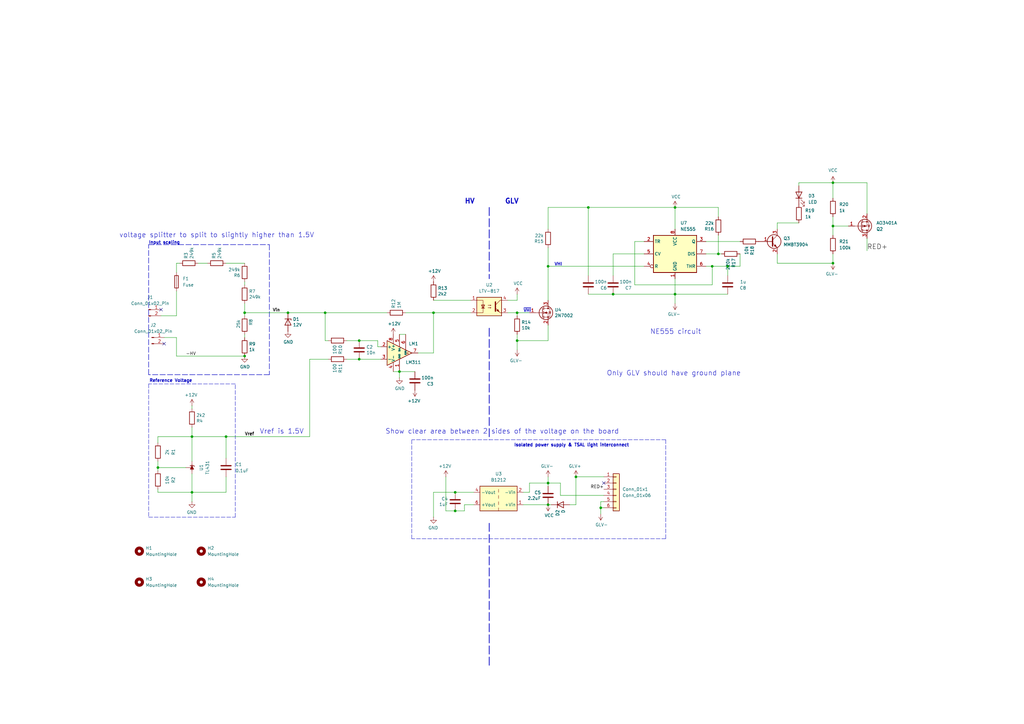
<source format=kicad_sch>
(kicad_sch
	(version 20231120)
	(generator "eeschema")
	(generator_version "8.0")
	(uuid "94e47eea-ee3d-40f5-84ad-e3510a82a1d2")
	(paper "A3")
	(title_block
		(title "TSAL")
		(date "2020-03-11")
		(rev "3.1")
		(company "NU Racing (UoN)")
		(comment 1 "Michael Ruppe")
		(comment 2 "github.com/michaelruppe/FSAE")
	)
	(lib_symbols
		(symbol "Comparator:LM311"
			(pin_names
				(offset 0.127)
			)
			(exclude_from_sim no)
			(in_bom yes)
			(on_board yes)
			(property "Reference" "U"
				(at 3.81 6.35 0)
				(effects
					(font
						(size 1.27 1.27)
					)
					(justify left)
				)
			)
			(property "Value" "LM311"
				(at 3.81 3.81 0)
				(effects
					(font
						(size 1.27 1.27)
					)
					(justify left)
				)
			)
			(property "Footprint" ""
				(at 0 0 0)
				(effects
					(font
						(size 1.27 1.27)
					)
					(hide yes)
				)
			)
			(property "Datasheet" "https://www.st.com/resource/en/datasheet/lm311.pdf"
				(at 0 0 0)
				(effects
					(font
						(size 1.27 1.27)
					)
					(hide yes)
				)
			)
			(property "Description" "Voltage Comparator, DIP-8/SOIC-8"
				(at 0 0 0)
				(effects
					(font
						(size 1.27 1.27)
					)
					(hide yes)
				)
			)
			(property "ki_keywords" "cmp open collector"
				(at 0 0 0)
				(effects
					(font
						(size 1.27 1.27)
					)
					(hide yes)
				)
			)
			(property "ki_fp_filters" "SOIC*3.9x4.9mm*P1.27mm* DIP*W7.62mm*"
				(at 0 0 0)
				(effects
					(font
						(size 1.27 1.27)
					)
					(hide yes)
				)
			)
			(symbol "LM311_0_1"
				(polyline
					(pts
						(xy 5.08 0) (xy -5.08 5.08) (xy -5.08 -5.08) (xy 5.08 0)
					)
					(stroke
						(width 0.254)
						(type default)
					)
					(fill
						(type background)
					)
				)
				(polyline
					(pts
						(xy 3.683 -0.381) (xy 3.302 -0.381) (xy 3.683 0) (xy 3.302 0.381) (xy 2.921 0) (xy 3.302 -0.381)
						(xy 2.921 -0.381)
					)
					(stroke
						(width 0.127)
						(type default)
					)
					(fill
						(type none)
					)
				)
			)
			(symbol "LM311_1_1"
				(pin passive line
					(at 0 -7.62 90)
					(length 5.08)
					(name "GND"
						(effects
							(font
								(size 0.635 0.635)
							)
						)
					)
					(number "1"
						(effects
							(font
								(size 1.27 1.27)
							)
						)
					)
				)
				(pin input line
					(at -7.62 2.54 0)
					(length 2.54)
					(name "+"
						(effects
							(font
								(size 1.27 1.27)
							)
						)
					)
					(number "2"
						(effects
							(font
								(size 1.27 1.27)
							)
						)
					)
				)
				(pin input line
					(at -7.62 -2.54 0)
					(length 2.54)
					(name "-"
						(effects
							(font
								(size 1.27 1.27)
							)
						)
					)
					(number "3"
						(effects
							(font
								(size 1.27 1.27)
							)
						)
					)
				)
				(pin power_in line
					(at -2.54 -7.62 90)
					(length 3.81)
					(name "V-"
						(effects
							(font
								(size 1.27 1.27)
							)
						)
					)
					(number "4"
						(effects
							(font
								(size 1.27 1.27)
							)
						)
					)
				)
				(pin input line
					(at 0 7.62 270)
					(length 5.08)
					(name "BAL"
						(effects
							(font
								(size 0.635 0.635)
							)
						)
					)
					(number "5"
						(effects
							(font
								(size 1.27 1.27)
							)
						)
					)
				)
				(pin input line
					(at 2.54 7.62 270)
					(length 6.35)
					(name "STRB"
						(effects
							(font
								(size 0.508 0.508)
							)
						)
					)
					(number "6"
						(effects
							(font
								(size 1.27 1.27)
							)
						)
					)
				)
				(pin open_collector line
					(at 7.62 0 180)
					(length 2.54)
					(name "~"
						(effects
							(font
								(size 1.27 1.27)
							)
						)
					)
					(number "7"
						(effects
							(font
								(size 1.27 1.27)
							)
						)
					)
				)
				(pin power_in line
					(at -2.54 7.62 270)
					(length 3.81)
					(name "V+"
						(effects
							(font
								(size 1.27 1.27)
							)
						)
					)
					(number "8"
						(effects
							(font
								(size 1.27 1.27)
							)
						)
					)
				)
			)
		)
		(symbol "Connector:Conn_01x02_Pin"
			(pin_names
				(offset 1.016) hide)
			(exclude_from_sim no)
			(in_bom yes)
			(on_board yes)
			(property "Reference" "J"
				(at 0 2.54 0)
				(effects
					(font
						(size 1.27 1.27)
					)
				)
			)
			(property "Value" "Conn_01x02_Pin"
				(at 0 -5.08 0)
				(effects
					(font
						(size 1.27 1.27)
					)
				)
			)
			(property "Footprint" ""
				(at 0 0 0)
				(effects
					(font
						(size 1.27 1.27)
					)
					(hide yes)
				)
			)
			(property "Datasheet" "~"
				(at 0 0 0)
				(effects
					(font
						(size 1.27 1.27)
					)
					(hide yes)
				)
			)
			(property "Description" "Generic connector, single row, 01x02, script generated"
				(at 0 0 0)
				(effects
					(font
						(size 1.27 1.27)
					)
					(hide yes)
				)
			)
			(property "ki_locked" ""
				(at 0 0 0)
				(effects
					(font
						(size 1.27 1.27)
					)
				)
			)
			(property "ki_keywords" "connector"
				(at 0 0 0)
				(effects
					(font
						(size 1.27 1.27)
					)
					(hide yes)
				)
			)
			(property "ki_fp_filters" "Connector*:*_1x??_*"
				(at 0 0 0)
				(effects
					(font
						(size 1.27 1.27)
					)
					(hide yes)
				)
			)
			(symbol "Conn_01x02_Pin_1_1"
				(polyline
					(pts
						(xy 1.27 -2.54) (xy 0.8636 -2.54)
					)
					(stroke
						(width 0.1524)
						(type default)
					)
					(fill
						(type none)
					)
				)
				(polyline
					(pts
						(xy 1.27 0) (xy 0.8636 0)
					)
					(stroke
						(width 0.1524)
						(type default)
					)
					(fill
						(type none)
					)
				)
				(rectangle
					(start 0.8636 -2.413)
					(end 0 -2.667)
					(stroke
						(width 0.1524)
						(type default)
					)
					(fill
						(type outline)
					)
				)
				(rectangle
					(start 0.8636 0.127)
					(end 0 -0.127)
					(stroke
						(width 0.1524)
						(type default)
					)
					(fill
						(type outline)
					)
				)
				(pin passive line
					(at 5.08 0 180)
					(length 3.81)
					(name "Pin_1"
						(effects
							(font
								(size 1.27 1.27)
							)
						)
					)
					(number "1"
						(effects
							(font
								(size 1.27 1.27)
							)
						)
					)
				)
				(pin passive line
					(at 5.08 -2.54 180)
					(length 3.81)
					(name "Pin_2"
						(effects
							(font
								(size 1.27 1.27)
							)
						)
					)
					(number "2"
						(effects
							(font
								(size 1.27 1.27)
							)
						)
					)
				)
			)
		)
		(symbol "Connector_Generic:Conn_01x06"
			(pin_names
				(offset 1.016) hide)
			(exclude_from_sim no)
			(in_bom yes)
			(on_board yes)
			(property "Reference" "J"
				(at 0 7.62 0)
				(effects
					(font
						(size 1.27 1.27)
					)
				)
			)
			(property "Value" "Conn_01x06"
				(at 0 -10.16 0)
				(effects
					(font
						(size 1.27 1.27)
					)
				)
			)
			(property "Footprint" ""
				(at 0 0 0)
				(effects
					(font
						(size 1.27 1.27)
					)
					(hide yes)
				)
			)
			(property "Datasheet" "~"
				(at 0 0 0)
				(effects
					(font
						(size 1.27 1.27)
					)
					(hide yes)
				)
			)
			(property "Description" "Generic connector, single row, 01x06, script generated (kicad-library-utils/schlib/autogen/connector/)"
				(at 0 0 0)
				(effects
					(font
						(size 1.27 1.27)
					)
					(hide yes)
				)
			)
			(property "ki_keywords" "connector"
				(at 0 0 0)
				(effects
					(font
						(size 1.27 1.27)
					)
					(hide yes)
				)
			)
			(property "ki_fp_filters" "Connector*:*_1x??_*"
				(at 0 0 0)
				(effects
					(font
						(size 1.27 1.27)
					)
					(hide yes)
				)
			)
			(symbol "Conn_01x06_1_1"
				(rectangle
					(start -1.27 -7.493)
					(end 0 -7.747)
					(stroke
						(width 0.1524)
						(type default)
					)
					(fill
						(type none)
					)
				)
				(rectangle
					(start -1.27 -4.953)
					(end 0 -5.207)
					(stroke
						(width 0.1524)
						(type default)
					)
					(fill
						(type none)
					)
				)
				(rectangle
					(start -1.27 -2.413)
					(end 0 -2.667)
					(stroke
						(width 0.1524)
						(type default)
					)
					(fill
						(type none)
					)
				)
				(rectangle
					(start -1.27 0.127)
					(end 0 -0.127)
					(stroke
						(width 0.1524)
						(type default)
					)
					(fill
						(type none)
					)
				)
				(rectangle
					(start -1.27 2.667)
					(end 0 2.413)
					(stroke
						(width 0.1524)
						(type default)
					)
					(fill
						(type none)
					)
				)
				(rectangle
					(start -1.27 5.207)
					(end 0 4.953)
					(stroke
						(width 0.1524)
						(type default)
					)
					(fill
						(type none)
					)
				)
				(rectangle
					(start -1.27 6.35)
					(end 1.27 -8.89)
					(stroke
						(width 0.254)
						(type default)
					)
					(fill
						(type background)
					)
				)
				(pin passive line
					(at -5.08 5.08 0)
					(length 3.81)
					(name "Pin_1"
						(effects
							(font
								(size 1.27 1.27)
							)
						)
					)
					(number "1"
						(effects
							(font
								(size 1.27 1.27)
							)
						)
					)
				)
				(pin passive line
					(at -5.08 2.54 0)
					(length 3.81)
					(name "Pin_2"
						(effects
							(font
								(size 1.27 1.27)
							)
						)
					)
					(number "2"
						(effects
							(font
								(size 1.27 1.27)
							)
						)
					)
				)
				(pin passive line
					(at -5.08 0 0)
					(length 3.81)
					(name "Pin_3"
						(effects
							(font
								(size 1.27 1.27)
							)
						)
					)
					(number "3"
						(effects
							(font
								(size 1.27 1.27)
							)
						)
					)
				)
				(pin passive line
					(at -5.08 -2.54 0)
					(length 3.81)
					(name "Pin_4"
						(effects
							(font
								(size 1.27 1.27)
							)
						)
					)
					(number "4"
						(effects
							(font
								(size 1.27 1.27)
							)
						)
					)
				)
				(pin passive line
					(at -5.08 -5.08 0)
					(length 3.81)
					(name "Pin_5"
						(effects
							(font
								(size 1.27 1.27)
							)
						)
					)
					(number "5"
						(effects
							(font
								(size 1.27 1.27)
							)
						)
					)
				)
				(pin passive line
					(at -5.08 -7.62 0)
					(length 3.81)
					(name "Pin_6"
						(effects
							(font
								(size 1.27 1.27)
							)
						)
					)
					(number "6"
						(effects
							(font
								(size 1.27 1.27)
							)
						)
					)
				)
			)
		)
		(symbol "Converter_DCDC:TBA2-1212"
			(exclude_from_sim no)
			(in_bom yes)
			(on_board yes)
			(property "Reference" "U"
				(at -6.35 6.35 0)
				(effects
					(font
						(size 1.27 1.27)
					)
				)
			)
			(property "Value" "TBA2-1212"
				(at 2.54 6.35 0)
				(effects
					(font
						(size 1.27 1.27)
					)
				)
			)
			(property "Footprint" "Converter_DCDC:Converter_DCDC_TRACO_TBA2-xxxx_Single_THT"
				(at 0 -8.89 0)
				(effects
					(font
						(size 1.27 1.27)
					)
					(hide yes)
				)
			)
			(property "Datasheet" "https://www.tracopower.com/products/tba2.pdf"
				(at 0 -6.35 0)
				(effects
					(font
						(size 1.27 1.27)
					)
					(hide yes)
				)
			)
			(property "Description" "2W DC/DC converter unregulated, 10.8-13.2V input, 12V fixed output voltage, 165mA output, 1.5kVDC isolation, SIP-7"
				(at 0 0 0)
				(effects
					(font
						(size 1.27 1.27)
					)
					(hide yes)
				)
			)
			(property "ki_keywords" "Traco isolated isolation dc-dc converter not-regulated non-regulated single 2W"
				(at 0 0 0)
				(effects
					(font
						(size 1.27 1.27)
					)
					(hide yes)
				)
			)
			(property "ki_fp_filters" "Converter*DCDC*TRACO*TBA2*Single*"
				(at 0 0 0)
				(effects
					(font
						(size 1.27 1.27)
					)
					(hide yes)
				)
			)
			(symbol "TBA2-1212_0_1"
				(rectangle
					(start -7.62 5.08)
					(end 7.62 -5.08)
					(stroke
						(width 0.254)
						(type default)
					)
					(fill
						(type background)
					)
				)
				(polyline
					(pts
						(xy 0 -2.54) (xy 0 -3.81)
					)
					(stroke
						(width 0)
						(type default)
					)
					(fill
						(type none)
					)
				)
				(polyline
					(pts
						(xy 0 0) (xy 0 -1.27)
					)
					(stroke
						(width 0)
						(type default)
					)
					(fill
						(type none)
					)
				)
				(polyline
					(pts
						(xy 0 2.54) (xy 0 1.27)
					)
					(stroke
						(width 0)
						(type default)
					)
					(fill
						(type none)
					)
				)
				(polyline
					(pts
						(xy 0 5.08) (xy 0 3.81)
					)
					(stroke
						(width 0)
						(type default)
					)
					(fill
						(type none)
					)
				)
			)
			(symbol "TBA2-1212_1_1"
				(pin power_in line
					(at -10.16 2.54 0)
					(length 2.54)
					(name "+Vin"
						(effects
							(font
								(size 1.27 1.27)
							)
						)
					)
					(number "1"
						(effects
							(font
								(size 1.27 1.27)
							)
						)
					)
				)
				(pin power_in line
					(at -10.16 -2.54 0)
					(length 2.54)
					(name "-Vin"
						(effects
							(font
								(size 1.27 1.27)
							)
						)
					)
					(number "2"
						(effects
							(font
								(size 1.27 1.27)
							)
						)
					)
				)
				(pin power_out line
					(at 10.16 -2.54 180)
					(length 2.54)
					(name "-Vout"
						(effects
							(font
								(size 1.27 1.27)
							)
						)
					)
					(number "4"
						(effects
							(font
								(size 1.27 1.27)
							)
						)
					)
				)
				(pin power_out line
					(at 10.16 2.54 180)
					(length 2.54)
					(name "+Vout"
						(effects
							(font
								(size 1.27 1.27)
							)
						)
					)
					(number "6"
						(effects
							(font
								(size 1.27 1.27)
							)
						)
					)
				)
			)
		)
		(symbol "Device:C"
			(pin_numbers hide)
			(pin_names
				(offset 0.254)
			)
			(exclude_from_sim no)
			(in_bom yes)
			(on_board yes)
			(property "Reference" "C"
				(at 0.635 2.54 0)
				(effects
					(font
						(size 1.27 1.27)
					)
					(justify left)
				)
			)
			(property "Value" "C"
				(at 0.635 -2.54 0)
				(effects
					(font
						(size 1.27 1.27)
					)
					(justify left)
				)
			)
			(property "Footprint" ""
				(at 0.9652 -3.81 0)
				(effects
					(font
						(size 1.27 1.27)
					)
					(hide yes)
				)
			)
			(property "Datasheet" "~"
				(at 0 0 0)
				(effects
					(font
						(size 1.27 1.27)
					)
					(hide yes)
				)
			)
			(property "Description" "Unpolarized capacitor"
				(at 0 0 0)
				(effects
					(font
						(size 1.27 1.27)
					)
					(hide yes)
				)
			)
			(property "ki_keywords" "cap capacitor"
				(at 0 0 0)
				(effects
					(font
						(size 1.27 1.27)
					)
					(hide yes)
				)
			)
			(property "ki_fp_filters" "C_*"
				(at 0 0 0)
				(effects
					(font
						(size 1.27 1.27)
					)
					(hide yes)
				)
			)
			(symbol "C_0_1"
				(polyline
					(pts
						(xy -2.032 -0.762) (xy 2.032 -0.762)
					)
					(stroke
						(width 0.508)
						(type default)
					)
					(fill
						(type none)
					)
				)
				(polyline
					(pts
						(xy -2.032 0.762) (xy 2.032 0.762)
					)
					(stroke
						(width 0.508)
						(type default)
					)
					(fill
						(type none)
					)
				)
			)
			(symbol "C_1_1"
				(pin passive line
					(at 0 3.81 270)
					(length 2.794)
					(name "~"
						(effects
							(font
								(size 1.27 1.27)
							)
						)
					)
					(number "1"
						(effects
							(font
								(size 1.27 1.27)
							)
						)
					)
				)
				(pin passive line
					(at 0 -3.81 90)
					(length 2.794)
					(name "~"
						(effects
							(font
								(size 1.27 1.27)
							)
						)
					)
					(number "2"
						(effects
							(font
								(size 1.27 1.27)
							)
						)
					)
				)
			)
		)
		(symbol "Device:D"
			(pin_numbers hide)
			(pin_names
				(offset 1.016) hide)
			(exclude_from_sim no)
			(in_bom yes)
			(on_board yes)
			(property "Reference" "D"
				(at 0 2.54 0)
				(effects
					(font
						(size 1.27 1.27)
					)
				)
			)
			(property "Value" "D"
				(at 0 -2.54 0)
				(effects
					(font
						(size 1.27 1.27)
					)
				)
			)
			(property "Footprint" ""
				(at 0 0 0)
				(effects
					(font
						(size 1.27 1.27)
					)
					(hide yes)
				)
			)
			(property "Datasheet" "~"
				(at 0 0 0)
				(effects
					(font
						(size 1.27 1.27)
					)
					(hide yes)
				)
			)
			(property "Description" "Diode"
				(at 0 0 0)
				(effects
					(font
						(size 1.27 1.27)
					)
					(hide yes)
				)
			)
			(property "Sim.Device" "D"
				(at 0 0 0)
				(effects
					(font
						(size 1.27 1.27)
					)
					(hide yes)
				)
			)
			(property "Sim.Pins" "1=K 2=A"
				(at 0 0 0)
				(effects
					(font
						(size 1.27 1.27)
					)
					(hide yes)
				)
			)
			(property "ki_keywords" "diode"
				(at 0 0 0)
				(effects
					(font
						(size 1.27 1.27)
					)
					(hide yes)
				)
			)
			(property "ki_fp_filters" "TO-???* *_Diode_* *SingleDiode* D_*"
				(at 0 0 0)
				(effects
					(font
						(size 1.27 1.27)
					)
					(hide yes)
				)
			)
			(symbol "D_0_1"
				(polyline
					(pts
						(xy -1.27 1.27) (xy -1.27 -1.27)
					)
					(stroke
						(width 0.254)
						(type default)
					)
					(fill
						(type none)
					)
				)
				(polyline
					(pts
						(xy 1.27 0) (xy -1.27 0)
					)
					(stroke
						(width 0)
						(type default)
					)
					(fill
						(type none)
					)
				)
				(polyline
					(pts
						(xy 1.27 1.27) (xy 1.27 -1.27) (xy -1.27 0) (xy 1.27 1.27)
					)
					(stroke
						(width 0.254)
						(type default)
					)
					(fill
						(type none)
					)
				)
			)
			(symbol "D_1_1"
				(pin passive line
					(at -3.81 0 0)
					(length 2.54)
					(name "K"
						(effects
							(font
								(size 1.27 1.27)
							)
						)
					)
					(number "1"
						(effects
							(font
								(size 1.27 1.27)
							)
						)
					)
				)
				(pin passive line
					(at 3.81 0 180)
					(length 2.54)
					(name "A"
						(effects
							(font
								(size 1.27 1.27)
							)
						)
					)
					(number "2"
						(effects
							(font
								(size 1.27 1.27)
							)
						)
					)
				)
			)
		)
		(symbol "Device:D_Zener"
			(pin_numbers hide)
			(pin_names
				(offset 1.016) hide)
			(exclude_from_sim no)
			(in_bom yes)
			(on_board yes)
			(property "Reference" "D"
				(at 0 2.54 0)
				(effects
					(font
						(size 1.27 1.27)
					)
				)
			)
			(property "Value" "D_Zener"
				(at 0 -2.54 0)
				(effects
					(font
						(size 1.27 1.27)
					)
				)
			)
			(property "Footprint" ""
				(at 0 0 0)
				(effects
					(font
						(size 1.27 1.27)
					)
					(hide yes)
				)
			)
			(property "Datasheet" "~"
				(at 0 0 0)
				(effects
					(font
						(size 1.27 1.27)
					)
					(hide yes)
				)
			)
			(property "Description" "Zener diode"
				(at 0 0 0)
				(effects
					(font
						(size 1.27 1.27)
					)
					(hide yes)
				)
			)
			(property "ki_keywords" "diode"
				(at 0 0 0)
				(effects
					(font
						(size 1.27 1.27)
					)
					(hide yes)
				)
			)
			(property "ki_fp_filters" "TO-???* *_Diode_* *SingleDiode* D_*"
				(at 0 0 0)
				(effects
					(font
						(size 1.27 1.27)
					)
					(hide yes)
				)
			)
			(symbol "D_Zener_0_1"
				(polyline
					(pts
						(xy 1.27 0) (xy -1.27 0)
					)
					(stroke
						(width 0)
						(type default)
					)
					(fill
						(type none)
					)
				)
				(polyline
					(pts
						(xy -1.27 -1.27) (xy -1.27 1.27) (xy -0.762 1.27)
					)
					(stroke
						(width 0.254)
						(type default)
					)
					(fill
						(type none)
					)
				)
				(polyline
					(pts
						(xy 1.27 -1.27) (xy 1.27 1.27) (xy -1.27 0) (xy 1.27 -1.27)
					)
					(stroke
						(width 0.254)
						(type default)
					)
					(fill
						(type none)
					)
				)
			)
			(symbol "D_Zener_1_1"
				(pin passive line
					(at -3.81 0 0)
					(length 2.54)
					(name "K"
						(effects
							(font
								(size 1.27 1.27)
							)
						)
					)
					(number "1"
						(effects
							(font
								(size 1.27 1.27)
							)
						)
					)
				)
				(pin passive line
					(at 3.81 0 180)
					(length 2.54)
					(name "A"
						(effects
							(font
								(size 1.27 1.27)
							)
						)
					)
					(number "2"
						(effects
							(font
								(size 1.27 1.27)
							)
						)
					)
				)
			)
		)
		(symbol "Device:Fuse"
			(pin_numbers hide)
			(pin_names
				(offset 0)
			)
			(exclude_from_sim no)
			(in_bom yes)
			(on_board yes)
			(property "Reference" "F"
				(at 2.032 0 90)
				(effects
					(font
						(size 1.27 1.27)
					)
				)
			)
			(property "Value" "Fuse"
				(at -1.905 0 90)
				(effects
					(font
						(size 1.27 1.27)
					)
				)
			)
			(property "Footprint" ""
				(at -1.778 0 90)
				(effects
					(font
						(size 1.27 1.27)
					)
					(hide yes)
				)
			)
			(property "Datasheet" "~"
				(at 0 0 0)
				(effects
					(font
						(size 1.27 1.27)
					)
					(hide yes)
				)
			)
			(property "Description" "Fuse"
				(at 0 0 0)
				(effects
					(font
						(size 1.27 1.27)
					)
					(hide yes)
				)
			)
			(property "ki_keywords" "fuse"
				(at 0 0 0)
				(effects
					(font
						(size 1.27 1.27)
					)
					(hide yes)
				)
			)
			(property "ki_fp_filters" "*Fuse*"
				(at 0 0 0)
				(effects
					(font
						(size 1.27 1.27)
					)
					(hide yes)
				)
			)
			(symbol "Fuse_0_1"
				(rectangle
					(start -0.762 -2.54)
					(end 0.762 2.54)
					(stroke
						(width 0.254)
						(type default)
					)
					(fill
						(type none)
					)
				)
				(polyline
					(pts
						(xy 0 2.54) (xy 0 -2.54)
					)
					(stroke
						(width 0)
						(type default)
					)
					(fill
						(type none)
					)
				)
			)
			(symbol "Fuse_1_1"
				(pin passive line
					(at 0 3.81 270)
					(length 1.27)
					(name "~"
						(effects
							(font
								(size 1.27 1.27)
							)
						)
					)
					(number "1"
						(effects
							(font
								(size 1.27 1.27)
							)
						)
					)
				)
				(pin passive line
					(at 0 -3.81 90)
					(length 1.27)
					(name "~"
						(effects
							(font
								(size 1.27 1.27)
							)
						)
					)
					(number "2"
						(effects
							(font
								(size 1.27 1.27)
							)
						)
					)
				)
			)
		)
		(symbol "Device:LED"
			(pin_numbers hide)
			(pin_names
				(offset 1.016) hide)
			(exclude_from_sim no)
			(in_bom yes)
			(on_board yes)
			(property "Reference" "D"
				(at 0 2.54 0)
				(effects
					(font
						(size 1.27 1.27)
					)
				)
			)
			(property "Value" "LED"
				(at 0 -2.54 0)
				(effects
					(font
						(size 1.27 1.27)
					)
				)
			)
			(property "Footprint" ""
				(at 0 0 0)
				(effects
					(font
						(size 1.27 1.27)
					)
					(hide yes)
				)
			)
			(property "Datasheet" "~"
				(at 0 0 0)
				(effects
					(font
						(size 1.27 1.27)
					)
					(hide yes)
				)
			)
			(property "Description" "Light emitting diode"
				(at 0 0 0)
				(effects
					(font
						(size 1.27 1.27)
					)
					(hide yes)
				)
			)
			(property "ki_keywords" "LED diode"
				(at 0 0 0)
				(effects
					(font
						(size 1.27 1.27)
					)
					(hide yes)
				)
			)
			(property "ki_fp_filters" "LED* LED_SMD:* LED_THT:*"
				(at 0 0 0)
				(effects
					(font
						(size 1.27 1.27)
					)
					(hide yes)
				)
			)
			(symbol "LED_0_1"
				(polyline
					(pts
						(xy -1.27 -1.27) (xy -1.27 1.27)
					)
					(stroke
						(width 0.254)
						(type default)
					)
					(fill
						(type none)
					)
				)
				(polyline
					(pts
						(xy -1.27 0) (xy 1.27 0)
					)
					(stroke
						(width 0)
						(type default)
					)
					(fill
						(type none)
					)
				)
				(polyline
					(pts
						(xy 1.27 -1.27) (xy 1.27 1.27) (xy -1.27 0) (xy 1.27 -1.27)
					)
					(stroke
						(width 0.254)
						(type default)
					)
					(fill
						(type none)
					)
				)
				(polyline
					(pts
						(xy -3.048 -0.762) (xy -4.572 -2.286) (xy -3.81 -2.286) (xy -4.572 -2.286) (xy -4.572 -1.524)
					)
					(stroke
						(width 0)
						(type default)
					)
					(fill
						(type none)
					)
				)
				(polyline
					(pts
						(xy -1.778 -0.762) (xy -3.302 -2.286) (xy -2.54 -2.286) (xy -3.302 -2.286) (xy -3.302 -1.524)
					)
					(stroke
						(width 0)
						(type default)
					)
					(fill
						(type none)
					)
				)
			)
			(symbol "LED_1_1"
				(pin passive line
					(at -3.81 0 0)
					(length 2.54)
					(name "K"
						(effects
							(font
								(size 1.27 1.27)
							)
						)
					)
					(number "1"
						(effects
							(font
								(size 1.27 1.27)
							)
						)
					)
				)
				(pin passive line
					(at 3.81 0 180)
					(length 2.54)
					(name "A"
						(effects
							(font
								(size 1.27 1.27)
							)
						)
					)
					(number "2"
						(effects
							(font
								(size 1.27 1.27)
							)
						)
					)
				)
			)
		)
		(symbol "Device:R"
			(pin_numbers hide)
			(pin_names
				(offset 0)
			)
			(exclude_from_sim no)
			(in_bom yes)
			(on_board yes)
			(property "Reference" "R"
				(at 2.032 0 90)
				(effects
					(font
						(size 1.27 1.27)
					)
				)
			)
			(property "Value" "R"
				(at 0 0 90)
				(effects
					(font
						(size 1.27 1.27)
					)
				)
			)
			(property "Footprint" ""
				(at -1.778 0 90)
				(effects
					(font
						(size 1.27 1.27)
					)
					(hide yes)
				)
			)
			(property "Datasheet" "~"
				(at 0 0 0)
				(effects
					(font
						(size 1.27 1.27)
					)
					(hide yes)
				)
			)
			(property "Description" "Resistor"
				(at 0 0 0)
				(effects
					(font
						(size 1.27 1.27)
					)
					(hide yes)
				)
			)
			(property "ki_keywords" "R res resistor"
				(at 0 0 0)
				(effects
					(font
						(size 1.27 1.27)
					)
					(hide yes)
				)
			)
			(property "ki_fp_filters" "R_*"
				(at 0 0 0)
				(effects
					(font
						(size 1.27 1.27)
					)
					(hide yes)
				)
			)
			(symbol "R_0_1"
				(rectangle
					(start -1.016 -2.54)
					(end 1.016 2.54)
					(stroke
						(width 0.254)
						(type default)
					)
					(fill
						(type none)
					)
				)
			)
			(symbol "R_1_1"
				(pin passive line
					(at 0 3.81 270)
					(length 1.27)
					(name "~"
						(effects
							(font
								(size 1.27 1.27)
							)
						)
					)
					(number "1"
						(effects
							(font
								(size 1.27 1.27)
							)
						)
					)
				)
				(pin passive line
					(at 0 -3.81 90)
					(length 1.27)
					(name "~"
						(effects
							(font
								(size 1.27 1.27)
							)
						)
					)
					(number "2"
						(effects
							(font
								(size 1.27 1.27)
							)
						)
					)
				)
			)
		)
		(symbol "Isolator:LTV-817"
			(pin_names
				(offset 1.016)
			)
			(exclude_from_sim no)
			(in_bom yes)
			(on_board yes)
			(property "Reference" "U"
				(at -5.08 5.08 0)
				(effects
					(font
						(size 1.27 1.27)
					)
					(justify left)
				)
			)
			(property "Value" "LTV-817"
				(at 0 5.08 0)
				(effects
					(font
						(size 1.27 1.27)
					)
					(justify left)
				)
			)
			(property "Footprint" "Package_DIP:DIP-4_W7.62mm"
				(at -5.08 -5.08 0)
				(effects
					(font
						(size 1.27 1.27)
						(italic yes)
					)
					(justify left)
					(hide yes)
				)
			)
			(property "Datasheet" "http://www.us.liteon.com/downloads/LTV-817-827-847.PDF"
				(at 0 -2.54 0)
				(effects
					(font
						(size 1.27 1.27)
					)
					(justify left)
					(hide yes)
				)
			)
			(property "Description" "DC Optocoupler, Vce 35V, CTR 50%, DIP-4"
				(at 0 0 0)
				(effects
					(font
						(size 1.27 1.27)
					)
					(hide yes)
				)
			)
			(property "ki_keywords" "NPN DC Optocoupler"
				(at 0 0 0)
				(effects
					(font
						(size 1.27 1.27)
					)
					(hide yes)
				)
			)
			(property "ki_fp_filters" "DIP*W7.62mm*"
				(at 0 0 0)
				(effects
					(font
						(size 1.27 1.27)
					)
					(hide yes)
				)
			)
			(symbol "LTV-817_0_1"
				(rectangle
					(start -5.08 3.81)
					(end 5.08 -3.81)
					(stroke
						(width 0.254)
						(type default)
					)
					(fill
						(type background)
					)
				)
				(polyline
					(pts
						(xy -3.175 -0.635) (xy -1.905 -0.635)
					)
					(stroke
						(width 0.254)
						(type default)
					)
					(fill
						(type none)
					)
				)
				(polyline
					(pts
						(xy 2.54 0.635) (xy 4.445 2.54)
					)
					(stroke
						(width 0)
						(type default)
					)
					(fill
						(type none)
					)
				)
				(polyline
					(pts
						(xy 4.445 -2.54) (xy 2.54 -0.635)
					)
					(stroke
						(width 0)
						(type default)
					)
					(fill
						(type outline)
					)
				)
				(polyline
					(pts
						(xy 4.445 -2.54) (xy 5.08 -2.54)
					)
					(stroke
						(width 0)
						(type default)
					)
					(fill
						(type none)
					)
				)
				(polyline
					(pts
						(xy 4.445 2.54) (xy 5.08 2.54)
					)
					(stroke
						(width 0)
						(type default)
					)
					(fill
						(type none)
					)
				)
				(polyline
					(pts
						(xy -5.08 2.54) (xy -2.54 2.54) (xy -2.54 -0.762)
					)
					(stroke
						(width 0)
						(type default)
					)
					(fill
						(type none)
					)
				)
				(polyline
					(pts
						(xy -2.54 -0.635) (xy -2.54 -2.54) (xy -5.08 -2.54)
					)
					(stroke
						(width 0)
						(type default)
					)
					(fill
						(type none)
					)
				)
				(polyline
					(pts
						(xy 2.54 1.905) (xy 2.54 -1.905) (xy 2.54 -1.905)
					)
					(stroke
						(width 0.508)
						(type default)
					)
					(fill
						(type none)
					)
				)
				(polyline
					(pts
						(xy -2.54 -0.635) (xy -3.175 0.635) (xy -1.905 0.635) (xy -2.54 -0.635)
					)
					(stroke
						(width 0.254)
						(type default)
					)
					(fill
						(type none)
					)
				)
				(polyline
					(pts
						(xy -0.508 -0.508) (xy 0.762 -0.508) (xy 0.381 -0.635) (xy 0.381 -0.381) (xy 0.762 -0.508)
					)
					(stroke
						(width 0)
						(type default)
					)
					(fill
						(type none)
					)
				)
				(polyline
					(pts
						(xy -0.508 0.508) (xy 0.762 0.508) (xy 0.381 0.381) (xy 0.381 0.635) (xy 0.762 0.508)
					)
					(stroke
						(width 0)
						(type default)
					)
					(fill
						(type none)
					)
				)
				(polyline
					(pts
						(xy 3.048 -1.651) (xy 3.556 -1.143) (xy 4.064 -2.159) (xy 3.048 -1.651) (xy 3.048 -1.651)
					)
					(stroke
						(width 0)
						(type default)
					)
					(fill
						(type outline)
					)
				)
			)
			(symbol "LTV-817_1_1"
				(pin passive line
					(at -7.62 2.54 0)
					(length 2.54)
					(name "~"
						(effects
							(font
								(size 1.27 1.27)
							)
						)
					)
					(number "1"
						(effects
							(font
								(size 1.27 1.27)
							)
						)
					)
				)
				(pin passive line
					(at -7.62 -2.54 0)
					(length 2.54)
					(name "~"
						(effects
							(font
								(size 1.27 1.27)
							)
						)
					)
					(number "2"
						(effects
							(font
								(size 1.27 1.27)
							)
						)
					)
				)
				(pin passive line
					(at 7.62 -2.54 180)
					(length 2.54)
					(name "~"
						(effects
							(font
								(size 1.27 1.27)
							)
						)
					)
					(number "3"
						(effects
							(font
								(size 1.27 1.27)
							)
						)
					)
				)
				(pin passive line
					(at 7.62 2.54 180)
					(length 2.54)
					(name "~"
						(effects
							(font
								(size 1.27 1.27)
							)
						)
					)
					(number "4"
						(effects
							(font
								(size 1.27 1.27)
							)
						)
					)
				)
			)
		)
		(symbol "Mechanical:MountingHole"
			(pin_names
				(offset 1.016)
			)
			(exclude_from_sim yes)
			(in_bom no)
			(on_board yes)
			(property "Reference" "H"
				(at 0 5.08 0)
				(effects
					(font
						(size 1.27 1.27)
					)
				)
			)
			(property "Value" "MountingHole"
				(at 0 3.175 0)
				(effects
					(font
						(size 1.27 1.27)
					)
				)
			)
			(property "Footprint" ""
				(at 0 0 0)
				(effects
					(font
						(size 1.27 1.27)
					)
					(hide yes)
				)
			)
			(property "Datasheet" "~"
				(at 0 0 0)
				(effects
					(font
						(size 1.27 1.27)
					)
					(hide yes)
				)
			)
			(property "Description" "Mounting Hole without connection"
				(at 0 0 0)
				(effects
					(font
						(size 1.27 1.27)
					)
					(hide yes)
				)
			)
			(property "ki_keywords" "mounting hole"
				(at 0 0 0)
				(effects
					(font
						(size 1.27 1.27)
					)
					(hide yes)
				)
			)
			(property "ki_fp_filters" "MountingHole*"
				(at 0 0 0)
				(effects
					(font
						(size 1.27 1.27)
					)
					(hide yes)
				)
			)
			(symbol "MountingHole_0_1"
				(circle
					(center 0 0)
					(radius 1.27)
					(stroke
						(width 1.27)
						(type default)
					)
					(fill
						(type none)
					)
				)
			)
		)
		(symbol "Reference_Voltage:TL431LP"
			(pin_numbers hide)
			(pin_names hide)
			(exclude_from_sim no)
			(in_bom yes)
			(on_board yes)
			(property "Reference" "U"
				(at -2.54 2.54 0)
				(effects
					(font
						(size 1.27 1.27)
					)
				)
			)
			(property "Value" "TL431LP"
				(at 0 -2.54 0)
				(effects
					(font
						(size 1.27 1.27)
					)
				)
			)
			(property "Footprint" "Package_TO_SOT_THT:TO-92_Inline"
				(at 0 -3.81 0)
				(effects
					(font
						(size 1.27 1.27)
						(italic yes)
					)
					(hide yes)
				)
			)
			(property "Datasheet" "http://www.ti.com/lit/ds/symlink/tl431.pdf"
				(at 0 0 0)
				(effects
					(font
						(size 1.27 1.27)
						(italic yes)
					)
					(hide yes)
				)
			)
			(property "Description" "Shunt Regulator, TO-92"
				(at 0 0 0)
				(effects
					(font
						(size 1.27 1.27)
					)
					(hide yes)
				)
			)
			(property "ki_keywords" "diode device regulator shunt"
				(at 0 0 0)
				(effects
					(font
						(size 1.27 1.27)
					)
					(hide yes)
				)
			)
			(property "ki_fp_filters" "TO*92*"
				(at 0 0 0)
				(effects
					(font
						(size 1.27 1.27)
					)
					(hide yes)
				)
			)
			(symbol "TL431LP_0_1"
				(polyline
					(pts
						(xy -1.27 0) (xy 0 0) (xy 1.27 0)
					)
					(stroke
						(width 0)
						(type default)
					)
					(fill
						(type none)
					)
				)
				(polyline
					(pts
						(xy -0.762 0.762) (xy 0.762 0) (xy -0.762 -0.762)
					)
					(stroke
						(width 0)
						(type default)
					)
					(fill
						(type outline)
					)
				)
				(polyline
					(pts
						(xy 0.508 -1.016) (xy 0.762 -0.762) (xy 0.762 0.762) (xy 0.762 0.762)
					)
					(stroke
						(width 0.254)
						(type default)
					)
					(fill
						(type none)
					)
				)
			)
			(symbol "TL431LP_1_1"
				(pin passive line
					(at 0 2.54 270)
					(length 2.54)
					(name "REF"
						(effects
							(font
								(size 1.27 1.27)
							)
						)
					)
					(number "1"
						(effects
							(font
								(size 1.27 1.27)
							)
						)
					)
				)
				(pin passive line
					(at -2.54 0 0)
					(length 2.54)
					(name "A"
						(effects
							(font
								(size 1.27 1.27)
							)
						)
					)
					(number "2"
						(effects
							(font
								(size 1.27 1.27)
							)
						)
					)
				)
				(pin passive line
					(at 2.54 0 180)
					(length 2.54)
					(name "K"
						(effects
							(font
								(size 1.27 1.27)
							)
						)
					)
					(number "3"
						(effects
							(font
								(size 1.27 1.27)
							)
						)
					)
				)
			)
		)
		(symbol "Timer:NE555D"
			(exclude_from_sim no)
			(in_bom yes)
			(on_board yes)
			(property "Reference" "U"
				(at -10.16 8.89 0)
				(effects
					(font
						(size 1.27 1.27)
					)
					(justify left)
				)
			)
			(property "Value" "NE555D"
				(at 2.54 8.89 0)
				(effects
					(font
						(size 1.27 1.27)
					)
					(justify left)
				)
			)
			(property "Footprint" "Package_SO:SOIC-8_3.9x4.9mm_P1.27mm"
				(at 21.59 -10.16 0)
				(effects
					(font
						(size 1.27 1.27)
					)
					(hide yes)
				)
			)
			(property "Datasheet" "http://www.ti.com/lit/ds/symlink/ne555.pdf"
				(at 21.59 -10.16 0)
				(effects
					(font
						(size 1.27 1.27)
					)
					(hide yes)
				)
			)
			(property "Description" "Precision Timers, 555 compatible, SOIC-8"
				(at 0 0 0)
				(effects
					(font
						(size 1.27 1.27)
					)
					(hide yes)
				)
			)
			(property "ki_keywords" "single timer 555"
				(at 0 0 0)
				(effects
					(font
						(size 1.27 1.27)
					)
					(hide yes)
				)
			)
			(property "ki_fp_filters" "SOIC*3.9x4.9mm*P1.27mm*"
				(at 0 0 0)
				(effects
					(font
						(size 1.27 1.27)
					)
					(hide yes)
				)
			)
			(symbol "NE555D_0_0"
				(pin power_in line
					(at 0 -10.16 90)
					(length 2.54)
					(name "GND"
						(effects
							(font
								(size 1.27 1.27)
							)
						)
					)
					(number "1"
						(effects
							(font
								(size 1.27 1.27)
							)
						)
					)
				)
				(pin power_in line
					(at 0 10.16 270)
					(length 2.54)
					(name "VCC"
						(effects
							(font
								(size 1.27 1.27)
							)
						)
					)
					(number "8"
						(effects
							(font
								(size 1.27 1.27)
							)
						)
					)
				)
			)
			(symbol "NE555D_0_1"
				(rectangle
					(start -8.89 -7.62)
					(end 8.89 7.62)
					(stroke
						(width 0.254)
						(type default)
					)
					(fill
						(type background)
					)
				)
				(rectangle
					(start -8.89 -7.62)
					(end 8.89 7.62)
					(stroke
						(width 0.254)
						(type default)
					)
					(fill
						(type background)
					)
				)
			)
			(symbol "NE555D_1_1"
				(pin input line
					(at -12.7 5.08 0)
					(length 3.81)
					(name "TR"
						(effects
							(font
								(size 1.27 1.27)
							)
						)
					)
					(number "2"
						(effects
							(font
								(size 1.27 1.27)
							)
						)
					)
				)
				(pin output line
					(at 12.7 5.08 180)
					(length 3.81)
					(name "Q"
						(effects
							(font
								(size 1.27 1.27)
							)
						)
					)
					(number "3"
						(effects
							(font
								(size 1.27 1.27)
							)
						)
					)
				)
				(pin input inverted
					(at -12.7 -5.08 0)
					(length 3.81)
					(name "R"
						(effects
							(font
								(size 1.27 1.27)
							)
						)
					)
					(number "4"
						(effects
							(font
								(size 1.27 1.27)
							)
						)
					)
				)
				(pin input line
					(at -12.7 0 0)
					(length 3.81)
					(name "CV"
						(effects
							(font
								(size 1.27 1.27)
							)
						)
					)
					(number "5"
						(effects
							(font
								(size 1.27 1.27)
							)
						)
					)
				)
				(pin input line
					(at 12.7 -5.08 180)
					(length 3.81)
					(name "THR"
						(effects
							(font
								(size 1.27 1.27)
							)
						)
					)
					(number "6"
						(effects
							(font
								(size 1.27 1.27)
							)
						)
					)
				)
				(pin input line
					(at 12.7 0 180)
					(length 3.81)
					(name "DIS"
						(effects
							(font
								(size 1.27 1.27)
							)
						)
					)
					(number "7"
						(effects
							(font
								(size 1.27 1.27)
							)
						)
					)
				)
			)
		)
		(symbol "Transistor_BJT:MMBT3904"
			(pin_names
				(offset 0) hide)
			(exclude_from_sim no)
			(in_bom yes)
			(on_board yes)
			(property "Reference" "Q"
				(at 5.08 1.905 0)
				(effects
					(font
						(size 1.27 1.27)
					)
					(justify left)
				)
			)
			(property "Value" "MMBT3904"
				(at 5.08 0 0)
				(effects
					(font
						(size 1.27 1.27)
					)
					(justify left)
				)
			)
			(property "Footprint" "Package_TO_SOT_SMD:SOT-23"
				(at 5.08 -1.905 0)
				(effects
					(font
						(size 1.27 1.27)
						(italic yes)
					)
					(justify left)
					(hide yes)
				)
			)
			(property "Datasheet" "https://www.onsemi.com/pdf/datasheet/pzt3904-d.pdf"
				(at 0 0 0)
				(effects
					(font
						(size 1.27 1.27)
					)
					(justify left)
					(hide yes)
				)
			)
			(property "Description" "0.2A Ic, 40V Vce, Small Signal NPN Transistor, SOT-23"
				(at 0 0 0)
				(effects
					(font
						(size 1.27 1.27)
					)
					(hide yes)
				)
			)
			(property "ki_keywords" "NPN Transistor"
				(at 0 0 0)
				(effects
					(font
						(size 1.27 1.27)
					)
					(hide yes)
				)
			)
			(property "ki_fp_filters" "SOT?23*"
				(at 0 0 0)
				(effects
					(font
						(size 1.27 1.27)
					)
					(hide yes)
				)
			)
			(symbol "MMBT3904_0_1"
				(polyline
					(pts
						(xy 0.635 0.635) (xy 2.54 2.54)
					)
					(stroke
						(width 0)
						(type default)
					)
					(fill
						(type none)
					)
				)
				(polyline
					(pts
						(xy 0.635 -0.635) (xy 2.54 -2.54) (xy 2.54 -2.54)
					)
					(stroke
						(width 0)
						(type default)
					)
					(fill
						(type none)
					)
				)
				(polyline
					(pts
						(xy 0.635 1.905) (xy 0.635 -1.905) (xy 0.635 -1.905)
					)
					(stroke
						(width 0.508)
						(type default)
					)
					(fill
						(type none)
					)
				)
				(polyline
					(pts
						(xy 1.27 -1.778) (xy 1.778 -1.27) (xy 2.286 -2.286) (xy 1.27 -1.778) (xy 1.27 -1.778)
					)
					(stroke
						(width 0)
						(type default)
					)
					(fill
						(type outline)
					)
				)
				(circle
					(center 1.27 0)
					(radius 2.8194)
					(stroke
						(width 0.254)
						(type default)
					)
					(fill
						(type none)
					)
				)
			)
			(symbol "MMBT3904_1_1"
				(pin input line
					(at -5.08 0 0)
					(length 5.715)
					(name "B"
						(effects
							(font
								(size 1.27 1.27)
							)
						)
					)
					(number "1"
						(effects
							(font
								(size 1.27 1.27)
							)
						)
					)
				)
				(pin passive line
					(at 2.54 -5.08 90)
					(length 2.54)
					(name "E"
						(effects
							(font
								(size 1.27 1.27)
							)
						)
					)
					(number "2"
						(effects
							(font
								(size 1.27 1.27)
							)
						)
					)
				)
				(pin passive line
					(at 2.54 5.08 270)
					(length 2.54)
					(name "C"
						(effects
							(font
								(size 1.27 1.27)
							)
						)
					)
					(number "3"
						(effects
							(font
								(size 1.27 1.27)
							)
						)
					)
				)
			)
		)
		(symbol "Transistor_FET:2N7002"
			(pin_names hide)
			(exclude_from_sim no)
			(in_bom yes)
			(on_board yes)
			(property "Reference" "Q"
				(at 5.08 1.905 0)
				(effects
					(font
						(size 1.27 1.27)
					)
					(justify left)
				)
			)
			(property "Value" "2N7002"
				(at 5.08 0 0)
				(effects
					(font
						(size 1.27 1.27)
					)
					(justify left)
				)
			)
			(property "Footprint" "Package_TO_SOT_SMD:SOT-23"
				(at 5.08 -1.905 0)
				(effects
					(font
						(size 1.27 1.27)
						(italic yes)
					)
					(justify left)
					(hide yes)
				)
			)
			(property "Datasheet" "https://www.onsemi.com/pub/Collateral/NDS7002A-D.PDF"
				(at 5.08 -3.81 0)
				(effects
					(font
						(size 1.27 1.27)
					)
					(justify left)
					(hide yes)
				)
			)
			(property "Description" "0.115A Id, 60V Vds, N-Channel MOSFET, SOT-23"
				(at 0 0 0)
				(effects
					(font
						(size 1.27 1.27)
					)
					(hide yes)
				)
			)
			(property "ki_keywords" "N-Channel Switching MOSFET"
				(at 0 0 0)
				(effects
					(font
						(size 1.27 1.27)
					)
					(hide yes)
				)
			)
			(property "ki_fp_filters" "SOT?23*"
				(at 0 0 0)
				(effects
					(font
						(size 1.27 1.27)
					)
					(hide yes)
				)
			)
			(symbol "2N7002_0_1"
				(polyline
					(pts
						(xy 0.254 0) (xy -2.54 0)
					)
					(stroke
						(width 0)
						(type default)
					)
					(fill
						(type none)
					)
				)
				(polyline
					(pts
						(xy 0.254 1.905) (xy 0.254 -1.905)
					)
					(stroke
						(width 0.254)
						(type default)
					)
					(fill
						(type none)
					)
				)
				(polyline
					(pts
						(xy 0.762 -1.27) (xy 0.762 -2.286)
					)
					(stroke
						(width 0.254)
						(type default)
					)
					(fill
						(type none)
					)
				)
				(polyline
					(pts
						(xy 0.762 0.508) (xy 0.762 -0.508)
					)
					(stroke
						(width 0.254)
						(type default)
					)
					(fill
						(type none)
					)
				)
				(polyline
					(pts
						(xy 0.762 2.286) (xy 0.762 1.27)
					)
					(stroke
						(width 0.254)
						(type default)
					)
					(fill
						(type none)
					)
				)
				(polyline
					(pts
						(xy 2.54 2.54) (xy 2.54 1.778)
					)
					(stroke
						(width 0)
						(type default)
					)
					(fill
						(type none)
					)
				)
				(polyline
					(pts
						(xy 2.54 -2.54) (xy 2.54 0) (xy 0.762 0)
					)
					(stroke
						(width 0)
						(type default)
					)
					(fill
						(type none)
					)
				)
				(polyline
					(pts
						(xy 0.762 -1.778) (xy 3.302 -1.778) (xy 3.302 1.778) (xy 0.762 1.778)
					)
					(stroke
						(width 0)
						(type default)
					)
					(fill
						(type none)
					)
				)
				(polyline
					(pts
						(xy 1.016 0) (xy 2.032 0.381) (xy 2.032 -0.381) (xy 1.016 0)
					)
					(stroke
						(width 0)
						(type default)
					)
					(fill
						(type outline)
					)
				)
				(polyline
					(pts
						(xy 2.794 0.508) (xy 2.921 0.381) (xy 3.683 0.381) (xy 3.81 0.254)
					)
					(stroke
						(width 0)
						(type default)
					)
					(fill
						(type none)
					)
				)
				(polyline
					(pts
						(xy 3.302 0.381) (xy 2.921 -0.254) (xy 3.683 -0.254) (xy 3.302 0.381)
					)
					(stroke
						(width 0)
						(type default)
					)
					(fill
						(type none)
					)
				)
				(circle
					(center 1.651 0)
					(radius 2.794)
					(stroke
						(width 0.254)
						(type default)
					)
					(fill
						(type none)
					)
				)
				(circle
					(center 2.54 -1.778)
					(radius 0.254)
					(stroke
						(width 0)
						(type default)
					)
					(fill
						(type outline)
					)
				)
				(circle
					(center 2.54 1.778)
					(radius 0.254)
					(stroke
						(width 0)
						(type default)
					)
					(fill
						(type outline)
					)
				)
			)
			(symbol "2N7002_1_1"
				(pin input line
					(at -5.08 0 0)
					(length 2.54)
					(name "G"
						(effects
							(font
								(size 1.27 1.27)
							)
						)
					)
					(number "1"
						(effects
							(font
								(size 1.27 1.27)
							)
						)
					)
				)
				(pin passive line
					(at 2.54 -5.08 90)
					(length 2.54)
					(name "S"
						(effects
							(font
								(size 1.27 1.27)
							)
						)
					)
					(number "2"
						(effects
							(font
								(size 1.27 1.27)
							)
						)
					)
				)
				(pin passive line
					(at 2.54 5.08 270)
					(length 2.54)
					(name "D"
						(effects
							(font
								(size 1.27 1.27)
							)
						)
					)
					(number "3"
						(effects
							(font
								(size 1.27 1.27)
							)
						)
					)
				)
			)
		)
		(symbol "Transistor_FET:AO3401A"
			(pin_names hide)
			(exclude_from_sim no)
			(in_bom yes)
			(on_board yes)
			(property "Reference" "Q"
				(at 5.08 1.905 0)
				(effects
					(font
						(size 1.27 1.27)
					)
					(justify left)
				)
			)
			(property "Value" "AO3401A"
				(at 5.08 0 0)
				(effects
					(font
						(size 1.27 1.27)
					)
					(justify left)
				)
			)
			(property "Footprint" "Package_TO_SOT_SMD:SOT-23"
				(at 5.08 -1.905 0)
				(effects
					(font
						(size 1.27 1.27)
						(italic yes)
					)
					(justify left)
					(hide yes)
				)
			)
			(property "Datasheet" "http://www.aosmd.com/pdfs/datasheet/AO3401A.pdf"
				(at 5.08 -3.81 0)
				(effects
					(font
						(size 1.27 1.27)
					)
					(justify left)
					(hide yes)
				)
			)
			(property "Description" "-4.0A Id, -30V Vds, P-Channel MOSFET, SOT-23"
				(at 0 0 0)
				(effects
					(font
						(size 1.27 1.27)
					)
					(hide yes)
				)
			)
			(property "ki_keywords" "P-Channel MOSFET"
				(at 0 0 0)
				(effects
					(font
						(size 1.27 1.27)
					)
					(hide yes)
				)
			)
			(property "ki_fp_filters" "SOT?23*"
				(at 0 0 0)
				(effects
					(font
						(size 1.27 1.27)
					)
					(hide yes)
				)
			)
			(symbol "AO3401A_0_1"
				(polyline
					(pts
						(xy 0.254 0) (xy -2.54 0)
					)
					(stroke
						(width 0)
						(type default)
					)
					(fill
						(type none)
					)
				)
				(polyline
					(pts
						(xy 0.254 1.905) (xy 0.254 -1.905)
					)
					(stroke
						(width 0.254)
						(type default)
					)
					(fill
						(type none)
					)
				)
				(polyline
					(pts
						(xy 0.762 -1.27) (xy 0.762 -2.286)
					)
					(stroke
						(width 0.254)
						(type default)
					)
					(fill
						(type none)
					)
				)
				(polyline
					(pts
						(xy 0.762 0.508) (xy 0.762 -0.508)
					)
					(stroke
						(width 0.254)
						(type default)
					)
					(fill
						(type none)
					)
				)
				(polyline
					(pts
						(xy 0.762 2.286) (xy 0.762 1.27)
					)
					(stroke
						(width 0.254)
						(type default)
					)
					(fill
						(type none)
					)
				)
				(polyline
					(pts
						(xy 2.54 2.54) (xy 2.54 1.778)
					)
					(stroke
						(width 0)
						(type default)
					)
					(fill
						(type none)
					)
				)
				(polyline
					(pts
						(xy 2.54 -2.54) (xy 2.54 0) (xy 0.762 0)
					)
					(stroke
						(width 0)
						(type default)
					)
					(fill
						(type none)
					)
				)
				(polyline
					(pts
						(xy 0.762 1.778) (xy 3.302 1.778) (xy 3.302 -1.778) (xy 0.762 -1.778)
					)
					(stroke
						(width 0)
						(type default)
					)
					(fill
						(type none)
					)
				)
				(polyline
					(pts
						(xy 2.286 0) (xy 1.27 0.381) (xy 1.27 -0.381) (xy 2.286 0)
					)
					(stroke
						(width 0)
						(type default)
					)
					(fill
						(type outline)
					)
				)
				(polyline
					(pts
						(xy 2.794 -0.508) (xy 2.921 -0.381) (xy 3.683 -0.381) (xy 3.81 -0.254)
					)
					(stroke
						(width 0)
						(type default)
					)
					(fill
						(type none)
					)
				)
				(polyline
					(pts
						(xy 3.302 -0.381) (xy 2.921 0.254) (xy 3.683 0.254) (xy 3.302 -0.381)
					)
					(stroke
						(width 0)
						(type default)
					)
					(fill
						(type none)
					)
				)
				(circle
					(center 1.651 0)
					(radius 2.794)
					(stroke
						(width 0.254)
						(type default)
					)
					(fill
						(type none)
					)
				)
				(circle
					(center 2.54 -1.778)
					(radius 0.254)
					(stroke
						(width 0)
						(type default)
					)
					(fill
						(type outline)
					)
				)
				(circle
					(center 2.54 1.778)
					(radius 0.254)
					(stroke
						(width 0)
						(type default)
					)
					(fill
						(type outline)
					)
				)
			)
			(symbol "AO3401A_1_1"
				(pin input line
					(at -5.08 0 0)
					(length 2.54)
					(name "G"
						(effects
							(font
								(size 1.27 1.27)
							)
						)
					)
					(number "1"
						(effects
							(font
								(size 1.27 1.27)
							)
						)
					)
				)
				(pin passive line
					(at 2.54 -5.08 90)
					(length 2.54)
					(name "S"
						(effects
							(font
								(size 1.27 1.27)
							)
						)
					)
					(number "2"
						(effects
							(font
								(size 1.27 1.27)
							)
						)
					)
				)
				(pin passive line
					(at 2.54 5.08 270)
					(length 2.54)
					(name "D"
						(effects
							(font
								(size 1.27 1.27)
							)
						)
					)
					(number "3"
						(effects
							(font
								(size 1.27 1.27)
							)
						)
					)
				)
			)
		)
		(symbol "power-symbol-library:GLV+"
			(power)
			(pin_names
				(offset 0)
			)
			(exclude_from_sim no)
			(in_bom yes)
			(on_board yes)
			(property "Reference" "#PWR"
				(at -3.81 -5.08 0)
				(effects
					(font
						(size 1.27 1.27)
					)
					(hide yes)
				)
			)
			(property "Value" "GLV+"
				(at 0 3.81 0)
				(effects
					(font
						(size 1.27 1.27)
					)
				)
			)
			(property "Footprint" ""
				(at 0 0 0)
				(effects
					(font
						(size 1.27 1.27)
					)
					(hide yes)
				)
			)
			(property "Datasheet" ""
				(at 0 0 0)
				(effects
					(font
						(size 1.27 1.27)
					)
					(hide yes)
				)
			)
			(property "Description" ""
				(at 0 0 0)
				(effects
					(font
						(size 1.27 1.27)
					)
					(hide yes)
				)
			)
			(symbol "GLV+_0_1"
				(polyline
					(pts
						(xy -0.762 1.27) (xy 0 2.54)
					)
					(stroke
						(width 0)
						(type solid)
					)
					(fill
						(type none)
					)
				)
				(polyline
					(pts
						(xy 0 0) (xy 0 2.54)
					)
					(stroke
						(width 0)
						(type solid)
					)
					(fill
						(type none)
					)
				)
				(polyline
					(pts
						(xy 0 2.54) (xy 0.762 1.27)
					)
					(stroke
						(width 0)
						(type solid)
					)
					(fill
						(type none)
					)
				)
			)
			(symbol "GLV+_1_1"
				(pin power_in line
					(at 0 0 90)
					(length 0) hide
					(name "GLV+"
						(effects
							(font
								(size 1.27 1.27)
							)
						)
					)
					(number "1"
						(effects
							(font
								(size 1.27 1.27)
							)
						)
					)
				)
			)
		)
		(symbol "power-symbol-library:GLV-"
			(power)
			(pin_names
				(offset 0)
			)
			(exclude_from_sim no)
			(in_bom yes)
			(on_board yes)
			(property "Reference" "#PWR"
				(at 0 -3.81 0)
				(effects
					(font
						(size 1.27 1.27)
					)
					(hide yes)
				)
			)
			(property "Value" "GLV-"
				(at 0 3.81 0)
				(effects
					(font
						(size 1.27 1.27)
					)
				)
			)
			(property "Footprint" ""
				(at 0 0 0)
				(effects
					(font
						(size 1.27 1.27)
					)
					(hide yes)
				)
			)
			(property "Datasheet" ""
				(at 0 0 0)
				(effects
					(font
						(size 1.27 1.27)
					)
					(hide yes)
				)
			)
			(property "Description" ""
				(at 0 0 0)
				(effects
					(font
						(size 1.27 1.27)
					)
					(hide yes)
				)
			)
			(symbol "GLV-_0_1"
				(polyline
					(pts
						(xy -0.762 1.27) (xy 0 2.54)
					)
					(stroke
						(width 0)
						(type solid)
					)
					(fill
						(type none)
					)
				)
				(polyline
					(pts
						(xy 0 0) (xy 0 2.54)
					)
					(stroke
						(width 0)
						(type solid)
					)
					(fill
						(type none)
					)
				)
				(polyline
					(pts
						(xy 0 2.54) (xy 0.762 1.27)
					)
					(stroke
						(width 0)
						(type solid)
					)
					(fill
						(type none)
					)
				)
			)
			(symbol "GLV-_1_1"
				(pin power_in line
					(at 0 0 90)
					(length 0) hide
					(name "GLV-"
						(effects
							(font
								(size 1.27 1.27)
							)
						)
					)
					(number "1"
						(effects
							(font
								(size 1.27 1.27)
							)
						)
					)
				)
			)
		)
		(symbol "power:+12V"
			(power)
			(pin_numbers hide)
			(pin_names
				(offset 0) hide)
			(exclude_from_sim no)
			(in_bom yes)
			(on_board yes)
			(property "Reference" "#PWR"
				(at 0 -3.81 0)
				(effects
					(font
						(size 1.27 1.27)
					)
					(hide yes)
				)
			)
			(property "Value" "+12V"
				(at 0 3.556 0)
				(effects
					(font
						(size 1.27 1.27)
					)
				)
			)
			(property "Footprint" ""
				(at 0 0 0)
				(effects
					(font
						(size 1.27 1.27)
					)
					(hide yes)
				)
			)
			(property "Datasheet" ""
				(at 0 0 0)
				(effects
					(font
						(size 1.27 1.27)
					)
					(hide yes)
				)
			)
			(property "Description" "Power symbol creates a global label with name \"+12V\""
				(at 0 0 0)
				(effects
					(font
						(size 1.27 1.27)
					)
					(hide yes)
				)
			)
			(property "ki_keywords" "global power"
				(at 0 0 0)
				(effects
					(font
						(size 1.27 1.27)
					)
					(hide yes)
				)
			)
			(symbol "+12V_0_1"
				(polyline
					(pts
						(xy -0.762 1.27) (xy 0 2.54)
					)
					(stroke
						(width 0)
						(type default)
					)
					(fill
						(type none)
					)
				)
				(polyline
					(pts
						(xy 0 0) (xy 0 2.54)
					)
					(stroke
						(width 0)
						(type default)
					)
					(fill
						(type none)
					)
				)
				(polyline
					(pts
						(xy 0 2.54) (xy 0.762 1.27)
					)
					(stroke
						(width 0)
						(type default)
					)
					(fill
						(type none)
					)
				)
			)
			(symbol "+12V_1_1"
				(pin power_in line
					(at 0 0 90)
					(length 0)
					(name "~"
						(effects
							(font
								(size 1.27 1.27)
							)
						)
					)
					(number "1"
						(effects
							(font
								(size 1.27 1.27)
							)
						)
					)
				)
			)
		)
		(symbol "power:GND"
			(power)
			(pin_numbers hide)
			(pin_names
				(offset 0) hide)
			(exclude_from_sim no)
			(in_bom yes)
			(on_board yes)
			(property "Reference" "#PWR"
				(at 0 -6.35 0)
				(effects
					(font
						(size 1.27 1.27)
					)
					(hide yes)
				)
			)
			(property "Value" "GND"
				(at 0 -3.81 0)
				(effects
					(font
						(size 1.27 1.27)
					)
				)
			)
			(property "Footprint" ""
				(at 0 0 0)
				(effects
					(font
						(size 1.27 1.27)
					)
					(hide yes)
				)
			)
			(property "Datasheet" ""
				(at 0 0 0)
				(effects
					(font
						(size 1.27 1.27)
					)
					(hide yes)
				)
			)
			(property "Description" "Power symbol creates a global label with name \"GND\" , ground"
				(at 0 0 0)
				(effects
					(font
						(size 1.27 1.27)
					)
					(hide yes)
				)
			)
			(property "ki_keywords" "global power"
				(at 0 0 0)
				(effects
					(font
						(size 1.27 1.27)
					)
					(hide yes)
				)
			)
			(symbol "GND_0_1"
				(polyline
					(pts
						(xy 0 0) (xy 0 -1.27) (xy 1.27 -1.27) (xy 0 -2.54) (xy -1.27 -1.27) (xy 0 -1.27)
					)
					(stroke
						(width 0)
						(type default)
					)
					(fill
						(type none)
					)
				)
			)
			(symbol "GND_1_1"
				(pin power_in line
					(at 0 0 270)
					(length 0)
					(name "~"
						(effects
							(font
								(size 1.27 1.27)
							)
						)
					)
					(number "1"
						(effects
							(font
								(size 1.27 1.27)
							)
						)
					)
				)
			)
		)
		(symbol "power:VCC"
			(power)
			(pin_numbers hide)
			(pin_names
				(offset 0) hide)
			(exclude_from_sim no)
			(in_bom yes)
			(on_board yes)
			(property "Reference" "#PWR"
				(at 0 -3.81 0)
				(effects
					(font
						(size 1.27 1.27)
					)
					(hide yes)
				)
			)
			(property "Value" "VCC"
				(at 0 3.556 0)
				(effects
					(font
						(size 1.27 1.27)
					)
				)
			)
			(property "Footprint" ""
				(at 0 0 0)
				(effects
					(font
						(size 1.27 1.27)
					)
					(hide yes)
				)
			)
			(property "Datasheet" ""
				(at 0 0 0)
				(effects
					(font
						(size 1.27 1.27)
					)
					(hide yes)
				)
			)
			(property "Description" "Power symbol creates a global label with name \"VCC\""
				(at 0 0 0)
				(effects
					(font
						(size 1.27 1.27)
					)
					(hide yes)
				)
			)
			(property "ki_keywords" "global power"
				(at 0 0 0)
				(effects
					(font
						(size 1.27 1.27)
					)
					(hide yes)
				)
			)
			(symbol "VCC_0_1"
				(polyline
					(pts
						(xy -0.762 1.27) (xy 0 2.54)
					)
					(stroke
						(width 0)
						(type default)
					)
					(fill
						(type none)
					)
				)
				(polyline
					(pts
						(xy 0 0) (xy 0 2.54)
					)
					(stroke
						(width 0)
						(type default)
					)
					(fill
						(type none)
					)
				)
				(polyline
					(pts
						(xy 0 2.54) (xy 0.762 1.27)
					)
					(stroke
						(width 0)
						(type default)
					)
					(fill
						(type none)
					)
				)
			)
			(symbol "VCC_1_1"
				(pin power_in line
					(at 0 0 90)
					(length 0)
					(name "~"
						(effects
							(font
								(size 1.27 1.27)
							)
						)
					)
					(number "1"
						(effects
							(font
								(size 1.27 1.27)
							)
						)
					)
				)
			)
		)
	)
	(junction
		(at 341.63 92.71)
		(diameter 0)
		(color 0 0 0 0)
		(uuid "10860da1-c0f9-4316-9656-ef0c431ff043")
	)
	(junction
		(at 163.83 152.4)
		(diameter 0)
		(color 0 0 0 0)
		(uuid "1434e159-f4b1-4e41-a8b7-ccdd12c765f5")
	)
	(junction
		(at 92.71 179.07)
		(diameter 0)
		(color 0 0 0 0)
		(uuid "18f6f8a1-b333-4818-8ee8-b38a5631b8f8")
	)
	(junction
		(at 224.79 207.01)
		(diameter 0)
		(color 0 0 0 0)
		(uuid "1b9ce522-26c0-4974-bed5-b20263bd4888")
	)
	(junction
		(at 241.3 85.09)
		(diameter 0)
		(color 0 0 0 0)
		(uuid "1fd5828f-dfd9-4c91-84b2-4b7b85926def")
	)
	(junction
		(at 147.32 147.32)
		(diameter 0)
		(color 0 0 0 0)
		(uuid "2dee1dec-6099-4785-a999-126674abbcc5")
	)
	(junction
		(at 100.33 128.27)
		(diameter 0)
		(color 0 0 0 0)
		(uuid "30cc0d97-3114-4bdb-92d5-c48273220393")
	)
	(junction
		(at 212.09 128.27)
		(diameter 0)
		(color 0 0 0 0)
		(uuid "3bb7f637-e6bc-4463-9e53-5b19fabc6db8")
	)
	(junction
		(at 186.69 201.93)
		(diameter 0)
		(color 0 0 0 0)
		(uuid "4d60586a-b50b-463b-8634-1ab0b9547210")
	)
	(junction
		(at 177.8 128.27)
		(diameter 0)
		(color 0 0 0 0)
		(uuid "4dd3269d-4bd8-46c9-b640-4b05d8211009")
	)
	(junction
		(at 78.74 179.07)
		(diameter 0)
		(color 0 0 0 0)
		(uuid "529585dd-83b2-4269-9633-b739dd847e71")
	)
	(junction
		(at 212.09 139.7)
		(diameter 0)
		(color 0 0 0 0)
		(uuid "59a84a36-cffd-4562-937c-b5f83c56f153")
	)
	(junction
		(at 133.35 128.27)
		(diameter 0)
		(color 0 0 0 0)
		(uuid "5c4b51de-c0be-4341-ac10-b7ebf6043ff6")
	)
	(junction
		(at 100.33 146.05)
		(diameter 0)
		(color 0 0 0 0)
		(uuid "6dc7b63a-8957-46b9-ad4b-905d919aa418")
	)
	(junction
		(at 341.63 107.95)
		(diameter 0)
		(color 0 0 0 0)
		(uuid "829408b1-c02a-4263-8777-b2dc49367dd0")
	)
	(junction
		(at 64.77 191.77)
		(diameter 0)
		(color 0 0 0 0)
		(uuid "8dc90b11-8bc1-4d72-ae54-9daad55b6fe4")
	)
	(junction
		(at 186.69 209.55)
		(diameter 0)
		(color 0 0 0 0)
		(uuid "97c1b725-b908-4a6e-a4c3-c3d0baafa862")
	)
	(junction
		(at 118.11 128.27)
		(diameter 0)
		(color 0 0 0 0)
		(uuid "9ba7fc7f-5515-4723-9a87-db30b91183ff")
	)
	(junction
		(at 276.86 120.65)
		(diameter 0)
		(color 0 0 0 0)
		(uuid "9cf6f62b-d5f9-4588-959e-bbdd90e31fec")
	)
	(junction
		(at 294.64 104.14)
		(diameter 0)
		(color 0 0 0 0)
		(uuid "a074aabc-6239-469b-a7d1-04cc98979182")
	)
	(junction
		(at 341.63 74.93)
		(diameter 0)
		(color 0 0 0 0)
		(uuid "a912c178-d79f-4910-9a9b-c3f011c07b82")
	)
	(junction
		(at 224.79 198.12)
		(diameter 0)
		(color 0 0 0 0)
		(uuid "c9312611-ea87-464b-ace6-612dabe0bae4")
	)
	(junction
		(at 147.32 139.7)
		(diameter 0)
		(color 0 0 0 0)
		(uuid "cdfed426-eba0-4290-8c57-130aea0591a7")
	)
	(junction
		(at 236.22 195.58)
		(diameter 0)
		(color 0 0 0 0)
		(uuid "d31f29ae-25f4-4b73-bccc-38d365452145")
	)
	(junction
		(at 224.79 109.22)
		(diameter 0)
		(color 0 0 0 0)
		(uuid "d6e0a96b-c06a-40c1-a2a9-032c7b709fac")
	)
	(junction
		(at 276.86 85.09)
		(diameter 0)
		(color 0 0 0 0)
		(uuid "d85f016c-a21f-42c8-8214-e0b2086ee821")
	)
	(junction
		(at 298.45 109.22)
		(diameter 0)
		(color 0 0 0 0)
		(uuid "dab7315f-2d78-4750-a763-9a40794e6cbb")
	)
	(junction
		(at 292.1 109.22)
		(diameter 0)
		(color 0 0 0 0)
		(uuid "e46d95ee-07ed-4c88-ad60-3c2bb7c436cb")
	)
	(junction
		(at 246.38 208.28)
		(diameter 0)
		(color 0 0 0 0)
		(uuid "eafe0678-6be5-431a-9f96-5e69f357f21d")
	)
	(junction
		(at 78.74 201.93)
		(diameter 0)
		(color 0 0 0 0)
		(uuid "fb56b692-01ed-4226-8c30-524941393589")
	)
	(junction
		(at 251.46 120.65)
		(diameter 0)
		(color 0 0 0 0)
		(uuid "fb9c7c6c-c8b2-4c1e-a260-27b4ef984cb6")
	)
	(no_connect
		(at 247.65 198.12)
		(uuid "8e28c885-b781-4eda-8d73-665fa80409c1")
	)
	(no_connect
		(at 66.04 127)
		(uuid "a407165b-5342-4f3d-a08d-6fafb318b493")
	)
	(no_connect
		(at 67.31 140.97)
		(uuid "cf4f68a6-33af-45e6-aa60-1f125d47194e")
	)
	(wire
		(pts
			(xy 92.71 201.93) (xy 78.74 201.93)
		)
		(stroke
			(width 0)
			(type default)
		)
		(uuid "009d2034-43ca-44e6-8bcf-79f042cedc11")
	)
	(polyline
		(pts
			(xy 110.49 153.67) (xy 60.96 153.67)
		)
		(stroke
			(width 0.2032)
			(type dash)
		)
		(uuid "01d591c8-e64c-4e76-97b8-d3a0032aad5e")
	)
	(polyline
		(pts
			(xy 273.05 220.98) (xy 168.91 220.98)
		)
		(stroke
			(width 0)
			(type dash)
		)
		(uuid "01f5dddf-f17f-4fa4-a28b-3f1e8c5174aa")
	)
	(wire
		(pts
			(xy 327.66 76.2) (xy 327.66 74.93)
		)
		(stroke
			(width 0)
			(type default)
		)
		(uuid "0505c0b5-9ae6-44f9-ab7a-c64af47c3638")
	)
	(wire
		(pts
			(xy 212.09 139.7) (xy 212.09 137.16)
		)
		(stroke
			(width 0)
			(type default)
		)
		(uuid "0636424f-39e1-4d59-87e6-cdc796ecd5d5")
	)
	(wire
		(pts
			(xy 260.35 116.84) (xy 292.1 116.84)
		)
		(stroke
			(width 0)
			(type default)
		)
		(uuid "08b6efa8-6060-45d3-b085-e9de5b8f4e53")
	)
	(wire
		(pts
			(xy 294.64 104.14) (xy 295.91 104.14)
		)
		(stroke
			(width 0)
			(type default)
		)
		(uuid "0c6fb3d3-0c9e-4163-a530-31632afc0484")
	)
	(wire
		(pts
			(xy 318.77 107.95) (xy 341.63 107.95)
		)
		(stroke
			(width 0)
			(type default)
		)
		(uuid "0dab04fc-505b-4dee-a46d-eb724c2d8c3c")
	)
	(wire
		(pts
			(xy 190.5 207.01) (xy 194.31 207.01)
		)
		(stroke
			(width 0)
			(type default)
		)
		(uuid "0f516f46-2036-4c23-a6df-4dee89e45ba3")
	)
	(wire
		(pts
			(xy 156.21 142.24) (xy 154.94 142.24)
		)
		(stroke
			(width 0)
			(type default)
		)
		(uuid "0fd0ab8a-f0a7-4acc-be84-ddd2d81d6d1e")
	)
	(wire
		(pts
			(xy 134.62 147.32) (xy 127 147.32)
		)
		(stroke
			(width 0)
			(type default)
		)
		(uuid "1073968e-f47d-4ddc-9f2d-722963aa92fc")
	)
	(polyline
		(pts
			(xy 96.52 157.48) (xy 60.96 157.48)
		)
		(stroke
			(width 0)
			(type dash)
		)
		(uuid "1098f4d3-4a21-4afc-a048-b6dcd9a7f107")
	)
	(wire
		(pts
			(xy 224.79 109.22) (xy 264.16 109.22)
		)
		(stroke
			(width 0)
			(type default)
		)
		(uuid "10e1d4bd-eaa8-44e1-ba13-0b693c89624e")
	)
	(wire
		(pts
			(xy 100.33 129.54) (xy 100.33 128.27)
		)
		(stroke
			(width 0)
			(type default)
		)
		(uuid "11000036-36f9-4486-8c65-bc5672213a27")
	)
	(wire
		(pts
			(xy 341.63 92.71) (xy 341.63 96.52)
		)
		(stroke
			(width 0)
			(type default)
		)
		(uuid "120ce675-d398-4635-9dbb-30da699a8da8")
	)
	(wire
		(pts
			(xy 355.6 97.79) (xy 355.6 102.87)
		)
		(stroke
			(width 0)
			(type default)
		)
		(uuid "14f80c17-e19f-468f-8e91-e75c4f19e65b")
	)
	(wire
		(pts
			(xy 276.86 85.09) (xy 276.86 93.98)
		)
		(stroke
			(width 0)
			(type default)
		)
		(uuid "153e006a-62ae-411e-b17a-3b5a9b1268d7")
	)
	(wire
		(pts
			(xy 64.77 191.77) (xy 64.77 193.04)
		)
		(stroke
			(width 0)
			(type default)
		)
		(uuid "18a6bb0a-f2cf-4f78-b2d0-34acea4b0110")
	)
	(wire
		(pts
			(xy 72.39 111.76) (xy 72.39 107.95)
		)
		(stroke
			(width 0)
			(type default)
		)
		(uuid "1a749023-2db2-4bec-a219-337c8a5afd22")
	)
	(wire
		(pts
			(xy 177.8 212.09) (xy 177.8 201.93)
		)
		(stroke
			(width 0)
			(type default)
		)
		(uuid "1e26d09c-5ce8-4f29-bd46-eb92ed753377")
	)
	(wire
		(pts
			(xy 92.71 107.95) (xy 100.33 107.95)
		)
		(stroke
			(width 0)
			(type default)
		)
		(uuid "2175717b-a3bd-4cd4-89d1-38a99686f48a")
	)
	(polyline
		(pts
			(xy 200.66 85.09) (xy 200.66 114.3)
		)
		(stroke
			(width 0.3048)
			(type dash)
		)
		(uuid "26fda26d-2b13-4e0d-8924-a44a0f4c2c49")
	)
	(wire
		(pts
			(xy 318.77 93.98) (xy 318.77 91.44)
		)
		(stroke
			(width 0)
			(type default)
		)
		(uuid "29912d1a-53e9-424f-b51b-628faed71c8e")
	)
	(polyline
		(pts
			(xy 110.49 100.33) (xy 110.49 153.67)
		)
		(stroke
			(width 0.2032)
			(type dash)
		)
		(uuid "2b6cb420-916a-4890-b262-1790959af189")
	)
	(wire
		(pts
			(xy 212.09 123.19) (xy 212.09 120.65)
		)
		(stroke
			(width 0)
			(type default)
		)
		(uuid "2b8565e3-23f1-4417-8136-9a6a47de7766")
	)
	(wire
		(pts
			(xy 224.79 85.09) (xy 241.3 85.09)
		)
		(stroke
			(width 0)
			(type default)
		)
		(uuid "2bc13142-d803-42de-acc2-776648dc2ea6")
	)
	(polyline
		(pts
			(xy 60.96 100.33) (xy 110.49 100.33)
		)
		(stroke
			(width 0.2032)
			(type dash)
		)
		(uuid "2ec349f2-b0c3-4fde-bad7-936eaba00660")
	)
	(wire
		(pts
			(xy 355.6 74.93) (xy 355.6 87.63)
		)
		(stroke
			(width 0)
			(type default)
		)
		(uuid "31acb065-b783-4594-a760-2d154de6028b")
	)
	(wire
		(pts
			(xy 341.63 74.93) (xy 355.6 74.93)
		)
		(stroke
			(width 0)
			(type default)
		)
		(uuid "362d4c02-e095-4829-9897-ec4ce792f0a2")
	)
	(wire
		(pts
			(xy 64.77 201.93) (xy 64.77 200.66)
		)
		(stroke
			(width 0)
			(type default)
		)
		(uuid "3a4b41a6-c28a-45b2-a886-99d0203a6b5a")
	)
	(wire
		(pts
			(xy 100.33 137.16) (xy 100.33 138.43)
		)
		(stroke
			(width 0)
			(type default)
		)
		(uuid "3b31d277-87ba-46ce-9392-deeb42c36e02")
	)
	(wire
		(pts
			(xy 78.74 201.93) (xy 78.74 205.74)
		)
		(stroke
			(width 0)
			(type default)
		)
		(uuid "3f6c3bc1-50ba-41f9-bf65-4a6382e82e2b")
	)
	(wire
		(pts
			(xy 64.77 189.23) (xy 64.77 191.77)
		)
		(stroke
			(width 0)
			(type default)
		)
		(uuid "4087e902-585d-45c1-a934-931ab4561a15")
	)
	(polyline
		(pts
			(xy 60.96 153.67) (xy 60.96 100.33)
		)
		(stroke
			(width 0.2032)
			(type dash)
		)
		(uuid "40e6440b-a22b-443b-81c4-6cf5361b8fed")
	)
	(wire
		(pts
			(xy 177.8 144.78) (xy 177.8 128.27)
		)
		(stroke
			(width 0)
			(type default)
		)
		(uuid "415fea22-15bb-4ecb-8039-71353aa30e36")
	)
	(wire
		(pts
			(xy 212.09 128.27) (xy 212.09 129.54)
		)
		(stroke
			(width 0)
			(type default)
		)
		(uuid "4a46243b-a342-43f8-ab21-077ee909cb7d")
	)
	(wire
		(pts
			(xy 241.3 85.09) (xy 276.86 85.09)
		)
		(stroke
			(width 0)
			(type default)
		)
		(uuid "4a793a92-2eb7-45d2-b113-a57fad20cf82")
	)
	(wire
		(pts
			(xy 72.39 107.95) (xy 73.66 107.95)
		)
		(stroke
			(width 0)
			(type default)
		)
		(uuid "4ad4335d-19cb-4d82-b55f-b270538fcb06")
	)
	(wire
		(pts
			(xy 224.79 109.22) (xy 224.79 101.6)
		)
		(stroke
			(width 0)
			(type default)
		)
		(uuid "4bb16e65-bb0b-4644-b9ba-8791974296b3")
	)
	(wire
		(pts
			(xy 236.22 195.58) (xy 247.65 195.58)
		)
		(stroke
			(width 0)
			(type default)
		)
		(uuid "4c5a7974-6f10-463a-90bd-97f72422a2af")
	)
	(wire
		(pts
			(xy 92.71 179.07) (xy 127 179.07)
		)
		(stroke
			(width 0)
			(type default)
		)
		(uuid "4da144bf-54a5-482b-ace2-da42f003d501")
	)
	(polyline
		(pts
			(xy 200.66 134.62) (xy 200.66 180.34)
		)
		(stroke
			(width 0.3048)
			(type dash)
		)
		(uuid "4e85cbd8-e488-489f-8db3-a61b7fd7a749")
	)
	(wire
		(pts
			(xy 264.16 99.06) (xy 260.35 99.06)
		)
		(stroke
			(width 0)
			(type default)
		)
		(uuid "526ea72a-d6df-4f05-8751-1bdcf535903a")
	)
	(wire
		(pts
			(xy 166.37 137.16) (xy 163.83 137.16)
		)
		(stroke
			(width 0)
			(type default)
		)
		(uuid "52f8ebf6-8737-4ef3-91fb-4974d7713909")
	)
	(wire
		(pts
			(xy 247.65 203.2) (xy 229.87 203.2)
		)
		(stroke
			(width 0)
			(type default)
		)
		(uuid "54649b90-b6a9-4d2a-8608-a1a631e26550")
	)
	(polyline
		(pts
			(xy 168.91 220.98) (xy 168.91 180.34)
		)
		(stroke
			(width 0)
			(type dash)
		)
		(uuid "54af6265-1eaf-4813-afc0-f67e36a175d9")
	)
	(polyline
		(pts
			(xy 273.05 180.34) (xy 168.91 180.34)
		)
		(stroke
			(width 0)
			(type dash)
		)
		(uuid "5619f35a-3800-4426-ae76-aff3d8dd6e87")
	)
	(wire
		(pts
			(xy 289.56 104.14) (xy 294.64 104.14)
		)
		(stroke
			(width 0)
			(type default)
		)
		(uuid "572f95e4-a420-424a-9372-b1d8b70c23ce")
	)
	(wire
		(pts
			(xy 100.33 124.46) (xy 100.33 128.27)
		)
		(stroke
			(width 0)
			(type default)
		)
		(uuid "58a4674e-e380-4f9e-9575-f79c794db014")
	)
	(wire
		(pts
			(xy 78.74 167.64) (xy 78.74 166.37)
		)
		(stroke
			(width 0)
			(type default)
		)
		(uuid "59bdf231-0897-4061-922f-791ae102261b")
	)
	(polyline
		(pts
			(xy 60.96 212.09) (xy 96.52 212.09)
		)
		(stroke
			(width 0)
			(type dash)
		)
		(uuid "5b3b6f91-319f-43cd-97cb-52d721c26b19")
	)
	(wire
		(pts
			(xy 224.79 93.98) (xy 224.79 85.09)
		)
		(stroke
			(width 0)
			(type default)
		)
		(uuid "5e5be0ef-aee0-45aa-ae7b-5d86c4677cc0")
	)
	(wire
		(pts
			(xy 177.8 144.78) (xy 171.45 144.78)
		)
		(stroke
			(width 0)
			(type default)
		)
		(uuid "622ab646-4346-44e6-aae0-7cfdd70e0a9a")
	)
	(wire
		(pts
			(xy 81.28 107.95) (xy 85.09 107.95)
		)
		(stroke
			(width 0)
			(type default)
		)
		(uuid "62c462b1-deb3-4d6b-b9f6-4587de57a7ba")
	)
	(wire
		(pts
			(xy 241.3 113.03) (xy 241.3 85.09)
		)
		(stroke
			(width 0)
			(type default)
		)
		(uuid "634d7cee-318b-4c47-87de-47b6d927b82f")
	)
	(wire
		(pts
			(xy 78.74 194.31) (xy 78.74 201.93)
		)
		(stroke
			(width 0)
			(type default)
		)
		(uuid "6aac3c8d-95bf-4c3e-a2d5-cba5af531563")
	)
	(wire
		(pts
			(xy 212.09 143.51) (xy 212.09 139.7)
		)
		(stroke
			(width 0)
			(type default)
		)
		(uuid "6b1a9b6a-6455-4ed7-a308-2d256c1a5f2f")
	)
	(wire
		(pts
			(xy 147.32 139.7) (xy 142.24 139.7)
		)
		(stroke
			(width 0)
			(type default)
		)
		(uuid "6b2ccf47-f433-4e62-8ab0-9d92092a7c77")
	)
	(wire
		(pts
			(xy 177.8 201.93) (xy 186.69 201.93)
		)
		(stroke
			(width 0)
			(type default)
		)
		(uuid "6b827f91-1c09-4571-b3dd-d6c79e7aa488")
	)
	(wire
		(pts
			(xy 341.63 74.93) (xy 341.63 81.28)
		)
		(stroke
			(width 0)
			(type default)
		)
		(uuid "6c764f2c-ae9c-4a5f-a28c-a8eefc9294c9")
	)
	(wire
		(pts
			(xy 224.79 195.58) (xy 224.79 198.12)
		)
		(stroke
			(width 0)
			(type default)
		)
		(uuid "6f5c95bb-1163-4ce9-8d81-90ef27732a6b")
	)
	(wire
		(pts
			(xy 251.46 104.14) (xy 251.46 113.03)
		)
		(stroke
			(width 0)
			(type default)
		)
		(uuid "70625c1c-36f5-4374-a4a9-c062867ef79f")
	)
	(wire
		(pts
			(xy 190.5 209.55) (xy 186.69 209.55)
		)
		(stroke
			(width 0)
			(type default)
		)
		(uuid "74e06100-160e-424b-aa55-d44f2ecc6c28")
	)
	(wire
		(pts
			(xy 214.63 207.01) (xy 224.79 207.01)
		)
		(stroke
			(width 0)
			(type default)
		)
		(uuid "76f9443c-7462-4440-bd31-6d4dc6cd2778")
	)
	(polyline
		(pts
			(xy 200.66 214.63) (xy 200.66 273.05)
		)
		(stroke
			(width 0.3048)
			(type dash)
		)
		(uuid "7709a131-f94e-4777-a393-6159a5f038a2")
	)
	(wire
		(pts
			(xy 133.35 128.27) (xy 158.75 128.27)
		)
		(stroke
			(width 0)
			(type default)
		)
		(uuid "78e8b7f3-3b51-43de-8046-48a2cbfd1899")
	)
	(wire
		(pts
			(xy 236.22 195.58) (xy 236.22 207.01)
		)
		(stroke
			(width 0)
			(type default)
		)
		(uuid "7cf50c11-a8a7-47f8-bf1a-b16fad27785c")
	)
	(wire
		(pts
			(xy 303.53 104.14) (xy 303.53 109.22)
		)
		(stroke
			(width 0)
			(type default)
		)
		(uuid "80662deb-c31d-463c-a32a-8f293e5c91e3")
	)
	(wire
		(pts
			(xy 78.74 175.26) (xy 78.74 179.07)
		)
		(stroke
			(width 0)
			(type default)
		)
		(uuid "80873ddc-c05f-453d-83e5-c545d8f8801b")
	)
	(wire
		(pts
			(xy 133.35 128.27) (xy 133.35 139.7)
		)
		(stroke
			(width 0)
			(type default)
		)
		(uuid "8276799b-3d07-41b4-b3e0-67906dad0dae")
	)
	(wire
		(pts
			(xy 276.86 85.09) (xy 294.64 85.09)
		)
		(stroke
			(width 0)
			(type default)
		)
		(uuid "840e4999-1dfc-4aa3-8ed9-d6c15d1d9a71")
	)
	(wire
		(pts
			(xy 208.28 123.19) (xy 212.09 123.19)
		)
		(stroke
			(width 0)
			(type default)
		)
		(uuid "852a06f4-477c-4129-a0b9-8c17074f5c29")
	)
	(wire
		(pts
			(xy 224.79 198.12) (xy 217.17 198.12)
		)
		(stroke
			(width 0)
			(type default)
		)
		(uuid "85eab614-da28-4164-966d-71e464d2147f")
	)
	(wire
		(pts
			(xy 186.69 209.55) (xy 182.88 209.55)
		)
		(stroke
			(width 0)
			(type default)
		)
		(uuid "85ee9323-db1e-41fc-9c39-86e812216d4c")
	)
	(wire
		(pts
			(xy 264.16 104.14) (xy 251.46 104.14)
		)
		(stroke
			(width 0)
			(type default)
		)
		(uuid "860ac625-f2c3-4c28-97f6-d74baad7c23a")
	)
	(wire
		(pts
			(xy 298.45 109.22) (xy 292.1 109.22)
		)
		(stroke
			(width 0)
			(type default)
		)
		(uuid "88856d32-832a-4e34-9985-3e650c7b6080")
	)
	(wire
		(pts
			(xy 224.79 198.12) (xy 224.79 199.39)
		)
		(stroke
			(width 0)
			(type default)
		)
		(uuid "8a9ec8a4-5c48-46e7-9d41-9a5876156dc0")
	)
	(wire
		(pts
			(xy 127 147.32) (xy 127 179.07)
		)
		(stroke
			(width 0)
			(type default)
		)
		(uuid "8efa7578-be7d-4c4d-aa37-a12a07979c3e")
	)
	(wire
		(pts
			(xy 251.46 120.65) (xy 276.86 120.65)
		)
		(stroke
			(width 0)
			(type default)
		)
		(uuid "8f7ad63e-5509-4951-aeb2-1ae8b427d387")
	)
	(wire
		(pts
			(xy 154.94 139.7) (xy 147.32 139.7)
		)
		(stroke
			(width 0)
			(type default)
		)
		(uuid "92a0bb29-c4c7-439e-93a3-91731222554d")
	)
	(wire
		(pts
			(xy 92.71 195.58) (xy 92.71 201.93)
		)
		(stroke
			(width 0)
			(type default)
		)
		(uuid "93696595-9e92-4a76-b624-5f69c4d539ae")
	)
	(wire
		(pts
			(xy 142.24 147.32) (xy 147.32 147.32)
		)
		(stroke
			(width 0)
			(type default)
		)
		(uuid "94aa4a90-0bf5-45a0-ae45-1a520ef41c94")
	)
	(wire
		(pts
			(xy 318.77 91.44) (xy 327.66 91.44)
		)
		(stroke
			(width 0)
			(type default)
		)
		(uuid "94e57806-6da2-42bb-b947-e781fdf211b2")
	)
	(wire
		(pts
			(xy 177.8 123.19) (xy 193.04 123.19)
		)
		(stroke
			(width 0)
			(type default)
		)
		(uuid "98002bc9-9f2f-433e-9d1d-e86e484ba788")
	)
	(wire
		(pts
			(xy 292.1 116.84) (xy 292.1 109.22)
		)
		(stroke
			(width 0)
			(type default)
		)
		(uuid "9b033d86-b079-4849-8cb6-c329367a9ed6")
	)
	(wire
		(pts
			(xy 72.39 138.43) (xy 72.39 146.05)
		)
		(stroke
			(width 0)
			(type default)
		)
		(uuid "9b5c3bfd-791a-4278-9235-7fb4cc01d12e")
	)
	(wire
		(pts
			(xy 64.77 191.77) (xy 76.2 191.77)
		)
		(stroke
			(width 0)
			(type default)
		)
		(uuid "9e5f1fef-8d4d-440b-ba54-c654a28d3fc3")
	)
	(wire
		(pts
			(xy 100.33 128.27) (xy 118.11 128.27)
		)
		(stroke
			(width 0)
			(type default)
		)
		(uuid "9e68c8de-33d3-48bf-8a46-e1e2aacadc2b")
	)
	(wire
		(pts
			(xy 229.87 203.2) (xy 229.87 198.12)
		)
		(stroke
			(width 0)
			(type default)
		)
		(uuid "9fc80b8a-d609-4c20-ba5d-9b59fe6ec03d")
	)
	(wire
		(pts
			(xy 163.83 152.4) (xy 163.83 154.94)
		)
		(stroke
			(width 0)
			(type default)
		)
		(uuid "a23ed795-ff03-40e0-b69b-bec285e164e1")
	)
	(wire
		(pts
			(xy 241.3 120.65) (xy 251.46 120.65)
		)
		(stroke
			(width 0)
			(type default)
		)
		(uuid "a3af41cc-f68a-4567-92d4-15a9f525c6d0")
	)
	(wire
		(pts
			(xy 133.35 139.7) (xy 134.62 139.7)
		)
		(stroke
			(width 0)
			(type default)
		)
		(uuid "a43c5905-deef-4cbf-a2c2-62e21b152dbd")
	)
	(wire
		(pts
			(xy 67.31 138.43) (xy 72.39 138.43)
		)
		(stroke
			(width 0)
			(type default)
		)
		(uuid "a5fe1274-d5f5-4fb4-8e95-23ddb9fd20b2")
	)
	(wire
		(pts
			(xy 78.74 179.07) (xy 92.71 179.07)
		)
		(stroke
			(width 0)
			(type default)
		)
		(uuid "a9b7d022-eaa1-468c-b683-a87e80ea0140")
	)
	(wire
		(pts
			(xy 163.83 152.4) (xy 170.18 152.4)
		)
		(stroke
			(width 0)
			(type default)
		)
		(uuid "adb5cdd9-dc72-4c74-b79e-8237e9da5b66")
	)
	(polyline
		(pts
			(xy 273.05 180.34) (xy 273.05 220.98)
		)
		(stroke
			(width 0)
			(type dash)
		)
		(uuid "b110cb3c-d15a-4525-a3ee-6d4bff0248b3")
	)
	(wire
		(pts
			(xy 161.29 152.4) (xy 163.83 152.4)
		)
		(stroke
			(width 0)
			(type default)
		)
		(uuid "b4f31ce8-f07b-4ed3-80c0-8e6584698b61")
	)
	(wire
		(pts
			(xy 72.39 146.05) (xy 100.33 146.05)
		)
		(stroke
			(width 0)
			(type default)
		)
		(uuid "b5185b9c-da32-45dc-85af-3d6bcffab251")
	)
	(wire
		(pts
			(xy 298.45 120.65) (xy 276.86 120.65)
		)
		(stroke
			(width 0)
			(type default)
		)
		(uuid "b51b8c5e-c445-4aef-9a5b-bd2feb404432")
	)
	(wire
		(pts
			(xy 212.09 128.27) (xy 217.17 128.27)
		)
		(stroke
			(width 0)
			(type default)
		)
		(uuid "b52788a8-8204-4a2c-91a2-2768753fdd45")
	)
	(wire
		(pts
			(xy 64.77 201.93) (xy 78.74 201.93)
		)
		(stroke
			(width 0)
			(type default)
		)
		(uuid "b5685ed1-cbc0-4458-8856-5efba41c2c1e")
	)
	(wire
		(pts
			(xy 236.22 207.01) (xy 233.68 207.01)
		)
		(stroke
			(width 0)
			(type default)
		)
		(uuid "b73ea5e2-2a17-41f8-8785-9291a4a6dd62")
	)
	(wire
		(pts
			(xy 78.74 179.07) (xy 78.74 189.23)
		)
		(stroke
			(width 0)
			(type default)
		)
		(uuid "bb49a96c-8a78-46c5-bb7f-da42d2f3d659")
	)
	(wire
		(pts
			(xy 64.77 179.07) (xy 64.77 181.61)
		)
		(stroke
			(width 0)
			(type default)
		)
		(uuid "bdca92ae-676c-4885-ab83-81048c50fdf0")
	)
	(wire
		(pts
			(xy 276.86 120.65) (xy 276.86 124.46)
		)
		(stroke
			(width 0)
			(type default)
		)
		(uuid "c017ea59-35ea-4529-9dfa-6b69241d4142")
	)
	(wire
		(pts
			(xy 100.33 115.57) (xy 100.33 116.84)
		)
		(stroke
			(width 0)
			(type default)
		)
		(uuid "c5320268-ff63-4716-a116-3184bcaec01b")
	)
	(wire
		(pts
			(xy 247.65 208.28) (xy 246.38 208.28)
		)
		(stroke
			(width 0)
			(type default)
		)
		(uuid "c53c67da-1642-444d-8764-ad9875ae9bca")
	)
	(wire
		(pts
			(xy 226.06 207.01) (xy 224.79 207.01)
		)
		(stroke
			(width 0)
			(type default)
		)
		(uuid "c6a0c188-1d40-4b61-9e20-4392a2563518")
	)
	(wire
		(pts
			(xy 229.87 198.12) (xy 224.79 198.12)
		)
		(stroke
			(width 0)
			(type default)
		)
		(uuid "c7c046a0-5d91-456f-b53f-40e084a8e4a9")
	)
	(wire
		(pts
			(xy 327.66 74.93) (xy 341.63 74.93)
		)
		(stroke
			(width 0)
			(type default)
		)
		(uuid "c8b8e1e6-e1ff-4226-ae23-9baa93e74248")
	)
	(wire
		(pts
			(xy 64.77 179.07) (xy 78.74 179.07)
		)
		(stroke
			(width 0)
			(type default)
		)
		(uuid "c8f1d124-b272-48d6-b360-c723fb8e363a")
	)
	(wire
		(pts
			(xy 224.79 139.7) (xy 212.09 139.7)
		)
		(stroke
			(width 0)
			(type default)
		)
		(uuid "cb2cb601-9c5c-4164-91f2-8332c47a00ac")
	)
	(wire
		(pts
			(xy 182.88 195.58) (xy 182.88 209.55)
		)
		(stroke
			(width 0)
			(type default)
		)
		(uuid "cc343d42-b5fc-412b-9572-2055b4651ba8")
	)
	(wire
		(pts
			(xy 247.65 205.74) (xy 246.38 205.74)
		)
		(stroke
			(width 0)
			(type default)
		)
		(uuid "d021d0c0-88ff-4172-9042-1585d689f690")
	)
	(wire
		(pts
			(xy 217.17 201.93) (xy 214.63 201.93)
		)
		(stroke
			(width 0)
			(type default)
		)
		(uuid "d66acaf9-028f-41cb-ae37-4ef70562915a")
	)
	(wire
		(pts
			(xy 154.94 142.24) (xy 154.94 139.7)
		)
		(stroke
			(width 0)
			(type default)
		)
		(uuid "d7e364b0-48b5-4ca9-8a5a-5927fd4e68eb")
	)
	(wire
		(pts
			(xy 186.69 201.93) (xy 194.31 201.93)
		)
		(stroke
			(width 0)
			(type default)
		)
		(uuid "d91b8773-1ed8-4429-a825-395e2a9882f1")
	)
	(polyline
		(pts
			(xy 60.96 157.48) (xy 60.96 212.09)
		)
		(stroke
			(width 0)
			(type dash)
		)
		(uuid "daae7407-52fe-4579-8e53-2fa698f76da5")
	)
	(wire
		(pts
			(xy 303.53 109.22) (xy 298.45 109.22)
		)
		(stroke
			(width 0)
			(type default)
		)
		(uuid "dc4d59cf-bf09-4016-80bc-c4ab0cd42437")
	)
	(wire
		(pts
			(xy 224.79 133.35) (xy 224.79 139.7)
		)
		(stroke
			(width 0)
			(type default)
		)
		(uuid "dc9acc69-be01-4668-be26-135183a7e451")
	)
	(polyline
		(pts
			(xy 96.52 212.09) (xy 96.52 157.48)
		)
		(stroke
			(width 0)
			(type dash)
		)
		(uuid "dd0190dc-5b66-432b-99b4-5856aa2f7268")
	)
	(wire
		(pts
			(xy 294.64 85.09) (xy 294.64 88.9)
		)
		(stroke
			(width 0)
			(type default)
		)
		(uuid "de39a1a8-dd5a-4b71-9ae3-980998345c85")
	)
	(wire
		(pts
			(xy 190.5 209.55) (xy 190.5 207.01)
		)
		(stroke
			(width 0)
			(type default)
		)
		(uuid "df71d061-058d-4b0d-92cf-1ba918bf5f9d")
	)
	(wire
		(pts
			(xy 72.39 119.38) (xy 72.39 129.54)
		)
		(stroke
			(width 0)
			(type default)
		)
		(uuid "e1b903d0-7268-44d5-a95d-28d927ba8c60")
	)
	(wire
		(pts
			(xy 260.35 99.06) (xy 260.35 116.84)
		)
		(stroke
			(width 0)
			(type default)
		)
		(uuid "e26bf810-84d8-4601-9578-c63a2e188fed")
	)
	(wire
		(pts
			(xy 92.71 179.07) (xy 92.71 187.96)
		)
		(stroke
			(width 0)
			(type default)
		)
		(uuid "e3ea2433-010b-41de-9567-b6f72cdfceb4")
	)
	(wire
		(pts
			(xy 298.45 113.03) (xy 298.45 109.22)
		)
		(stroke
			(width 0)
			(type default)
		)
		(uuid "e74985c1-f617-402e-b281-d7f0645496c3")
	)
	(wire
		(pts
			(xy 341.63 107.95) (xy 341.63 104.14)
		)
		(stroke
			(width 0)
			(type default)
		)
		(uuid "e7c677d6-1455-45df-accd-cae92beb92ff")
	)
	(wire
		(pts
			(xy 289.56 99.06) (xy 303.53 99.06)
		)
		(stroke
			(width 0)
			(type default)
		)
		(uuid "e8bbf3a6-efe5-4dbf-b491-485b1da1408e")
	)
	(wire
		(pts
			(xy 318.77 104.14) (xy 318.77 107.95)
		)
		(stroke
			(width 0)
			(type default)
		)
		(uuid "e932bcee-c915-468c-b832-5266425bffe4")
	)
	(wire
		(pts
			(xy 118.11 128.27) (xy 133.35 128.27)
		)
		(stroke
			(width 0)
			(type default)
		)
		(uuid "eacafba2-c9db-4162-9b2a-d724c59c9963")
	)
	(wire
		(pts
			(xy 292.1 109.22) (xy 289.56 109.22)
		)
		(stroke
			(width 0)
			(type default)
		)
		(uuid "ece42cbe-62b0-4178-a578-2f0b224d3494")
	)
	(wire
		(pts
			(xy 341.63 92.71) (xy 347.98 92.71)
		)
		(stroke
			(width 0)
			(type default)
		)
		(uuid "ee6b9bc0-7724-463f-93d0-a6db72e510de")
	)
	(wire
		(pts
			(xy 66.04 129.54) (xy 72.39 129.54)
		)
		(stroke
			(width 0)
			(type default)
		)
		(uuid "f0b0bd00-b7ba-4334-b335-35d6025b3f3b")
	)
	(wire
		(pts
			(xy 341.63 88.9) (xy 341.63 92.71)
		)
		(stroke
			(width 0)
			(type default)
		)
		(uuid "f3093e88-ec7b-43b2-83cf-59ca3335228c")
	)
	(wire
		(pts
			(xy 246.38 205.74) (xy 246.38 208.28)
		)
		(stroke
			(width 0)
			(type default)
		)
		(uuid "f3562421-cc17-484b-903d-40f62027a6b4")
	)
	(wire
		(pts
			(xy 276.86 120.65) (xy 276.86 114.3)
		)
		(stroke
			(width 0)
			(type default)
		)
		(uuid "f6265b63-e7dd-45e1-91c7-58f3a5c80346")
	)
	(wire
		(pts
			(xy 166.37 128.27) (xy 177.8 128.27)
		)
		(stroke
			(width 0)
			(type default)
		)
		(uuid "f73f9098-1310-42fa-bbfd-936efc0cddbf")
	)
	(wire
		(pts
			(xy 224.79 109.22) (xy 224.79 123.19)
		)
		(stroke
			(width 0)
			(type default)
		)
		(uuid "f7fd6cff-bbb9-419c-a549-564fddc347a6")
	)
	(wire
		(pts
			(xy 147.32 147.32) (xy 156.21 147.32)
		)
		(stroke
			(width 0)
			(type default)
		)
		(uuid "f8d4671d-adf1-446a-9d14-9981d93e7532")
	)
	(wire
		(pts
			(xy 246.38 208.28) (xy 246.38 210.82)
		)
		(stroke
			(width 0)
			(type default)
		)
		(uuid "f8d6cd26-53df-427d-8da3-dc8ca112822a")
	)
	(wire
		(pts
			(xy 294.64 96.52) (xy 294.64 104.14)
		)
		(stroke
			(width 0)
			(type default)
		)
		(uuid "f9a12e38-1e03-41f9-96b6-883d35e27489")
	)
	(wire
		(pts
			(xy 212.09 128.27) (xy 208.28 128.27)
		)
		(stroke
			(width 0)
			(type default)
		)
		(uuid "fc0d18ab-42fe-4af6-92b0-b4e7d708499c")
	)
	(wire
		(pts
			(xy 177.8 128.27) (xy 193.04 128.27)
		)
		(stroke
			(width 0)
			(type default)
		)
		(uuid "fe4ecf9a-9fa7-4587-bf97-dadca8d67a45")
	)
	(wire
		(pts
			(xy 217.17 198.12) (xy 217.17 201.93)
		)
		(stroke
			(width 0)
			(type default)
		)
		(uuid "ffc96b6b-aca3-4d21-93e0-ab2b85d3928b")
	)
	(text "voltage splitter to split to slightly higher than 1.5V"
		(exclude_from_sim no)
		(at 88.9 96.52 0)
		(effects
			(font
				(size 2.0066 2.0066)
			)
		)
		(uuid "1662f0f9-8a02-4769-b264-e2402ef1ecac")
	)
	(text "Show clear area between 2 sides of the voltage on the board"
		(exclude_from_sim no)
		(at 205.994 177.038 0)
		(effects
			(font
				(size 2.0066 2.0066)
			)
		)
		(uuid "2bb20514-83e4-4075-ac12-f0f1491aa427")
	)
	(text "Isolated power supply & TSAL light interconnect"
		(exclude_from_sim no)
		(at 258.064 183.388 0)
		(effects
			(font
				(size 1.27 1.27)
				(thickness 0.254)
				(bold yes)
			)
			(justify right bottom)
		)
		(uuid "43beb6c4-a6bd-4806-b03f-c1ae11060e39")
	)
	(text "Reference Voltage"
		(exclude_from_sim no)
		(at 61.214 156.972 0)
		(effects
			(font
				(size 1.27 1.27)
				(thickness 0.254)
				(bold yes)
			)
			(justify left bottom)
		)
		(uuid "4a39d7f7-899d-4be7-b153-4fdd5010f639")
	)
	(text "~{VHI}"
		(exclude_from_sim no)
		(at 214.63 128.27 0)
		(effects
			(font
				(size 1.27 1.27)
				(thickness 0.254)
				(bold yes)
			)
			(justify left bottom)
		)
		(uuid "5f6429b9-08b0-458a-bc55-443125cd3927")
	)
	(text "Input scaling"
		(exclude_from_sim no)
		(at 60.96 100.33 0)
		(effects
			(font
				(size 1.27 1.27)
				(thickness 0.254)
				(bold yes)
			)
			(justify left bottom)
		)
		(uuid "8e03a810-6896-49fc-8943-43b9a9b16e9c")
	)
	(text "Only GLV should have ground plane"
		(exclude_from_sim no)
		(at 276.352 153.162 0)
		(effects
			(font
				(size 2.0066 2.0066)
			)
		)
		(uuid "a0529850-e50d-4482-b682-a5bc98a823c3")
	)
	(text "GLV"
		(exclude_from_sim no)
		(at 207.01 83.82 0)
		(effects
			(font
				(size 2.0066 2.0066)
				(thickness 0.4013)
				(bold yes)
			)
			(justify left bottom)
		)
		(uuid "a42ff815-078b-41ef-9cc3-e8d1753f0687")
	)
	(text "VHI"
		(exclude_from_sim no)
		(at 227.33 109.22 0)
		(effects
			(font
				(size 1.27 1.27)
				(thickness 0.254)
				(bold yes)
			)
			(justify left bottom)
		)
		(uuid "b7f1af10-4cc9-44f5-85a5-2c3faa211dab")
	)
	(text "Vref is 1.5V\n"
		(exclude_from_sim no)
		(at 115.57 177.038 0)
		(effects
			(font
				(size 2.0066 2.0066)
			)
		)
		(uuid "cd690e5f-a361-4e6d-a1cd-9bdcd78f9fa5")
	)
	(text "NE555 circuit"
		(exclude_from_sim no)
		(at 277.114 136.144 0)
		(effects
			(font
				(size 2.0066 2.0066)
			)
		)
		(uuid "e0fd936d-2216-498f-af82-5657145d386a")
	)
	(text "HV"
		(exclude_from_sim no)
		(at 190.5 83.82 0)
		(effects
			(font
				(size 2.0066 2.0066)
				(thickness 0.4013)
				(bold yes)
			)
			(justify left bottom)
		)
		(uuid "fe6a114c-a993-4a76-a5ce-0ae22962e177")
	)
	(label "-HV"
		(at 76.2 146.05 0)
		(fields_autoplaced yes)
		(effects
			(font
				(size 1.27 1.27)
			)
			(justify left bottom)
		)
		(uuid "1b720d4c-87a4-4012-87e3-c342e2494a12")
	)
	(label "RED+"
		(at 247.65 200.66 180)
		(fields_autoplaced yes)
		(effects
			(font
				(size 1.27 1.27)
			)
			(justify right bottom)
		)
		(uuid "2e2172ba-60ca-4f04-8964-f7721521b47d")
	)
	(label "RED+"
		(at 355.6 102.87 0)
		(fields_autoplaced yes)
		(effects
			(font
				(size 2.0066 2.0066)
			)
			(justify left bottom)
		)
		(uuid "af3b6579-fa00-4a19-9454-f0d2916e4349")
	)
	(label "Vin"
		(at 111.76 128.27 0)
		(fields_autoplaced yes)
		(effects
			(font
				(size 1.27 1.27)
				(thickness 0.254)
				(bold yes)
			)
			(justify left bottom)
		)
		(uuid "f1cc4893-171d-4926-a22d-0c122168f300")
	)
	(label "Vref"
		(at 100.33 179.07 0)
		(fields_autoplaced yes)
		(effects
			(font
				(size 1.27 1.27)
				(thickness 0.254)
				(bold yes)
			)
			(justify left bottom)
		)
		(uuid "f6871e68-4671-4fdf-94ce-9fc6e533e5a8")
	)
	(symbol
		(lib_id "Device:R")
		(at 100.33 120.65 0)
		(unit 1)
		(exclude_from_sim no)
		(in_bom yes)
		(on_board yes)
		(dnp no)
		(uuid "00000000-0000-0000-0000-00005d491730")
		(property "Reference" "R7"
			(at 102.108 119.4816 0)
			(effects
				(font
					(size 1.27 1.27)
				)
				(justify left)
			)
		)
		(property "Value" "249k"
			(at 102.108 121.793 0)
			(effects
				(font
					(size 1.27 1.27)
				)
				(justify left)
			)
		)
		(property "Footprint" "Resistor_SMD:R_0805_2012Metric"
			(at 98.552 120.65 90)
			(effects
				(font
					(size 1.27 1.27)
				)
				(hide yes)
			)
		)
		(property "Datasheet" "~"
			(at 100.33 120.65 0)
			(effects
				(font
					(size 1.27 1.27)
				)
				(hide yes)
			)
		)
		(property "Description" ""
			(at 100.33 120.65 0)
			(effects
				(font
					(size 1.27 1.27)
				)
				(hide yes)
			)
		)
		(pin "1"
			(uuid "7e3c58ac-9d60-4609-91a7-64a94b1d4294")
		)
		(pin "2"
			(uuid "7cffced5-7de4-485b-816f-65b4525ac82b")
		)
		(instances
			(project "tsal_r_2025"
				(path "/94e47eea-ee3d-40f5-84ad-e3510a82a1d2"
					(reference "R7")
					(unit 1)
				)
			)
		)
	)
	(symbol
		(lib_id "Device:R")
		(at 100.33 133.35 180)
		(unit 1)
		(exclude_from_sim no)
		(in_bom yes)
		(on_board yes)
		(dnp no)
		(uuid "00000000-0000-0000-0000-00005d49259d")
		(property "Reference" "R8"
			(at 102.87 130.81 90)
			(effects
				(font
					(size 1.27 1.27)
				)
				(justify left)
			)
		)
		(property "Value" "25k"
			(at 97.79 131.0386 90)
			(effects
				(font
					(size 1.27 1.27)
				)
				(justify left)
			)
		)
		(property "Footprint" "Resistor_SMD:R_0805_2012Metric"
			(at 102.108 133.35 90)
			(effects
				(font
					(size 1.27 1.27)
				)
				(hide yes)
			)
		)
		(property "Datasheet" "~"
			(at 100.33 133.35 0)
			(effects
				(font
					(size 1.27 1.27)
				)
				(hide yes)
			)
		)
		(property "Description" ""
			(at 100.33 133.35 0)
			(effects
				(font
					(size 1.27 1.27)
				)
				(hide yes)
			)
		)
		(pin "2"
			(uuid "bec5dcec-2fe7-44b1-8799-d6a8d750d7b2")
		)
		(pin "1"
			(uuid "e04f97e8-aa2a-48bd-a6e1-b371eaae1051")
		)
		(instances
			(project "tsal_r_2025"
				(path "/94e47eea-ee3d-40f5-84ad-e3510a82a1d2"
					(reference "R8")
					(unit 1)
				)
			)
		)
	)
	(symbol
		(lib_id "Device:C")
		(at 224.79 203.2 0)
		(mirror y)
		(unit 1)
		(exclude_from_sim no)
		(in_bom yes)
		(on_board yes)
		(dnp no)
		(uuid "00000000-0000-0000-0000-00005d492ca1")
		(property "Reference" "C5"
			(at 221.869 202.0316 0)
			(effects
				(font
					(size 1.27 1.27)
				)
				(justify left)
			)
		)
		(property "Value" "2.2uF"
			(at 221.869 204.343 0)
			(effects
				(font
					(size 1.27 1.27)
				)
				(justify left)
			)
		)
		(property "Footprint" "Capacitor_SMD:C_0805_2012Metric_Pad1.18x1.45mm_HandSolder"
			(at 223.8248 207.01 0)
			(effects
				(font
					(size 1.27 1.27)
				)
				(hide yes)
			)
		)
		(property "Datasheet" "~"
			(at 224.79 203.2 0)
			(effects
				(font
					(size 1.27 1.27)
				)
				(hide yes)
			)
		)
		(property "Description" ""
			(at 224.79 203.2 0)
			(effects
				(font
					(size 1.27 1.27)
				)
				(hide yes)
			)
		)
		(pin "1"
			(uuid "5e9da907-f970-442c-9cc7-3bb5ebd79dc2")
		)
		(pin "2"
			(uuid "98f09f14-872b-4290-8179-3317433ffaea")
		)
		(instances
			(project "tsal_r_2025"
				(path "/94e47eea-ee3d-40f5-84ad-e3510a82a1d2"
					(reference "C5")
					(unit 1)
				)
			)
		)
	)
	(symbol
		(lib_id "power:+12V")
		(at 182.88 195.58 0)
		(mirror y)
		(unit 1)
		(exclude_from_sim no)
		(in_bom yes)
		(on_board yes)
		(dnp no)
		(uuid "00000000-0000-0000-0000-00005d494211")
		(property "Reference" "#PWR010"
			(at 182.88 199.39 0)
			(effects
				(font
					(size 1.27 1.27)
				)
				(hide yes)
			)
		)
		(property "Value" "+12V"
			(at 182.499 191.1858 0)
			(effects
				(font
					(size 1.27 1.27)
				)
			)
		)
		(property "Footprint" ""
			(at 182.88 195.58 0)
			(effects
				(font
					(size 1.27 1.27)
				)
				(hide yes)
			)
		)
		(property "Datasheet" ""
			(at 182.88 195.58 0)
			(effects
				(font
					(size 1.27 1.27)
				)
				(hide yes)
			)
		)
		(property "Description" ""
			(at 182.88 195.58 0)
			(effects
				(font
					(size 1.27 1.27)
				)
				(hide yes)
			)
		)
		(pin "1"
			(uuid "ae197130-f71b-43dd-a094-3aee3d95a054")
		)
		(instances
			(project "tsal_r_2025"
				(path "/94e47eea-ee3d-40f5-84ad-e3510a82a1d2"
					(reference "#PWR010")
					(unit 1)
				)
			)
		)
	)
	(symbol
		(lib_id "power:GND")
		(at 177.8 212.09 0)
		(mirror y)
		(unit 1)
		(exclude_from_sim no)
		(in_bom yes)
		(on_board yes)
		(dnp no)
		(uuid "00000000-0000-0000-0000-00005d49507e")
		(property "Reference" "#PWR09"
			(at 177.8 218.44 0)
			(effects
				(font
					(size 1.27 1.27)
				)
				(hide yes)
			)
		)
		(property "Value" "GND"
			(at 177.673 216.4842 0)
			(effects
				(font
					(size 1.27 1.27)
				)
			)
		)
		(property "Footprint" ""
			(at 177.8 212.09 0)
			(effects
				(font
					(size 1.27 1.27)
				)
				(hide yes)
			)
		)
		(property "Datasheet" ""
			(at 177.8 212.09 0)
			(effects
				(font
					(size 1.27 1.27)
				)
				(hide yes)
			)
		)
		(property "Description" ""
			(at 177.8 212.09 0)
			(effects
				(font
					(size 1.27 1.27)
				)
				(hide yes)
			)
		)
		(pin "1"
			(uuid "20e702a2-da03-4ed9-bb10-0e5856881608")
		)
		(instances
			(project "tsal_r_2025"
				(path "/94e47eea-ee3d-40f5-84ad-e3510a82a1d2"
					(reference "#PWR09")
					(unit 1)
				)
			)
		)
	)
	(symbol
		(lib_id "Device:R")
		(at 138.43 147.32 270)
		(unit 1)
		(exclude_from_sim no)
		(in_bom yes)
		(on_board yes)
		(dnp no)
		(uuid "00000000-0000-0000-0000-00005d4984e4")
		(property "Reference" "R11"
			(at 139.5984 149.098 0)
			(effects
				(font
					(size 1.27 1.27)
				)
				(justify left)
			)
		)
		(property "Value" "100"
			(at 137.287 149.098 0)
			(effects
				(font
					(size 1.27 1.27)
				)
				(justify left)
			)
		)
		(property "Footprint" "Resistor_SMD:R_0805_2012Metric"
			(at 138.43 145.542 90)
			(effects
				(font
					(size 1.27 1.27)
				)
				(hide yes)
			)
		)
		(property "Datasheet" "~"
			(at 138.43 147.32 0)
			(effects
				(font
					(size 1.27 1.27)
				)
				(hide yes)
			)
		)
		(property "Description" ""
			(at 138.43 147.32 0)
			(effects
				(font
					(size 1.27 1.27)
				)
				(hide yes)
			)
		)
		(pin "2"
			(uuid "da50814a-996e-43dd-84ce-2b21e672758e")
		)
		(pin "1"
			(uuid "d8b08d72-6302-45cd-aa44-8ff1834e3ec6")
		)
		(instances
			(project "tsal_r_2025"
				(path "/94e47eea-ee3d-40f5-84ad-e3510a82a1d2"
					(reference "R11")
					(unit 1)
				)
			)
		)
	)
	(symbol
		(lib_id "Device:C")
		(at 147.32 143.51 0)
		(unit 1)
		(exclude_from_sim no)
		(in_bom yes)
		(on_board yes)
		(dnp no)
		(uuid "00000000-0000-0000-0000-00005d498ee3")
		(property "Reference" "C2"
			(at 150.241 142.3416 0)
			(effects
				(font
					(size 1.27 1.27)
				)
				(justify left)
			)
		)
		(property "Value" "10n"
			(at 150.241 144.653 0)
			(effects
				(font
					(size 1.27 1.27)
				)
				(justify left)
			)
		)
		(property "Footprint" "Capacitor_SMD:C_0805_2012Metric_Pad1.18x1.45mm_HandSolder"
			(at 148.2852 147.32 0)
			(effects
				(font
					(size 1.27 1.27)
				)
				(hide yes)
			)
		)
		(property "Datasheet" "~"
			(at 147.32 143.51 0)
			(effects
				(font
					(size 1.27 1.27)
				)
				(hide yes)
			)
		)
		(property "Description" ""
			(at 147.32 143.51 0)
			(effects
				(font
					(size 1.27 1.27)
				)
				(hide yes)
			)
		)
		(pin "1"
			(uuid "2644d349-4b04-4d2b-aa39-bbcac28ab59b")
		)
		(pin "2"
			(uuid "f2dcd3d5-2180-48bb-9f0e-201eb93ca593")
		)
		(instances
			(project "tsal_r_2025"
				(path "/94e47eea-ee3d-40f5-84ad-e3510a82a1d2"
					(reference "C2")
					(unit 1)
				)
			)
		)
	)
	(symbol
		(lib_id "Device:R")
		(at 138.43 139.7 270)
		(unit 1)
		(exclude_from_sim no)
		(in_bom yes)
		(on_board yes)
		(dnp no)
		(uuid "00000000-0000-0000-0000-00005d49a621")
		(property "Reference" "R10"
			(at 139.5984 141.478 0)
			(effects
				(font
					(size 1.27 1.27)
				)
				(justify left)
			)
		)
		(property "Value" "100"
			(at 137.287 141.478 0)
			(effects
				(font
					(size 1.27 1.27)
				)
				(justify left)
			)
		)
		(property "Footprint" "Resistor_SMD:R_0805_2012Metric"
			(at 138.43 137.922 90)
			(effects
				(font
					(size 1.27 1.27)
				)
				(hide yes)
			)
		)
		(property "Datasheet" "~"
			(at 138.43 139.7 0)
			(effects
				(font
					(size 1.27 1.27)
				)
				(hide yes)
			)
		)
		(property "Description" ""
			(at 138.43 139.7 0)
			(effects
				(font
					(size 1.27 1.27)
				)
				(hide yes)
			)
		)
		(pin "2"
			(uuid "f0feaa12-cdb9-4c6e-911e-3a3460ccd538")
		)
		(pin "1"
			(uuid "40b227cd-a707-48af-b38b-da50def3e9c1")
		)
		(instances
			(project "tsal_r_2025"
				(path "/94e47eea-ee3d-40f5-84ad-e3510a82a1d2"
					(reference "R10")
					(unit 1)
				)
			)
		)
	)
	(symbol
		(lib_id "Device:D_Zener")
		(at 118.11 132.08 270)
		(unit 1)
		(exclude_from_sim no)
		(in_bom yes)
		(on_board yes)
		(dnp no)
		(uuid "00000000-0000-0000-0000-00005d49f208")
		(property "Reference" "D1"
			(at 120.1166 130.9116 90)
			(effects
				(font
					(size 1.27 1.27)
				)
				(justify left)
			)
		)
		(property "Value" "12V"
			(at 120.1166 133.223 90)
			(effects
				(font
					(size 1.27 1.27)
				)
				(justify left)
			)
		)
		(property "Footprint" "Diode_THT:D_DO-35_SOD27_P7.62mm_Horizontal"
			(at 118.11 132.08 0)
			(effects
				(font
					(size 1.27 1.27)
				)
				(hide yes)
			)
		)
		(property "Datasheet" "~"
			(at 118.11 132.08 0)
			(effects
				(font
					(size 1.27 1.27)
				)
				(hide yes)
			)
		)
		(property "Description" ""
			(at 118.11 132.08 0)
			(effects
				(font
					(size 1.27 1.27)
				)
				(hide yes)
			)
		)
		(pin "2"
			(uuid "c7c6fa84-2b2f-4a15-a22e-44200cbb56c5")
		)
		(pin "1"
			(uuid "bb55e15e-0afe-496d-b668-e5e8c4de4710")
		)
		(instances
			(project "tsal_r_2025"
				(path "/94e47eea-ee3d-40f5-84ad-e3510a82a1d2"
					(reference "D1")
					(unit 1)
				)
			)
		)
	)
	(symbol
		(lib_id "power:GND")
		(at 118.11 135.89 0)
		(unit 1)
		(exclude_from_sim no)
		(in_bom yes)
		(on_board yes)
		(dnp no)
		(uuid "00000000-0000-0000-0000-00005d49fa1f")
		(property "Reference" "#PWR04"
			(at 118.11 142.24 0)
			(effects
				(font
					(size 1.27 1.27)
				)
				(hide yes)
			)
		)
		(property "Value" "GND"
			(at 118.237 140.2842 0)
			(effects
				(font
					(size 1.27 1.27)
				)
			)
		)
		(property "Footprint" ""
			(at 118.11 135.89 0)
			(effects
				(font
					(size 1.27 1.27)
				)
				(hide yes)
			)
		)
		(property "Datasheet" ""
			(at 118.11 135.89 0)
			(effects
				(font
					(size 1.27 1.27)
				)
				(hide yes)
			)
		)
		(property "Description" ""
			(at 118.11 135.89 0)
			(effects
				(font
					(size 1.27 1.27)
				)
				(hide yes)
			)
		)
		(pin "1"
			(uuid "df36c4d9-1ad6-4d4a-b42c-523e92ad18c8")
		)
		(instances
			(project "tsal_r_2025"
				(path "/94e47eea-ee3d-40f5-84ad-e3510a82a1d2"
					(reference "#PWR04")
					(unit 1)
				)
			)
		)
	)
	(symbol
		(lib_id "Device:R")
		(at 100.33 142.24 0)
		(unit 1)
		(exclude_from_sim no)
		(in_bom yes)
		(on_board yes)
		(dnp no)
		(uuid "00000000-0000-0000-0000-00005d4a1177")
		(property "Reference" "R9"
			(at 102.108 141.0716 0)
			(effects
				(font
					(size 1.27 1.27)
				)
				(justify left)
			)
		)
		(property "Value" "1k"
			(at 102.108 143.383 0)
			(effects
				(font
					(size 1.27 1.27)
				)
				(justify left)
			)
		)
		(property "Footprint" "Resistor_SMD:R_0805_2012Metric"
			(at 98.552 142.24 90)
			(effects
				(font
					(size 1.27 1.27)
				)
				(hide yes)
			)
		)
		(property "Datasheet" "~"
			(at 100.33 142.24 0)
			(effects
				(font
					(size 1.27 1.27)
				)
				(hide yes)
			)
		)
		(property "Description" ""
			(at 100.33 142.24 0)
			(effects
				(font
					(size 1.27 1.27)
				)
				(hide yes)
			)
		)
		(pin "1"
			(uuid "4a1a689c-cac6-49d0-ad5d-03810108118f")
		)
		(pin "2"
			(uuid "148cc19b-9883-48e8-ba9c-7156fb5a49fc")
		)
		(instances
			(project "tsal_r_2025"
				(path "/94e47eea-ee3d-40f5-84ad-e3510a82a1d2"
					(reference "R9")
					(unit 1)
				)
			)
		)
	)
	(symbol
		(lib_id "power:GND")
		(at 100.33 146.05 0)
		(unit 1)
		(exclude_from_sim no)
		(in_bom yes)
		(on_board yes)
		(dnp no)
		(uuid "00000000-0000-0000-0000-00005d4a14fd")
		(property "Reference" "#PWR03"
			(at 100.33 152.4 0)
			(effects
				(font
					(size 1.27 1.27)
				)
				(hide yes)
			)
		)
		(property "Value" "GND"
			(at 100.457 150.4442 0)
			(effects
				(font
					(size 1.27 1.27)
				)
			)
		)
		(property "Footprint" ""
			(at 100.33 146.05 0)
			(effects
				(font
					(size 1.27 1.27)
				)
				(hide yes)
			)
		)
		(property "Datasheet" ""
			(at 100.33 146.05 0)
			(effects
				(font
					(size 1.27 1.27)
				)
				(hide yes)
			)
		)
		(property "Description" ""
			(at 100.33 146.05 0)
			(effects
				(font
					(size 1.27 1.27)
				)
				(hide yes)
			)
		)
		(pin "1"
			(uuid "9493de75-fa74-47dd-a9d4-8986c763a525")
		)
		(instances
			(project "tsal_r_2025"
				(path "/94e47eea-ee3d-40f5-84ad-e3510a82a1d2"
					(reference "#PWR03")
					(unit 1)
				)
			)
		)
	)
	(symbol
		(lib_id "Device:R")
		(at 100.33 111.76 180)
		(unit 1)
		(exclude_from_sim no)
		(in_bom yes)
		(on_board yes)
		(dnp no)
		(uuid "00000000-0000-0000-0000-00005d4a1ec6")
		(property "Reference" "R6"
			(at 98.552 112.9284 0)
			(effects
				(font
					(size 1.27 1.27)
				)
				(justify left)
			)
		)
		(property "Value" "249k"
			(at 98.552 110.617 0)
			(effects
				(font
					(size 1.27 1.27)
				)
				(justify left)
			)
		)
		(property "Footprint" "Resistor_SMD:R_0805_2012Metric"
			(at 102.108 111.76 90)
			(effects
				(font
					(size 1.27 1.27)
				)
				(hide yes)
			)
		)
		(property "Datasheet" "~"
			(at 100.33 111.76 0)
			(effects
				(font
					(size 1.27 1.27)
				)
				(hide yes)
			)
		)
		(property "Description" ""
			(at 100.33 111.76 0)
			(effects
				(font
					(size 1.27 1.27)
				)
				(hide yes)
			)
		)
		(pin "1"
			(uuid "1323dd63-2030-4dcf-9944-924eae952dde")
		)
		(pin "2"
			(uuid "3fd5da45-4eb7-4cc9-bee4-fdf29a81c68e")
		)
		(instances
			(project "tsal_r_2025"
				(path "/94e47eea-ee3d-40f5-84ad-e3510a82a1d2"
					(reference "R6")
					(unit 1)
				)
			)
		)
	)
	(symbol
		(lib_id "Device:R")
		(at 162.56 128.27 90)
		(unit 1)
		(exclude_from_sim no)
		(in_bom yes)
		(on_board yes)
		(dnp no)
		(uuid "00000000-0000-0000-0000-00005d4ae5d9")
		(property "Reference" "R12"
			(at 161.3916 126.492 0)
			(effects
				(font
					(size 1.27 1.27)
				)
				(justify left)
			)
		)
		(property "Value" "1M"
			(at 163.703 126.492 0)
			(effects
				(font
					(size 1.27 1.27)
				)
				(justify left)
			)
		)
		(property "Footprint" "Resistor_SMD:R_0805_2012Metric"
			(at 162.56 130.048 90)
			(effects
				(font
					(size 1.27 1.27)
				)
				(hide yes)
			)
		)
		(property "Datasheet" "~"
			(at 162.56 128.27 0)
			(effects
				(font
					(size 1.27 1.27)
				)
				(hide yes)
			)
		)
		(property "Description" "optional"
			(at 160.02 119.126 90)
			(show_name yes)
			(effects
				(font
					(size 1.27 1.27)
				)
				(hide yes)
			)
		)
		(pin "1"
			(uuid "dc2234ea-d19a-4a2f-a23c-f8a6a4f9a920")
		)
		(pin "2"
			(uuid "ad6cd6ac-f38d-4c11-a05e-7448bee2598b")
		)
		(instances
			(project "tsal_r_2025"
				(path "/94e47eea-ee3d-40f5-84ad-e3510a82a1d2"
					(reference "R12")
					(unit 1)
				)
			)
		)
	)
	(symbol
		(lib_id "Device:C")
		(at 170.18 156.21 180)
		(unit 1)
		(exclude_from_sim no)
		(in_bom yes)
		(on_board yes)
		(dnp no)
		(uuid "00000000-0000-0000-0000-00005d4b9d3a")
		(property "Reference" "C3"
			(at 177.8 157.48 0)
			(effects
				(font
					(size 1.27 1.27)
				)
				(justify left)
			)
		)
		(property "Value" "100n"
			(at 177.8 154.94 0)
			(effects
				(font
					(size 1.27 1.27)
				)
				(justify left)
			)
		)
		(property "Footprint" "Capacitor_SMD:C_0805_2012Metric_Pad1.18x1.45mm_HandSolder"
			(at 169.2148 152.4 0)
			(effects
				(font
					(size 1.27 1.27)
				)
				(hide yes)
			)
		)
		(property "Datasheet" "~"
			(at 170.18 156.21 0)
			(effects
				(font
					(size 1.27 1.27)
				)
				(hide yes)
			)
		)
		(property "Description" ""
			(at 170.18 156.21 0)
			(effects
				(font
					(size 1.27 1.27)
				)
				(hide yes)
			)
		)
		(pin "2"
			(uuid "74697968-64fc-40cb-a96a-48dc79ff661d")
		)
		(pin "1"
			(uuid "e93ef113-2f42-4d4d-b593-c732b6f2131b")
		)
		(instances
			(project "tsal_r_2025"
				(path "/94e47eea-ee3d-40f5-84ad-e3510a82a1d2"
					(reference "C3")
					(unit 1)
				)
			)
		)
	)
	(symbol
		(lib_id "power:+12V")
		(at 170.18 160.02 180)
		(unit 1)
		(exclude_from_sim no)
		(in_bom yes)
		(on_board yes)
		(dnp no)
		(uuid "00000000-0000-0000-0000-00005d4bbd90")
		(property "Reference" "#PWR07"
			(at 170.18 156.21 0)
			(effects
				(font
					(size 1.27 1.27)
				)
				(hide yes)
			)
		)
		(property "Value" "+12V"
			(at 169.799 164.4142 0)
			(effects
				(font
					(size 1.27 1.27)
				)
			)
		)
		(property "Footprint" ""
			(at 170.18 160.02 0)
			(effects
				(font
					(size 1.27 1.27)
				)
				(hide yes)
			)
		)
		(property "Datasheet" ""
			(at 170.18 160.02 0)
			(effects
				(font
					(size 1.27 1.27)
				)
				(hide yes)
			)
		)
		(property "Description" ""
			(at 170.18 160.02 0)
			(effects
				(font
					(size 1.27 1.27)
				)
				(hide yes)
			)
		)
		(pin "1"
			(uuid "48a86634-ac31-4462-9c93-86d46c89c5f0")
		)
		(instances
			(project "tsal_r_2025"
				(path "/94e47eea-ee3d-40f5-84ad-e3510a82a1d2"
					(reference "#PWR07")
					(unit 1)
				)
			)
		)
	)
	(symbol
		(lib_id "Comparator:LM311")
		(at 163.83 144.78 0)
		(unit 1)
		(exclude_from_sim no)
		(in_bom yes)
		(on_board yes)
		(dnp no)
		(uuid "00000000-0000-0000-0000-00005d4d2113")
		(property "Reference" "LM1"
			(at 167.64 140.97 0)
			(effects
				(font
					(size 1.27 1.27)
				)
				(justify left)
			)
		)
		(property "Value" "LM311"
			(at 166.37 148.59 0)
			(effects
				(font
					(size 1.27 1.27)
				)
				(justify left)
			)
		)
		(property "Footprint" "Package_SO:SOIC-8_3.9x4.9mm_P1.27mm"
			(at 163.83 144.78 0)
			(effects
				(font
					(size 1.27 1.27)
				)
				(hide yes)
			)
		)
		(property "Datasheet" "http://www.ti.com/lit/ds/symlink/lm311.pdf"
			(at 163.83 144.78 0)
			(effects
				(font
					(size 1.27 1.27)
				)
				(hide yes)
			)
		)
		(property "Description" ""
			(at 163.83 144.78 0)
			(effects
				(font
					(size 1.27 1.27)
				)
				(hide yes)
			)
		)
		(pin "1"
			(uuid "40484ded-ae82-4327-a647-177fb0dc31f9")
		)
		(pin "2"
			(uuid "27224583-bf9b-4d9b-b3be-01450dd64dde")
		)
		(pin "5"
			(uuid "82513932-0cdd-4bb4-90f2-93da1cf50c6b")
		)
		(pin "3"
			(uuid "28dc0806-c85a-406d-a214-e17165830ed2")
		)
		(pin "8"
			(uuid "d60d6336-af88-4efa-8cd8-31f631ca9a83")
		)
		(pin "6"
			(uuid "73f783ef-e6a2-428c-bbbb-db2216abc173")
		)
		(pin "4"
			(uuid "640b2e32-81b4-477e-b38b-0edb945cc5e8")
		)
		(pin "7"
			(uuid "2bf93c86-5507-4033-a51f-6680fe1bad38")
		)
		(instances
			(project "tsal_r_2025"
				(path "/94e47eea-ee3d-40f5-84ad-e3510a82a1d2"
					(reference "LM1")
					(unit 1)
				)
			)
		)
	)
	(symbol
		(lib_id "power:GND")
		(at 163.83 154.94 0)
		(unit 1)
		(exclude_from_sim no)
		(in_bom yes)
		(on_board yes)
		(dnp no)
		(uuid "00000000-0000-0000-0000-00005d4d4d8d")
		(property "Reference" "#PWR06"
			(at 163.83 161.29 0)
			(effects
				(font
					(size 1.27 1.27)
				)
				(hide yes)
			)
		)
		(property "Value" "GND"
			(at 163.957 159.3342 0)
			(effects
				(font
					(size 1.27 1.27)
				)
			)
		)
		(property "Footprint" ""
			(at 163.83 154.94 0)
			(effects
				(font
					(size 1.27 1.27)
				)
				(hide yes)
			)
		)
		(property "Datasheet" ""
			(at 163.83 154.94 0)
			(effects
				(font
					(size 1.27 1.27)
				)
				(hide yes)
			)
		)
		(property "Description" ""
			(at 163.83 154.94 0)
			(effects
				(font
					(size 1.27 1.27)
				)
				(hide yes)
			)
		)
		(pin "1"
			(uuid "7634ee9f-c3bc-4a0e-a44e-7c59decd270e")
		)
		(instances
			(project "tsal_r_2025"
				(path "/94e47eea-ee3d-40f5-84ad-e3510a82a1d2"
					(reference "#PWR06")
					(unit 1)
				)
			)
		)
	)
	(symbol
		(lib_id "power:+12V")
		(at 161.29 137.16 0)
		(unit 1)
		(exclude_from_sim no)
		(in_bom yes)
		(on_board yes)
		(dnp no)
		(uuid "00000000-0000-0000-0000-00005d4dc082")
		(property "Reference" "#PWR05"
			(at 161.29 140.97 0)
			(effects
				(font
					(size 1.27 1.27)
				)
				(hide yes)
			)
		)
		(property "Value" "+12V"
			(at 161.671 132.7658 0)
			(effects
				(font
					(size 1.27 1.27)
				)
			)
		)
		(property "Footprint" ""
			(at 161.29 137.16 0)
			(effects
				(font
					(size 1.27 1.27)
				)
				(hide yes)
			)
		)
		(property "Datasheet" ""
			(at 161.29 137.16 0)
			(effects
				(font
					(size 1.27 1.27)
				)
				(hide yes)
			)
		)
		(property "Description" ""
			(at 161.29 137.16 0)
			(effects
				(font
					(size 1.27 1.27)
				)
				(hide yes)
			)
		)
		(pin "1"
			(uuid "8b5a4ecf-0d52-4431-b036-cdbaae632dcb")
		)
		(instances
			(project "tsal_r_2025"
				(path "/94e47eea-ee3d-40f5-84ad-e3510a82a1d2"
					(reference "#PWR05")
					(unit 1)
				)
			)
		)
	)
	(symbol
		(lib_id "Device:D")
		(at 229.87 207.01 0)
		(mirror x)
		(unit 1)
		(exclude_from_sim no)
		(in_bom yes)
		(on_board yes)
		(dnp no)
		(uuid "00000000-0000-0000-0000-00005d6b78f3")
		(property "Reference" "D2"
			(at 228.7016 209.0166 90)
			(effects
				(font
					(size 1.27 1.27)
				)
				(justify left)
			)
		)
		(property "Value" "D"
			(at 231.013 209.0166 90)
			(effects
				(font
					(size 1.27 1.27)
				)
				(justify left)
			)
		)
		(property "Footprint" "Diode_SMD:D_0805_2012Metric_Pad1.15x1.40mm_HandSolder"
			(at 229.87 207.01 0)
			(effects
				(font
					(size 1.27 1.27)
				)
				(hide yes)
			)
		)
		(property "Datasheet" "~"
			(at 229.87 207.01 0)
			(effects
				(font
					(size 1.27 1.27)
				)
				(hide yes)
			)
		)
		(property "Description" ""
			(at 229.87 207.01 0)
			(effects
				(font
					(size 1.27 1.27)
				)
				(hide yes)
			)
		)
		(pin "2"
			(uuid "2e9fbb8f-8035-44ff-833e-a5cc56ca299b")
		)
		(pin "1"
			(uuid "4569328e-1945-407d-8955-29a5e8703525")
		)
		(instances
			(project "tsal_r_2025"
				(path "/94e47eea-ee3d-40f5-84ad-e3510a82a1d2"
					(reference "D2")
					(unit 1)
				)
			)
		)
	)
	(symbol
		(lib_id "power:+12V")
		(at 177.8 115.57 0)
		(unit 1)
		(exclude_from_sim no)
		(in_bom yes)
		(on_board yes)
		(dnp no)
		(uuid "00000000-0000-0000-0000-00005d79ec71")
		(property "Reference" "#PWR08"
			(at 177.8 119.38 0)
			(effects
				(font
					(size 1.27 1.27)
				)
				(hide yes)
			)
		)
		(property "Value" "+12V"
			(at 178.181 111.1758 0)
			(effects
				(font
					(size 1.27 1.27)
				)
			)
		)
		(property "Footprint" ""
			(at 177.8 115.57 0)
			(effects
				(font
					(size 1.27 1.27)
				)
				(hide yes)
			)
		)
		(property "Datasheet" ""
			(at 177.8 115.57 0)
			(effects
				(font
					(size 1.27 1.27)
				)
				(hide yes)
			)
		)
		(property "Description" ""
			(at 177.8 115.57 0)
			(effects
				(font
					(size 1.27 1.27)
				)
				(hide yes)
			)
		)
		(pin "1"
			(uuid "7dea4d92-81ee-4136-8971-06b8986bffa6")
		)
		(instances
			(project "tsal_r_2025"
				(path "/94e47eea-ee3d-40f5-84ad-e3510a82a1d2"
					(reference "#PWR08")
					(unit 1)
				)
			)
		)
	)
	(symbol
		(lib_id "Device:R")
		(at 177.8 119.38 0)
		(unit 1)
		(exclude_from_sim no)
		(in_bom yes)
		(on_board yes)
		(dnp no)
		(uuid "00000000-0000-0000-0000-00005d87dfeb")
		(property "Reference" "R13"
			(at 179.578 118.2116 0)
			(effects
				(font
					(size 1.27 1.27)
				)
				(justify left)
			)
		)
		(property "Value" "2k2"
			(at 179.578 120.523 0)
			(effects
				(font
					(size 1.27 1.27)
				)
				(justify left)
			)
		)
		(property "Footprint" "Resistor_SMD:R_0805_2012Metric"
			(at 176.022 119.38 90)
			(effects
				(font
					(size 1.27 1.27)
				)
				(hide yes)
			)
		)
		(property "Datasheet" "~"
			(at 177.8 119.38 0)
			(effects
				(font
					(size 1.27 1.27)
				)
				(hide yes)
			)
		)
		(property "Description" ""
			(at 177.8 119.38 0)
			(effects
				(font
					(size 1.27 1.27)
				)
				(hide yes)
			)
		)
		(pin "2"
			(uuid "1df21e47-33bf-40f7-a584-9d93c686065c")
		)
		(pin "1"
			(uuid "78527e77-6bf5-41e0-b002-37738e7000c4")
		)
		(instances
			(project "tsal_r_2025"
				(path "/94e47eea-ee3d-40f5-84ad-e3510a82a1d2"
					(reference "R13")
					(unit 1)
				)
			)
		)
	)
	(symbol
		(lib_id "power-symbol-library:GLV-")
		(at 212.09 143.51 180)
		(unit 1)
		(exclude_from_sim no)
		(in_bom yes)
		(on_board yes)
		(dnp no)
		(uuid "00000000-0000-0000-0000-00005e413025")
		(property "Reference" "#PWR012"
			(at 212.09 139.7 0)
			(effects
				(font
					(size 1.27 1.27)
				)
				(hide yes)
			)
		)
		(property "Value" "GLV-"
			(at 211.709 147.9042 0)
			(effects
				(font
					(size 1.27 1.27)
				)
			)
		)
		(property "Footprint" ""
			(at 212.09 143.51 0)
			(effects
				(font
					(size 1.27 1.27)
				)
				(hide yes)
			)
		)
		(property "Datasheet" ""
			(at 212.09 143.51 0)
			(effects
				(font
					(size 1.27 1.27)
				)
				(hide yes)
			)
		)
		(property "Description" ""
			(at 212.09 143.51 0)
			(effects
				(font
					(size 1.27 1.27)
				)
				(hide yes)
			)
		)
		(pin "1"
			(uuid "bb60cbb8-494f-4654-aeef-43e15e4c3261")
		)
		(instances
			(project "tsal_r_2025"
				(path "/94e47eea-ee3d-40f5-84ad-e3510a82a1d2"
					(reference "#PWR012")
					(unit 1)
				)
			)
		)
	)
	(symbol
		(lib_id "Device:R")
		(at 212.09 133.35 0)
		(unit 1)
		(exclude_from_sim no)
		(in_bom yes)
		(on_board yes)
		(dnp no)
		(uuid "00000000-0000-0000-0000-00005e413ecc")
		(property "Reference" "R14"
			(at 213.868 132.1816 0)
			(effects
				(font
					(size 1.27 1.27)
				)
				(justify left)
			)
		)
		(property "Value" "10k"
			(at 213.868 134.493 0)
			(effects
				(font
					(size 1.27 1.27)
				)
				(justify left)
			)
		)
		(property "Footprint" "Resistor_SMD:R_0805_2012Metric"
			(at 210.312 133.35 90)
			(effects
				(font
					(size 1.27 1.27)
				)
				(hide yes)
			)
		)
		(property "Datasheet" "~"
			(at 212.09 133.35 0)
			(effects
				(font
					(size 1.27 1.27)
				)
				(hide yes)
			)
		)
		(property "Description" ""
			(at 212.09 133.35 0)
			(effects
				(font
					(size 1.27 1.27)
				)
				(hide yes)
			)
		)
		(pin "1"
			(uuid "292842ea-c59a-4592-9211-7ca2958d855f")
		)
		(pin "2"
			(uuid "d8f7ceb8-5a67-464a-8c24-97952d01fda2")
		)
		(instances
			(project "tsal_r_2025"
				(path "/94e47eea-ee3d-40f5-84ad-e3510a82a1d2"
					(reference "R14")
					(unit 1)
				)
			)
		)
	)
	(symbol
		(lib_id "Device:C")
		(at 251.46 116.84 180)
		(unit 1)
		(exclude_from_sim no)
		(in_bom yes)
		(on_board yes)
		(dnp no)
		(uuid "00000000-0000-0000-0000-00005e41f4e2")
		(property "Reference" "C7"
			(at 259.08 118.11 0)
			(effects
				(font
					(size 1.27 1.27)
				)
				(justify left)
			)
		)
		(property "Value" "100n"
			(at 259.08 115.57 0)
			(effects
				(font
					(size 1.27 1.27)
				)
				(justify left)
			)
		)
		(property "Footprint" "Capacitor_SMD:C_0805_2012Metric_Pad1.18x1.45mm_HandSolder"
			(at 250.4948 113.03 0)
			(effects
				(font
					(size 1.27 1.27)
				)
				(hide yes)
			)
		)
		(property "Datasheet" "~"
			(at 251.46 116.84 0)
			(effects
				(font
					(size 1.27 1.27)
				)
				(hide yes)
			)
		)
		(property "Description" ""
			(at 251.46 116.84 0)
			(effects
				(font
					(size 1.27 1.27)
				)
				(hide yes)
			)
		)
		(pin "2"
			(uuid "b1bf4f12-de70-45c1-a9d2-fe933a694842")
		)
		(pin "1"
			(uuid "9edf3d8f-d16f-48b8-a2aa-28f754f7f057")
		)
		(instances
			(project "tsal_r_2025"
				(path "/94e47eea-ee3d-40f5-84ad-e3510a82a1d2"
					(reference "C7")
					(unit 1)
				)
			)
		)
	)
	(symbol
		(lib_id "Device:R")
		(at 299.72 104.14 270)
		(unit 1)
		(exclude_from_sim no)
		(in_bom yes)
		(on_board yes)
		(dnp no)
		(uuid "00000000-0000-0000-0000-00005e41f919")
		(property "Reference" "R17"
			(at 300.8884 105.918 0)
			(effects
				(font
					(size 1.27 1.27)
				)
				(justify left)
			)
		)
		(property "Value" "220k"
			(at 298.577 105.918 0)
			(effects
				(font
					(size 1.27 1.27)
				)
				(justify left)
			)
		)
		(property "Footprint" "Resistor_SMD:R_0805_2012Metric"
			(at 299.72 102.362 90)
			(effects
				(font
					(size 1.27 1.27)
				)
				(hide yes)
			)
		)
		(property "Datasheet" "~"
			(at 299.72 104.14 0)
			(effects
				(font
					(size 1.27 1.27)
				)
				(hide yes)
			)
		)
		(property "Description" ""
			(at 299.72 104.14 0)
			(effects
				(font
					(size 1.27 1.27)
				)
				(hide yes)
			)
		)
		(pin "1"
			(uuid "73dcbf8e-a0d5-4c52-b0ee-1a5d035a748f")
		)
		(pin "2"
			(uuid "5ee7908f-1cb6-4cbc-89bb-d109ddf64cd1")
		)
		(instances
			(project "tsal_r_2025"
				(path "/94e47eea-ee3d-40f5-84ad-e3510a82a1d2"
					(reference "R17")
					(unit 1)
				)
			)
		)
	)
	(symbol
		(lib_id "Device:C")
		(at 241.3 116.84 180)
		(unit 1)
		(exclude_from_sim no)
		(in_bom yes)
		(on_board yes)
		(dnp no)
		(uuid "00000000-0000-0000-0000-00005e420160")
		(property "Reference" "C6"
			(at 248.92 118.11 0)
			(effects
				(font
					(size 1.27 1.27)
				)
				(justify left)
			)
		)
		(property "Value" "100n"
			(at 248.92 115.57 0)
			(effects
				(font
					(size 1.27 1.27)
				)
				(justify left)
			)
		)
		(property "Footprint" "Capacitor_SMD:C_0805_2012Metric_Pad1.18x1.45mm_HandSolder"
			(at 240.3348 113.03 0)
			(effects
				(font
					(size 1.27 1.27)
				)
				(hide yes)
			)
		)
		(property "Datasheet" "~"
			(at 241.3 116.84 0)
			(effects
				(font
					(size 1.27 1.27)
				)
				(hide yes)
			)
		)
		(property "Description" ""
			(at 241.3 116.84 0)
			(effects
				(font
					(size 1.27 1.27)
				)
				(hide yes)
			)
		)
		(pin "1"
			(uuid "cefe074f-0b96-4786-a684-ff7d9e58d2f4")
		)
		(pin "2"
			(uuid "1c7f5344-168c-46b0-ad9c-cf78eff4b491")
		)
		(instances
			(project "tsal_r_2025"
				(path "/94e47eea-ee3d-40f5-84ad-e3510a82a1d2"
					(reference "C6")
					(unit 1)
				)
			)
		)
	)
	(symbol
		(lib_id "Device:C")
		(at 298.45 116.84 180)
		(unit 1)
		(exclude_from_sim no)
		(in_bom yes)
		(on_board yes)
		(dnp no)
		(uuid "00000000-0000-0000-0000-00005e420595")
		(property "Reference" "C8"
			(at 306.07 118.11 0)
			(effects
				(font
					(size 1.27 1.27)
				)
				(justify left)
			)
		)
		(property "Value" "1u"
			(at 306.07 115.57 0)
			(effects
				(font
					(size 1.27 1.27)
				)
				(justify left)
			)
		)
		(property "Footprint" "Capacitor_SMD:C_0805_2012Metric_Pad1.18x1.45mm_HandSolder"
			(at 297.4848 113.03 0)
			(effects
				(font
					(size 1.27 1.27)
				)
				(hide yes)
			)
		)
		(property "Datasheet" "~"
			(at 298.45 116.84 0)
			(effects
				(font
					(size 1.27 1.27)
				)
				(hide yes)
			)
		)
		(property "Description" ""
			(at 298.45 116.84 0)
			(effects
				(font
					(size 1.27 1.27)
				)
				(hide yes)
			)
		)
		(pin "2"
			(uuid "bccc5bc5-27c6-4458-bd26-4a6feb9c4649")
		)
		(pin "1"
			(uuid "1378ab43-1381-4d4c-b588-96cf3adccf2c")
		)
		(instances
			(project "tsal_r_2025"
				(path "/94e47eea-ee3d-40f5-84ad-e3510a82a1d2"
					(reference "C8")
					(unit 1)
				)
			)
		)
	)
	(symbol
		(lib_id "Device:R")
		(at 294.64 92.71 180)
		(unit 1)
		(exclude_from_sim no)
		(in_bom yes)
		(on_board yes)
		(dnp no)
		(uuid "00000000-0000-0000-0000-00005e4278b8")
		(property "Reference" "R16"
			(at 292.862 93.8784 0)
			(effects
				(font
					(size 1.27 1.27)
				)
				(justify left)
			)
		)
		(property "Value" "22k"
			(at 292.862 91.567 0)
			(effects
				(font
					(size 1.27 1.27)
				)
				(justify left)
			)
		)
		(property "Footprint" "Resistor_SMD:R_0805_2012Metric"
			(at 296.418 92.71 90)
			(effects
				(font
					(size 1.27 1.27)
				)
				(hide yes)
			)
		)
		(property "Datasheet" "~"
			(at 294.64 92.71 0)
			(effects
				(font
					(size 1.27 1.27)
				)
				(hide yes)
			)
		)
		(property "Description" ""
			(at 294.64 92.71 0)
			(effects
				(font
					(size 1.27 1.27)
				)
				(hide yes)
			)
		)
		(pin "2"
			(uuid "3339a5fb-fc9f-47f9-ac23-e9a1d55ef59d")
		)
		(pin "1"
			(uuid "b9665a77-06b1-414e-9713-7726716832cf")
		)
		(instances
			(project "tsal_r_2025"
				(path "/94e47eea-ee3d-40f5-84ad-e3510a82a1d2"
					(reference "R16")
					(unit 1)
				)
			)
		)
	)
	(symbol
		(lib_id "Device:R")
		(at 88.9 107.95 90)
		(unit 1)
		(exclude_from_sim no)
		(in_bom yes)
		(on_board yes)
		(dnp no)
		(uuid "00000000-0000-0000-0000-00005e42b489")
		(property "Reference" "R5"
			(at 87.7316 106.172 0)
			(effects
				(font
					(size 1.27 1.27)
				)
				(justify left)
			)
		)
		(property "Value" "249k"
			(at 90.043 106.172 0)
			(effects
				(font
					(size 1.27 1.27)
				)
				(justify left)
			)
		)
		(property "Footprint" "Resistor_SMD:R_0805_2012Metric"
			(at 88.9 109.728 90)
			(effects
				(font
					(size 1.27 1.27)
				)
				(hide yes)
			)
		)
		(property "Datasheet" "~"
			(at 88.9 107.95 0)
			(effects
				(font
					(size 1.27 1.27)
				)
				(hide yes)
			)
		)
		(property "Description" ""
			(at 88.9 107.95 0)
			(effects
				(font
					(size 1.27 1.27)
				)
				(hide yes)
			)
		)
		(pin "1"
			(uuid "6b09607e-7286-41a8-93be-9b19711dfc9e")
		)
		(pin "2"
			(uuid "e4e093d3-8c36-43f5-a001-5291c8cdfe04")
		)
		(instances
			(project "tsal_r_2025"
				(path "/94e47eea-ee3d-40f5-84ad-e3510a82a1d2"
					(reference "R5")
					(unit 1)
				)
			)
		)
	)
	(symbol
		(lib_id "Device:R")
		(at 77.47 107.95 90)
		(unit 1)
		(exclude_from_sim no)
		(in_bom yes)
		(on_board yes)
		(dnp no)
		(uuid "00000000-0000-0000-0000-00005e42b811")
		(property "Reference" "R3"
			(at 76.3016 106.172 0)
			(effects
				(font
					(size 1.27 1.27)
				)
				(justify left)
			)
		)
		(property "Value" "249k"
			(at 78.613 106.172 0)
			(effects
				(font
					(size 1.27 1.27)
				)
				(justify left)
			)
		)
		(property "Footprint" "Resistor_SMD:R_0805_2012Metric"
			(at 77.47 109.728 90)
			(effects
				(font
					(size 1.27 1.27)
				)
				(hide yes)
			)
		)
		(property "Datasheet" "~"
			(at 77.47 107.95 0)
			(effects
				(font
					(size 1.27 1.27)
				)
				(hide yes)
			)
		)
		(property "Description" ""
			(at 77.47 107.95 0)
			(effects
				(font
					(size 1.27 1.27)
				)
				(hide yes)
			)
		)
		(pin "2"
			(uuid "6022b614-886f-44d1-9da3-a837aae2df37")
		)
		(pin "1"
			(uuid "69d2c900-247f-44a1-be7a-4bd9b42852a6")
		)
		(instances
			(project "tsal_r_2025"
				(path "/94e47eea-ee3d-40f5-84ad-e3510a82a1d2"
					(reference "R3")
					(unit 1)
				)
			)
		)
	)
	(symbol
		(lib_id "power-symbol-library:GLV+")
		(at 236.22 195.58 0)
		(mirror y)
		(unit 1)
		(exclude_from_sim no)
		(in_bom yes)
		(on_board yes)
		(dnp no)
		(uuid "00000000-0000-0000-0000-00005e455ff9")
		(property "Reference" "#PWR015"
			(at 236.22 199.39 0)
			(effects
				(font
					(size 1.27 1.27)
				)
				(hide yes)
			)
		)
		(property "Value" "GLV+"
			(at 235.839 191.1858 0)
			(effects
				(font
					(size 1.27 1.27)
				)
			)
		)
		(property "Footprint" ""
			(at 236.22 195.58 0)
			(effects
				(font
					(size 1.27 1.27)
				)
				(hide yes)
			)
		)
		(property "Datasheet" ""
			(at 236.22 195.58 0)
			(effects
				(font
					(size 1.27 1.27)
				)
				(hide yes)
			)
		)
		(property "Description" ""
			(at 236.22 195.58 0)
			(effects
				(font
					(size 1.27 1.27)
				)
				(hide yes)
			)
		)
		(pin "1"
			(uuid "0930d5a0-c1e0-41e7-bc90-84d07ba8339a")
		)
		(instances
			(project "tsal_r_2025"
				(path "/94e47eea-ee3d-40f5-84ad-e3510a82a1d2"
					(reference "#PWR015")
					(unit 1)
				)
			)
		)
	)
	(symbol
		(lib_id "power-symbol-library:GLV-")
		(at 224.79 195.58 0)
		(mirror y)
		(unit 1)
		(exclude_from_sim no)
		(in_bom yes)
		(on_board yes)
		(dnp no)
		(uuid "00000000-0000-0000-0000-00005e457006")
		(property "Reference" "#PWR013"
			(at 224.79 199.39 0)
			(effects
				(font
					(size 1.27 1.27)
				)
				(hide yes)
			)
		)
		(property "Value" "GLV-"
			(at 224.409 191.1858 0)
			(effects
				(font
					(size 1.27 1.27)
				)
			)
		)
		(property "Footprint" ""
			(at 224.79 195.58 0)
			(effects
				(font
					(size 1.27 1.27)
				)
				(hide yes)
			)
		)
		(property "Datasheet" ""
			(at 224.79 195.58 0)
			(effects
				(font
					(size 1.27 1.27)
				)
				(hide yes)
			)
		)
		(property "Description" ""
			(at 224.79 195.58 0)
			(effects
				(font
					(size 1.27 1.27)
				)
				(hide yes)
			)
		)
		(pin "1"
			(uuid "296d96de-f905-4732-aca4-3276fb299264")
		)
		(instances
			(project "tsal_r_2025"
				(path "/94e47eea-ee3d-40f5-84ad-e3510a82a1d2"
					(reference "#PWR013")
					(unit 1)
				)
			)
		)
	)
	(symbol
		(lib_id "Transistor_FET:2N7002")
		(at 222.25 128.27 0)
		(unit 1)
		(exclude_from_sim no)
		(in_bom yes)
		(on_board yes)
		(dnp no)
		(uuid "00000000-0000-0000-0000-00005e4607ac")
		(property "Reference" "U4"
			(at 227.4824 127.1016 0)
			(effects
				(font
					(size 1.27 1.27)
				)
				(justify left)
			)
		)
		(property "Value" "2N7002"
			(at 227.4824 129.413 0)
			(effects
				(font
					(size 1.27 1.27)
				)
				(justify left)
			)
		)
		(property "Footprint" "Package_TO_SOT_SMD:SOT-23_Handsoldering"
			(at 227.33 130.175 0)
			(effects
				(font
					(size 1.27 1.27)
					(italic yes)
				)
				(justify left)
				(hide yes)
			)
		)
		(property "Datasheet" "https://www.fairchildsemi.com/datasheets/2N/2N7002.pdf"
			(at 222.25 128.27 0)
			(effects
				(font
					(size 1.27 1.27)
				)
				(justify left)
				(hide yes)
			)
		)
		(property "Description" ""
			(at 222.25 128.27 0)
			(effects
				(font
					(size 1.27 1.27)
				)
				(hide yes)
			)
		)
		(pin "1"
			(uuid "e4d03347-00f0-4fe3-9b94-984782f7ba0f")
		)
		(pin "3"
			(uuid "17666cd0-5bfd-4508-862b-86d13f81b627")
		)
		(pin "2"
			(uuid "85fcdfc8-4e93-4bb5-a569-be438ee429e1")
		)
		(instances
			(project "tsal_r_2025"
				(path "/94e47eea-ee3d-40f5-84ad-e3510a82a1d2"
					(reference "U4")
					(unit 1)
				)
			)
		)
	)
	(symbol
		(lib_id "Device:R")
		(at 307.34 99.06 270)
		(unit 1)
		(exclude_from_sim no)
		(in_bom yes)
		(on_board yes)
		(dnp no)
		(uuid "00000000-0000-0000-0000-00005e480b97")
		(property "Reference" "R18"
			(at 308.5084 100.838 0)
			(effects
				(font
					(size 1.27 1.27)
				)
				(justify left)
			)
		)
		(property "Value" "10k"
			(at 306.197 100.838 0)
			(effects
				(font
					(size 1.27 1.27)
				)
				(justify left)
			)
		)
		(property "Footprint" "Resistor_SMD:R_0805_2012Metric"
			(at 307.34 97.282 90)
			(effects
				(font
					(size 1.27 1.27)
				)
				(hide yes)
			)
		)
		(property "Datasheet" "~"
			(at 307.34 99.06 0)
			(effects
				(font
					(size 1.27 1.27)
				)
				(hide yes)
			)
		)
		(property "Description" ""
			(at 307.34 99.06 0)
			(effects
				(font
					(size 1.27 1.27)
				)
				(hide yes)
			)
		)
		(pin "1"
			(uuid "90ea4f4b-13a8-4366-89a0-4ffbf682d840")
		)
		(pin "2"
			(uuid "7f95ef1f-2978-4364-bb0c-92198ef93d71")
		)
		(instances
			(project "tsal_r_2025"
				(path "/94e47eea-ee3d-40f5-84ad-e3510a82a1d2"
					(reference "R18")
					(unit 1)
				)
			)
		)
	)
	(symbol
		(lib_id "power:VCC")
		(at 224.79 207.01 0)
		(mirror x)
		(unit 1)
		(exclude_from_sim no)
		(in_bom yes)
		(on_board yes)
		(dnp no)
		(uuid "00000000-0000-0000-0000-00005e4be8bb")
		(property "Reference" "#PWR014"
			(at 224.79 203.2 0)
			(effects
				(font
					(size 1.27 1.27)
				)
				(hide yes)
			)
		)
		(property "Value" "VCC"
			(at 225.2472 211.4042 0)
			(effects
				(font
					(size 1.27 1.27)
				)
			)
		)
		(property "Footprint" ""
			(at 224.79 207.01 0)
			(effects
				(font
					(size 1.27 1.27)
				)
				(hide yes)
			)
		)
		(property "Datasheet" ""
			(at 224.79 207.01 0)
			(effects
				(font
					(size 1.27 1.27)
				)
				(hide yes)
			)
		)
		(property "Description" ""
			(at 224.79 207.01 0)
			(effects
				(font
					(size 1.27 1.27)
				)
				(hide yes)
			)
		)
		(pin "1"
			(uuid "2b7cb294-2b45-4607-bf19-af87c2da3fb3")
		)
		(instances
			(project "tsal_r_2025"
				(path "/94e47eea-ee3d-40f5-84ad-e3510a82a1d2"
					(reference "#PWR014")
					(unit 1)
				)
			)
		)
	)
	(symbol
		(lib_id "power:VCC")
		(at 212.09 120.65 0)
		(unit 1)
		(exclude_from_sim no)
		(in_bom yes)
		(on_board yes)
		(dnp no)
		(uuid "00000000-0000-0000-0000-00005e4bf7c6")
		(property "Reference" "#PWR011"
			(at 212.09 124.46 0)
			(effects
				(font
					(size 1.27 1.27)
				)
				(hide yes)
			)
		)
		(property "Value" "VCC"
			(at 212.5218 116.2558 0)
			(effects
				(font
					(size 1.27 1.27)
				)
			)
		)
		(property "Footprint" ""
			(at 212.09 120.65 0)
			(effects
				(font
					(size 1.27 1.27)
				)
				(hide yes)
			)
		)
		(property "Datasheet" ""
			(at 212.09 120.65 0)
			(effects
				(font
					(size 1.27 1.27)
				)
				(hide yes)
			)
		)
		(property "Description" ""
			(at 212.09 120.65 0)
			(effects
				(font
					(size 1.27 1.27)
				)
				(hide yes)
			)
		)
		(pin "1"
			(uuid "291d1999-e93e-4669-9e46-3568eaf13816")
		)
		(instances
			(project "tsal_r_2025"
				(path "/94e47eea-ee3d-40f5-84ad-e3510a82a1d2"
					(reference "#PWR011")
					(unit 1)
				)
			)
		)
	)
	(symbol
		(lib_id "power:VCC")
		(at 276.86 85.09 0)
		(unit 1)
		(exclude_from_sim no)
		(in_bom yes)
		(on_board yes)
		(dnp no)
		(uuid "00000000-0000-0000-0000-00005e4c0b07")
		(property "Reference" "#PWR017"
			(at 276.86 88.9 0)
			(effects
				(font
					(size 1.27 1.27)
				)
				(hide yes)
			)
		)
		(property "Value" "VCC"
			(at 277.2918 80.6958 0)
			(effects
				(font
					(size 1.27 1.27)
				)
			)
		)
		(property "Footprint" ""
			(at 276.86 85.09 0)
			(effects
				(font
					(size 1.27 1.27)
				)
				(hide yes)
			)
		)
		(property "Datasheet" ""
			(at 276.86 85.09 0)
			(effects
				(font
					(size 1.27 1.27)
				)
				(hide yes)
			)
		)
		(property "Description" ""
			(at 276.86 85.09 0)
			(effects
				(font
					(size 1.27 1.27)
				)
				(hide yes)
			)
		)
		(pin "1"
			(uuid "66404985-721e-4225-b91a-f33336a193a3")
		)
		(instances
			(project "tsal_r_2025"
				(path "/94e47eea-ee3d-40f5-84ad-e3510a82a1d2"
					(reference "#PWR017")
					(unit 1)
				)
			)
		)
	)
	(symbol
		(lib_id "Device:R")
		(at 224.79 97.79 180)
		(unit 1)
		(exclude_from_sim no)
		(in_bom yes)
		(on_board yes)
		(dnp no)
		(uuid "00000000-0000-0000-0000-00005e59d9b1")
		(property "Reference" "R15"
			(at 223.012 98.9584 0)
			(effects
				(font
					(size 1.27 1.27)
				)
				(justify left)
			)
		)
		(property "Value" "22k"
			(at 223.012 96.647 0)
			(effects
				(font
					(size 1.27 1.27)
				)
				(justify left)
			)
		)
		(property "Footprint" "Resistor_SMD:R_0805_2012Metric"
			(at 226.568 97.79 90)
			(effects
				(font
					(size 1.27 1.27)
				)
				(hide yes)
			)
		)
		(property "Datasheet" "~"
			(at 224.79 97.79 0)
			(effects
				(font
					(size 1.27 1.27)
				)
				(hide yes)
			)
		)
		(property "Description" ""
			(at 224.79 97.79 0)
			(effects
				(font
					(size 1.27 1.27)
				)
				(hide yes)
			)
		)
		(pin "1"
			(uuid "c3babf08-3bbc-42f8-94c7-a29f67a42fac")
		)
		(pin "2"
			(uuid "fa1e08f6-dffd-467a-8eff-84d81e70a173")
		)
		(instances
			(project "tsal_r_2025"
				(path "/94e47eea-ee3d-40f5-84ad-e3510a82a1d2"
					(reference "R15")
					(unit 1)
				)
			)
		)
	)
	(symbol
		(lib_id "power-symbol-library:GLV-")
		(at 276.86 124.46 180)
		(unit 1)
		(exclude_from_sim no)
		(in_bom yes)
		(on_board yes)
		(dnp no)
		(uuid "00000000-0000-0000-0000-00005e5ce3f9")
		(property "Reference" "#PWR018"
			(at 276.86 120.65 0)
			(effects
				(font
					(size 1.27 1.27)
				)
				(hide yes)
			)
		)
		(property "Value" "GLV-"
			(at 276.479 128.8542 0)
			(effects
				(font
					(size 1.27 1.27)
				)
			)
		)
		(property "Footprint" ""
			(at 276.86 124.46 0)
			(effects
				(font
					(size 1.27 1.27)
				)
				(hide yes)
			)
		)
		(property "Datasheet" ""
			(at 276.86 124.46 0)
			(effects
				(font
					(size 1.27 1.27)
				)
				(hide yes)
			)
		)
		(property "Description" ""
			(at 276.86 124.46 0)
			(effects
				(font
					(size 1.27 1.27)
				)
				(hide yes)
			)
		)
		(pin "1"
			(uuid "9285f2b1-f6fb-4839-8ad8-20eedb85b2c1")
		)
		(instances
			(project "tsal_r_2025"
				(path "/94e47eea-ee3d-40f5-84ad-e3510a82a1d2"
					(reference "#PWR018")
					(unit 1)
				)
			)
		)
	)
	(symbol
		(lib_id "power-symbol-library:GLV-")
		(at 246.38 210.82 0)
		(mirror x)
		(unit 1)
		(exclude_from_sim no)
		(in_bom yes)
		(on_board yes)
		(dnp no)
		(uuid "00000000-0000-0000-0000-00005e6e06d3")
		(property "Reference" "#PWR016"
			(at 246.38 207.01 0)
			(effects
				(font
					(size 1.27 1.27)
				)
				(hide yes)
			)
		)
		(property "Value" "GLV-"
			(at 246.761 215.2142 0)
			(effects
				(font
					(size 1.27 1.27)
				)
			)
		)
		(property "Footprint" ""
			(at 246.38 210.82 0)
			(effects
				(font
					(size 1.27 1.27)
				)
				(hide yes)
			)
		)
		(property "Datasheet" ""
			(at 246.38 210.82 0)
			(effects
				(font
					(size 1.27 1.27)
				)
				(hide yes)
			)
		)
		(property "Description" ""
			(at 246.38 210.82 0)
			(effects
				(font
					(size 1.27 1.27)
				)
				(hide yes)
			)
		)
		(pin "1"
			(uuid "c3bfc3ba-b747-45f9-837a-184389fde7fc")
		)
		(instances
			(project "tsal_r_2025"
				(path "/94e47eea-ee3d-40f5-84ad-e3510a82a1d2"
					(reference "#PWR016")
					(unit 1)
				)
			)
		)
	)
	(symbol
		(lib_id "power-symbol-library:GLV-")
		(at 341.63 107.95 180)
		(unit 1)
		(exclude_from_sim no)
		(in_bom yes)
		(on_board yes)
		(dnp no)
		(uuid "03de41cd-29cd-484a-92e4-67c284b438d4")
		(property "Reference" "#PWR020"
			(at 341.63 104.14 0)
			(effects
				(font
					(size 1.27 1.27)
				)
				(hide yes)
			)
		)
		(property "Value" "GLV-"
			(at 341.249 112.3442 0)
			(effects
				(font
					(size 1.27 1.27)
				)
			)
		)
		(property "Footprint" ""
			(at 341.63 107.95 0)
			(effects
				(font
					(size 1.27 1.27)
				)
				(hide yes)
			)
		)
		(property "Datasheet" ""
			(at 341.63 107.95 0)
			(effects
				(font
					(size 1.27 1.27)
				)
				(hide yes)
			)
		)
		(property "Description" ""
			(at 341.63 107.95 0)
			(effects
				(font
					(size 1.27 1.27)
				)
				(hide yes)
			)
		)
		(pin "1"
			(uuid "76766ee8-5dad-4e05-90e2-f568258aa0cf")
		)
		(instances
			(project "Final_project_rbree"
				(path "/94e47eea-ee3d-40f5-84ad-e3510a82a1d2"
					(reference "#PWR020")
					(unit 1)
				)
			)
		)
	)
	(symbol
		(lib_id "Reference_Voltage:TL431LP")
		(at 78.74 191.77 90)
		(unit 1)
		(exclude_from_sim no)
		(in_bom yes)
		(on_board yes)
		(dnp no)
		(uuid "06f63b1d-e17c-4f4d-8050-8772c88b31da")
		(property "Reference" "U1"
			(at 82.55 191.77 0)
			(effects
				(font
					(size 1.27 1.27)
				)
			)
		)
		(property "Value" "TL431"
			(at 85.09 191.77 0)
			(effects
				(font
					(size 1.27 1.27)
				)
			)
		)
		(property "Footprint" "Package_TO_SOT_SMD:SOT-23_Handsoldering"
			(at 82.55 191.77 0)
			(effects
				(font
					(size 1.27 1.27)
					(italic yes)
				)
				(hide yes)
			)
		)
		(property "Datasheet" "http://www.ti.com/lit/ds/symlink/tl431.pdf"
			(at 78.74 191.77 0)
			(effects
				(font
					(size 1.27 1.27)
					(italic yes)
				)
				(hide yes)
			)
		)
		(property "Description" "Shunt Regulator, TO-92"
			(at 78.74 191.77 0)
			(effects
				(font
					(size 1.27 1.27)
				)
				(hide yes)
			)
		)
		(pin "2"
			(uuid "43382c7c-65e4-41fa-8a6f-648212fb985d")
		)
		(pin "3"
			(uuid "109ab51d-0137-4372-a4db-43d73f518153")
		)
		(pin "1"
			(uuid "20c0aa44-6a1d-4a08-a03b-f60a6a8fa7fc")
		)
		(instances
			(project "tsal_r_2025"
				(path "/94e47eea-ee3d-40f5-84ad-e3510a82a1d2"
					(reference "U1")
					(unit 1)
				)
			)
		)
	)
	(symbol
		(lib_id "power:VCC")
		(at 341.63 74.93 0)
		(unit 1)
		(exclude_from_sim no)
		(in_bom yes)
		(on_board yes)
		(dnp no)
		(fields_autoplaced yes)
		(uuid "082bc5fc-8fc6-4e4f-8d28-18a533b1e67c")
		(property "Reference" "#PWR019"
			(at 341.63 78.74 0)
			(effects
				(font
					(size 1.27 1.27)
				)
				(hide yes)
			)
		)
		(property "Value" "VCC"
			(at 341.63 69.85 0)
			(effects
				(font
					(size 1.27 1.27)
				)
			)
		)
		(property "Footprint" ""
			(at 341.63 74.93 0)
			(effects
				(font
					(size 1.27 1.27)
				)
				(hide yes)
			)
		)
		(property "Datasheet" ""
			(at 341.63 74.93 0)
			(effects
				(font
					(size 1.27 1.27)
				)
				(hide yes)
			)
		)
		(property "Description" "Power symbol creates a global label with name \"VCC\""
			(at 341.63 74.93 0)
			(effects
				(font
					(size 1.27 1.27)
				)
				(hide yes)
			)
		)
		(pin "1"
			(uuid "2a0ab629-5961-426c-b9da-d96f57d54337")
		)
		(instances
			(project ""
				(path "/94e47eea-ee3d-40f5-84ad-e3510a82a1d2"
					(reference "#PWR019")
					(unit 1)
				)
			)
		)
	)
	(symbol
		(lib_id "Isolator:LTV-817")
		(at 200.66 125.73 0)
		(unit 1)
		(exclude_from_sim no)
		(in_bom yes)
		(on_board yes)
		(dnp no)
		(fields_autoplaced yes)
		(uuid "10999782-f499-4ee6-aea9-81179cd00adb")
		(property "Reference" "U2"
			(at 200.66 116.84 0)
			(effects
				(font
					(size 1.27 1.27)
				)
			)
		)
		(property "Value" "LTV-817"
			(at 200.66 119.38 0)
			(effects
				(font
					(size 1.27 1.27)
				)
			)
		)
		(property "Footprint" "Package_SO:SOP-4_4.4x2.6mm_P1.27mm"
			(at 195.58 130.81 0)
			(effects
				(font
					(size 1.27 1.27)
					(italic yes)
				)
				(justify left)
				(hide yes)
			)
		)
		(property "Datasheet" "http://www.us.liteon.com/downloads/LTV-817-827-847.PDF"
			(at 200.66 128.27 0)
			(effects
				(font
					(size 1.27 1.27)
				)
				(justify left)
				(hide yes)
			)
		)
		(property "Description" "DC Optocoupler, Vce 35V, CTR 50%, DIP-4"
			(at 200.66 125.73 0)
			(effects
				(font
					(size 1.27 1.27)
				)
				(hide yes)
			)
		)
		(pin "1"
			(uuid "d7540096-6754-4a35-b517-0dc7196ec4e8")
		)
		(pin "4"
			(uuid "a6b163ad-4c35-4019-991e-3c86d3481d57")
		)
		(pin "3"
			(uuid "62910877-a9ef-4422-b89c-b0a93ff200de")
		)
		(pin "2"
			(uuid "0914c5b8-8dcb-4c1e-bd43-c14191967938")
		)
		(instances
			(project "tsal_r_2025"
				(path "/94e47eea-ee3d-40f5-84ad-e3510a82a1d2"
					(reference "U2")
					(unit 1)
				)
			)
		)
	)
	(symbol
		(lib_id "power:GND")
		(at 78.74 205.74 0)
		(mirror y)
		(unit 1)
		(exclude_from_sim no)
		(in_bom yes)
		(on_board yes)
		(dnp no)
		(uuid "119a6d7b-35bf-410a-81b3-426a340afa37")
		(property "Reference" "#PWR02"
			(at 78.74 212.09 0)
			(effects
				(font
					(size 1.27 1.27)
				)
				(hide yes)
			)
		)
		(property "Value" "GND"
			(at 78.613 210.1342 0)
			(effects
				(font
					(size 1.27 1.27)
				)
			)
		)
		(property "Footprint" ""
			(at 78.74 205.74 0)
			(effects
				(font
					(size 1.27 1.27)
				)
				(hide yes)
			)
		)
		(property "Datasheet" ""
			(at 78.74 205.74 0)
			(effects
				(font
					(size 1.27 1.27)
				)
				(hide yes)
			)
		)
		(property "Description" ""
			(at 78.74 205.74 0)
			(effects
				(font
					(size 1.27 1.27)
				)
				(hide yes)
			)
		)
		(pin "1"
			(uuid "f61744f1-3feb-4e54-92e3-9306994aa037")
		)
		(instances
			(project "tsal_r_2025"
				(path "/94e47eea-ee3d-40f5-84ad-e3510a82a1d2"
					(reference "#PWR02")
					(unit 1)
				)
			)
		)
	)
	(symbol
		(lib_id "Device:R")
		(at 64.77 196.85 0)
		(unit 1)
		(exclude_from_sim no)
		(in_bom yes)
		(on_board yes)
		(dnp no)
		(fields_autoplaced yes)
		(uuid "14997e7a-f69f-4786-b2f6-47b78b729135")
		(property "Reference" "R2"
			(at 71.12 196.85 90)
			(effects
				(font
					(size 1.27 1.27)
				)
			)
		)
		(property "Value" "10k"
			(at 68.58 196.85 90)
			(effects
				(font
					(size 1.27 1.27)
				)
			)
		)
		(property "Footprint" "Resistor_SMD:R_0805_2012Metric"
			(at 62.992 196.85 90)
			(effects
				(font
					(size 1.27 1.27)
				)
				(hide yes)
			)
		)
		(property "Datasheet" "~"
			(at 64.77 196.85 0)
			(effects
				(font
					(size 1.27 1.27)
				)
				(hide yes)
			)
		)
		(property "Description" "Resistor"
			(at 64.77 196.85 0)
			(effects
				(font
					(size 1.27 1.27)
				)
				(hide yes)
			)
		)
		(pin "1"
			(uuid "8f92ac22-bda4-4137-80c5-d4b6f53d0e8c")
		)
		(pin "2"
			(uuid "fe5389df-73ea-47d9-821e-a6e3955b3902")
		)
		(instances
			(project "tsal_r_2025"
				(path "/94e47eea-ee3d-40f5-84ad-e3510a82a1d2"
					(reference "R2")
					(unit 1)
				)
			)
		)
	)
	(symbol
		(lib_id "Mechanical:MountingHole")
		(at 82.55 238.76 0)
		(unit 1)
		(exclude_from_sim yes)
		(in_bom no)
		(on_board yes)
		(dnp no)
		(fields_autoplaced yes)
		(uuid "1ef147a7-350c-43e5-8cb3-569e7f022e76")
		(property "Reference" "H4"
			(at 85.09 237.4899 0)
			(effects
				(font
					(size 1.27 1.27)
				)
				(justify left)
			)
		)
		(property "Value" "MountingHole"
			(at 85.09 240.0299 0)
			(effects
				(font
					(size 1.27 1.27)
				)
				(justify left)
			)
		)
		(property "Footprint" "MountingHole:MountingHole_3mm"
			(at 82.55 238.76 0)
			(effects
				(font
					(size 1.27 1.27)
				)
				(hide yes)
			)
		)
		(property "Datasheet" "~"
			(at 82.55 238.76 0)
			(effects
				(font
					(size 1.27 1.27)
				)
				(hide yes)
			)
		)
		(property "Description" "Mounting Hole without connection"
			(at 82.55 238.76 0)
			(effects
				(font
					(size 1.27 1.27)
				)
				(hide yes)
			)
		)
		(instances
			(project ""
				(path "/94e47eea-ee3d-40f5-84ad-e3510a82a1d2"
					(reference "H4")
					(unit 1)
				)
			)
		)
	)
	(symbol
		(lib_id "Mechanical:MountingHole")
		(at 57.15 238.76 0)
		(unit 1)
		(exclude_from_sim yes)
		(in_bom no)
		(on_board yes)
		(dnp no)
		(fields_autoplaced yes)
		(uuid "1f7685bf-73b0-4746-a53b-ae2982d4fc72")
		(property "Reference" "H3"
			(at 59.69 237.4899 0)
			(effects
				(font
					(size 1.27 1.27)
				)
				(justify left)
			)
		)
		(property "Value" "MountingHole"
			(at 59.69 240.0299 0)
			(effects
				(font
					(size 1.27 1.27)
				)
				(justify left)
			)
		)
		(property "Footprint" "MountingHole:MountingHole_3mm"
			(at 57.15 238.76 0)
			(effects
				(font
					(size 1.27 1.27)
				)
				(hide yes)
			)
		)
		(property "Datasheet" "~"
			(at 57.15 238.76 0)
			(effects
				(font
					(size 1.27 1.27)
				)
				(hide yes)
			)
		)
		(property "Description" "Mounting Hole without connection"
			(at 57.15 238.76 0)
			(effects
				(font
					(size 1.27 1.27)
				)
				(hide yes)
			)
		)
		(instances
			(project ""
				(path "/94e47eea-ee3d-40f5-84ad-e3510a82a1d2"
					(reference "H3")
					(unit 1)
				)
			)
		)
	)
	(symbol
		(lib_id "Device:LED")
		(at 327.66 80.01 90)
		(unit 1)
		(exclude_from_sim no)
		(in_bom yes)
		(on_board yes)
		(dnp no)
		(fields_autoplaced yes)
		(uuid "2523ac91-966f-457b-9fd5-72603dac6fe3")
		(property "Reference" "D3"
			(at 331.47 80.3274 90)
			(effects
				(font
					(size 1.27 1.27)
				)
				(justify right)
			)
		)
		(property "Value" "LED"
			(at 331.47 82.8674 90)
			(effects
				(font
					(size 1.27 1.27)
				)
				(justify right)
			)
		)
		(property "Footprint" "LED_SMD:LED_0805_2012Metric_Pad1.15x1.40mm_HandSolder"
			(at 327.66 80.01 0)
			(effects
				(font
					(size 1.27 1.27)
				)
				(hide yes)
			)
		)
		(property "Datasheet" "~"
			(at 327.66 80.01 0)
			(effects
				(font
					(size 1.27 1.27)
				)
				(hide yes)
			)
		)
		(property "Description" "Light emitting diode"
			(at 327.66 80.01 0)
			(effects
				(font
					(size 1.27 1.27)
				)
				(hide yes)
			)
		)
		(pin "2"
			(uuid "9b443c98-5ed9-4369-8528-98931430028b")
		)
		(pin "1"
			(uuid "bf83b0c7-e2c7-474c-963b-f9de14690930")
		)
		(instances
			(project ""
				(path "/94e47eea-ee3d-40f5-84ad-e3510a82a1d2"
					(reference "D3")
					(unit 1)
				)
			)
		)
	)
	(symbol
		(lib_id "Device:C")
		(at 92.71 191.77 0)
		(unit 1)
		(exclude_from_sim no)
		(in_bom yes)
		(on_board yes)
		(dnp no)
		(fields_autoplaced yes)
		(uuid "25e5f242-50ed-4c5d-9467-269be4a0bfa3")
		(property "Reference" "C1"
			(at 96.52 190.4999 0)
			(effects
				(font
					(size 1.27 1.27)
				)
				(justify left)
			)
		)
		(property "Value" "0.1uF"
			(at 96.52 193.0399 0)
			(effects
				(font
					(size 1.27 1.27)
				)
				(justify left)
			)
		)
		(property "Footprint" "Capacitor_SMD:C_0805_2012Metric_Pad1.18x1.45mm_HandSolder"
			(at 93.6752 195.58 0)
			(effects
				(font
					(size 1.27 1.27)
				)
				(hide yes)
			)
		)
		(property "Datasheet" "~"
			(at 92.71 191.77 0)
			(effects
				(font
					(size 1.27 1.27)
				)
				(hide yes)
			)
		)
		(property "Description" "Unpolarized capacitor"
			(at 92.71 191.77 0)
			(effects
				(font
					(size 1.27 1.27)
				)
				(hide yes)
			)
		)
		(pin "2"
			(uuid "775419b3-97c9-492a-a8dc-2ef21ec80bb9")
		)
		(pin "1"
			(uuid "8437295a-03e9-4d5b-8714-6418d95179fb")
		)
		(instances
			(project "tsal_r_2025"
				(path "/94e47eea-ee3d-40f5-84ad-e3510a82a1d2"
					(reference "C1")
					(unit 1)
				)
			)
		)
	)
	(symbol
		(lib_id "Device:R")
		(at 341.63 85.09 0)
		(unit 1)
		(exclude_from_sim no)
		(in_bom yes)
		(on_board yes)
		(dnp no)
		(fields_autoplaced yes)
		(uuid "55f5ae83-909e-4240-9232-0b51668b773d")
		(property "Reference" "R20"
			(at 344.17 83.8199 0)
			(effects
				(font
					(size 1.27 1.27)
				)
				(justify left)
			)
		)
		(property "Value" "1k"
			(at 344.17 86.3599 0)
			(effects
				(font
					(size 1.27 1.27)
				)
				(justify left)
			)
		)
		(property "Footprint" "Resistor_SMD:R_0805_2012Metric"
			(at 339.852 85.09 90)
			(effects
				(font
					(size 1.27 1.27)
				)
				(hide yes)
			)
		)
		(property "Datasheet" "~"
			(at 341.63 85.09 0)
			(effects
				(font
					(size 1.27 1.27)
				)
				(hide yes)
			)
		)
		(property "Description" "Resistor"
			(at 341.63 85.09 0)
			(effects
				(font
					(size 1.27 1.27)
				)
				(hide yes)
			)
		)
		(pin "2"
			(uuid "668e77b9-83e8-4249-ab03-e3cb0c1ecfc0")
		)
		(pin "1"
			(uuid "78451e2f-a61c-4f5b-a4ed-e1feaeaf2321")
		)
		(instances
			(project ""
				(path "/94e47eea-ee3d-40f5-84ad-e3510a82a1d2"
					(reference "R20")
					(unit 1)
				)
			)
		)
	)
	(symbol
		(lib_id "Device:R")
		(at 341.63 100.33 0)
		(unit 1)
		(exclude_from_sim no)
		(in_bom yes)
		(on_board yes)
		(dnp no)
		(fields_autoplaced yes)
		(uuid "596aff84-3605-4f6c-a64c-2d0604715dbd")
		(property "Reference" "R21"
			(at 344.17 99.0599 0)
			(effects
				(font
					(size 1.27 1.27)
				)
				(justify left)
			)
		)
		(property "Value" "100k"
			(at 344.17 101.5999 0)
			(effects
				(font
					(size 1.27 1.27)
				)
				(justify left)
			)
		)
		(property "Footprint" "Resistor_SMD:R_0805_2012Metric"
			(at 339.852 100.33 90)
			(effects
				(font
					(size 1.27 1.27)
				)
				(hide yes)
			)
		)
		(property "Datasheet" "~"
			(at 341.63 100.33 0)
			(effects
				(font
					(size 1.27 1.27)
				)
				(hide yes)
			)
		)
		(property "Description" "Resistor"
			(at 341.63 100.33 0)
			(effects
				(font
					(size 1.27 1.27)
				)
				(hide yes)
			)
		)
		(pin "1"
			(uuid "aa2fe52d-89b5-4f73-9bce-f2a78ce3fff4")
		)
		(pin "2"
			(uuid "dc97cd2a-d0e2-4ba4-b426-9912b80ed9d5")
		)
		(instances
			(project ""
				(path "/94e47eea-ee3d-40f5-84ad-e3510a82a1d2"
					(reference "R21")
					(unit 1)
				)
			)
		)
	)
	(symbol
		(lib_id "Timer:NE555D")
		(at 276.86 104.14 0)
		(unit 1)
		(exclude_from_sim no)
		(in_bom yes)
		(on_board yes)
		(dnp no)
		(fields_autoplaced yes)
		(uuid "62a1cab2-b3ba-4833-9afc-314f613cea1f")
		(property "Reference" "U7"
			(at 279.0541 91.44 0)
			(effects
				(font
					(size 1.27 1.27)
				)
				(justify left)
			)
		)
		(property "Value" "NE555"
			(at 279.0541 93.98 0)
			(effects
				(font
					(size 1.27 1.27)
				)
				(justify left)
			)
		)
		(property "Footprint" "Package_SO:SOIC-8_3.9x4.9mm_P1.27mm"
			(at 298.45 114.3 0)
			(effects
				(font
					(size 1.27 1.27)
				)
				(hide yes)
			)
		)
		(property "Datasheet" "http://www.ti.com/lit/ds/symlink/ne555.pdf"
			(at 298.45 114.3 0)
			(effects
				(font
					(size 1.27 1.27)
				)
				(hide yes)
			)
		)
		(property "Description" ""
			(at 276.86 104.14 0)
			(effects
				(font
					(size 1.27 1.27)
				)
				(hide yes)
			)
		)
		(pin "7"
			(uuid "e213c66a-2ad1-497a-9f06-093e9fefebee")
		)
		(pin "8"
			(uuid "d902d0bb-a91e-4217-b2e8-9d7a9bc76aef")
		)
		(pin "4"
			(uuid "b3346238-9760-49d1-97c7-de63b1f0f280")
		)
		(pin "1"
			(uuid "e6a07810-0dde-497b-8b2d-2927a442f2bf")
		)
		(pin "2"
			(uuid "0290cae2-c5b5-4933-87de-b86cba73f739")
		)
		(pin "3"
			(uuid "7b84cdff-f1e3-45b1-96ef-8d701fc486d9")
		)
		(pin "5"
			(uuid "3f08cefa-8274-4de7-9460-f3d2ddfc37c5")
		)
		(pin "6"
			(uuid "ab55c456-8f6a-476b-808f-043183d4226a")
		)
		(instances
			(project ""
				(path "/94e47eea-ee3d-40f5-84ad-e3510a82a1d2"
					(reference "U7")
					(unit 1)
				)
			)
		)
	)
	(symbol
		(lib_id "Mechanical:MountingHole")
		(at 82.55 226.06 0)
		(unit 1)
		(exclude_from_sim yes)
		(in_bom no)
		(on_board yes)
		(dnp no)
		(fields_autoplaced yes)
		(uuid "8327508a-f1db-45d9-85a8-2e8fc8fdb0bc")
		(property "Reference" "H2"
			(at 85.09 224.7899 0)
			(effects
				(font
					(size 1.27 1.27)
				)
				(justify left)
			)
		)
		(property "Value" "MountingHole"
			(at 85.09 227.3299 0)
			(effects
				(font
					(size 1.27 1.27)
				)
				(justify left)
			)
		)
		(property "Footprint" "MountingHole:MountingHole_3mm"
			(at 82.55 226.06 0)
			(effects
				(font
					(size 1.27 1.27)
				)
				(hide yes)
			)
		)
		(property "Datasheet" "~"
			(at 82.55 226.06 0)
			(effects
				(font
					(size 1.27 1.27)
				)
				(hide yes)
			)
		)
		(property "Description" "Mounting Hole without connection"
			(at 82.55 226.06 0)
			(effects
				(font
					(size 1.27 1.27)
				)
				(hide yes)
			)
		)
		(instances
			(project ""
				(path "/94e47eea-ee3d-40f5-84ad-e3510a82a1d2"
					(reference "H2")
					(unit 1)
				)
			)
		)
	)
	(symbol
		(lib_id "Connector_Generic:Conn_01x06")
		(at 252.73 200.66 0)
		(unit 1)
		(exclude_from_sim no)
		(in_bom yes)
		(on_board yes)
		(dnp no)
		(fields_autoplaced yes)
		(uuid "8ef7872a-438a-4596-bb52-b30935e13db1")
		(property "Reference" "Conn_01x1"
			(at 255.27 200.6599 0)
			(effects
				(font
					(size 1.27 1.27)
				)
				(justify left)
			)
		)
		(property "Value" "Conn_01x06"
			(at 255.27 203.1999 0)
			(effects
				(font
					(size 1.27 1.27)
				)
				(justify left)
			)
		)
		(property "Footprint" "Connector_JST:JST_VH_B6P-VH_1x06_P3.96mm_Vertical"
			(at 252.73 200.66 0)
			(effects
				(font
					(size 1.27 1.27)
				)
				(hide yes)
			)
		)
		(property "Datasheet" "~"
			(at 252.73 200.66 0)
			(effects
				(font
					(size 1.27 1.27)
				)
				(hide yes)
			)
		)
		(property "Description" "Generic connector, single row, 01x06, script generated (kicad-library-utils/schlib/autogen/connector/)"
			(at 252.73 200.66 0)
			(effects
				(font
					(size 1.27 1.27)
				)
				(hide yes)
			)
		)
		(pin "2"
			(uuid "99904c34-b8cf-40c9-b687-39f7129d85a0")
		)
		(pin "1"
			(uuid "dcabb022-5c88-4d7d-b477-15c978935ec0")
		)
		(pin "3"
			(uuid "74efcf8d-6e4d-4e98-afe3-2357860160b8")
		)
		(pin "5"
			(uuid "d7f11f61-ad11-4026-bbdd-0d1ab3aeb240")
		)
		(pin "6"
			(uuid "b9cd3c66-2534-4293-a2e2-38db3c141954")
		)
		(pin "4"
			(uuid "0cab55ba-8b67-4410-bb61-121ba6a2d87a")
		)
		(instances
			(project "tsal_r_2025"
				(path "/94e47eea-ee3d-40f5-84ad-e3510a82a1d2"
					(reference "Conn_01x1")
					(unit 1)
				)
			)
		)
	)
	(symbol
		(lib_id "Device:C")
		(at 186.69 205.74 0)
		(mirror y)
		(unit 1)
		(exclude_from_sim no)
		(in_bom yes)
		(on_board yes)
		(dnp no)
		(uuid "9a4b823e-575b-4a6b-9591-2dcd0b94aa67")
		(property "Reference" "C4"
			(at 183.769 204.5716 0)
			(effects
				(font
					(size 1.27 1.27)
				)
				(justify left)
			)
		)
		(property "Value" "1uF"
			(at 183.769 206.883 0)
			(effects
				(font
					(size 1.27 1.27)
				)
				(justify left)
			)
		)
		(property "Footprint" "Capacitor_SMD:C_0805_2012Metric_Pad1.18x1.45mm_HandSolder"
			(at 185.7248 209.55 0)
			(effects
				(font
					(size 1.27 1.27)
				)
				(hide yes)
			)
		)
		(property "Datasheet" "~"
			(at 186.69 205.74 0)
			(effects
				(font
					(size 1.27 1.27)
				)
				(hide yes)
			)
		)
		(property "Description" ""
			(at 186.69 205.74 0)
			(effects
				(font
					(size 1.27 1.27)
				)
				(hide yes)
			)
		)
		(pin "1"
			(uuid "d7d673ab-134a-4fa2-8e02-5767621b1907")
		)
		(pin "2"
			(uuid "ad99404e-52b3-4a42-968c-518a17d30588")
		)
		(instances
			(project "tsal_r_2025"
				(path "/94e47eea-ee3d-40f5-84ad-e3510a82a1d2"
					(reference "C4")
					(unit 1)
				)
			)
		)
	)
	(symbol
		(lib_id "power:+12V")
		(at 78.74 166.37 0)
		(mirror y)
		(unit 1)
		(exclude_from_sim no)
		(in_bom yes)
		(on_board yes)
		(dnp no)
		(uuid "abc966b2-8a17-46e3-a90a-5f57cdd1aaa4")
		(property "Reference" "#PWR01"
			(at 78.74 170.18 0)
			(effects
				(font
					(size 1.27 1.27)
				)
				(hide yes)
			)
		)
		(property "Value" "+12V"
			(at 78.359 161.9758 0)
			(effects
				(font
					(size 1.27 1.27)
				)
			)
		)
		(property "Footprint" ""
			(at 78.74 166.37 0)
			(effects
				(font
					(size 1.27 1.27)
				)
				(hide yes)
			)
		)
		(property "Datasheet" ""
			(at 78.74 166.37 0)
			(effects
				(font
					(size 1.27 1.27)
				)
				(hide yes)
			)
		)
		(property "Description" ""
			(at 78.74 166.37 0)
			(effects
				(font
					(size 1.27 1.27)
				)
				(hide yes)
			)
		)
		(pin "1"
			(uuid "0fc8317f-6696-449e-b82c-87da3f68c3a5")
		)
		(instances
			(project "tsal_r_2025"
				(path "/94e47eea-ee3d-40f5-84ad-e3510a82a1d2"
					(reference "#PWR01")
					(unit 1)
				)
			)
		)
	)
	(symbol
		(lib_id "Device:R")
		(at 64.77 185.42 0)
		(unit 1)
		(exclude_from_sim no)
		(in_bom yes)
		(on_board yes)
		(dnp no)
		(fields_autoplaced yes)
		(uuid "b26ba80f-4a07-4e66-81e2-2c596b959691")
		(property "Reference" "R1"
			(at 71.12 185.42 90)
			(effects
				(font
					(size 1.27 1.27)
				)
			)
		)
		(property "Value" "2k"
			(at 68.58 185.42 90)
			(effects
				(font
					(size 1.27 1.27)
				)
			)
		)
		(property "Footprint" "Resistor_SMD:R_0805_2012Metric"
			(at 62.992 185.42 90)
			(effects
				(font
					(size 1.27 1.27)
				)
				(hide yes)
			)
		)
		(property "Datasheet" "~"
			(at 64.77 185.42 0)
			(effects
				(font
					(size 1.27 1.27)
				)
				(hide yes)
			)
		)
		(property "Description" "Resistor"
			(at 64.77 185.42 0)
			(effects
				(font
					(size 1.27 1.27)
				)
				(hide yes)
			)
		)
		(pin "1"
			(uuid "a9cf0c6c-e8a6-4eaf-8d81-aff14d300415")
		)
		(pin "2"
			(uuid "85c42e17-8ec3-4311-b200-c1430f1b9856")
		)
		(instances
			(project "tsal_r_2025"
				(path "/94e47eea-ee3d-40f5-84ad-e3510a82a1d2"
					(reference "R1")
					(unit 1)
				)
			)
		)
	)
	(symbol
		(lib_id "Connector:Conn_01x02_Pin")
		(at 60.96 127 0)
		(unit 1)
		(exclude_from_sim no)
		(in_bom yes)
		(on_board yes)
		(dnp no)
		(fields_autoplaced yes)
		(uuid "c5539169-4853-4d22-a6f6-500e709efc51")
		(property "Reference" "J1"
			(at 61.595 121.92 0)
			(effects
				(font
					(size 1.27 1.27)
				)
			)
		)
		(property "Value" "Conn_01x02_Pin"
			(at 61.595 124.46 0)
			(effects
				(font
					(size 1.27 1.27)
				)
			)
		)
		(property "Footprint" "Connector_AMASS:AMASS_XT60-M_1x02_P7.20mm_Vertical"
			(at 60.96 127 0)
			(effects
				(font
					(size 1.27 1.27)
				)
				(hide yes)
			)
		)
		(property "Datasheet" "~"
			(at 60.96 127 0)
			(effects
				(font
					(size 1.27 1.27)
				)
				(hide yes)
			)
		)
		(property "Description" "Generic connector, single row, 01x02, script generated"
			(at 60.96 127 0)
			(effects
				(font
					(size 1.27 1.27)
				)
				(hide yes)
			)
		)
		(pin "1"
			(uuid "fcb738dd-daaa-4ebb-8f9b-cbe9928b6c68")
		)
		(pin "2"
			(uuid "30f1d9c5-e3a6-453f-a55a-8237f2f37936")
		)
		(instances
			(project "tsal_r_2025"
				(path "/94e47eea-ee3d-40f5-84ad-e3510a82a1d2"
					(reference "J1")
					(unit 1)
				)
			)
		)
	)
	(symbol
		(lib_id "Transistor_BJT:MMBT3904")
		(at 316.23 99.06 0)
		(unit 1)
		(exclude_from_sim no)
		(in_bom yes)
		(on_board yes)
		(dnp no)
		(fields_autoplaced yes)
		(uuid "d49e6009-69e6-425f-946b-5e3eb6affcad")
		(property "Reference" "Q3"
			(at 321.31 97.7899 0)
			(effects
				(font
					(size 1.27 1.27)
				)
				(justify left)
			)
		)
		(property "Value" "MMBT3904"
			(at 321.31 100.3299 0)
			(effects
				(font
					(size 1.27 1.27)
				)
				(justify left)
			)
		)
		(property "Footprint" "Package_TO_SOT_SMD:SOT-23_Handsoldering"
			(at 321.31 100.965 0)
			(effects
				(font
					(size 1.27 1.27)
					(italic yes)
				)
				(justify left)
				(hide yes)
			)
		)
		(property "Datasheet" "https://www.onsemi.com/pdf/datasheet/pzt3904-d.pdf"
			(at 316.23 99.06 0)
			(effects
				(font
					(size 1.27 1.27)
				)
				(justify left)
				(hide yes)
			)
		)
		(property "Description" "0.2A Ic, 40V Vce, Small Signal NPN Transistor, SOT-23"
			(at 316.23 99.06 0)
			(effects
				(font
					(size 1.27 1.27)
				)
				(hide yes)
			)
		)
		(pin "1"
			(uuid "c752123f-4c04-4f6e-ab08-2da0f32b9038")
		)
		(pin "3"
			(uuid "5c1b5f18-f99f-43d9-aa84-10f4a97297fb")
		)
		(pin "2"
			(uuid "e96a8b85-344d-48b8-91d7-81e87dbb6944")
		)
		(instances
			(project ""
				(path "/94e47eea-ee3d-40f5-84ad-e3510a82a1d2"
					(reference "Q3")
					(unit 1)
				)
			)
		)
	)
	(symbol
		(lib_id "Mechanical:MountingHole")
		(at 57.15 226.06 0)
		(unit 1)
		(exclude_from_sim yes)
		(in_bom no)
		(on_board yes)
		(dnp no)
		(fields_autoplaced yes)
		(uuid "d553a7f3-92dd-4968-bc08-6f8d2fb9eb40")
		(property "Reference" "H1"
			(at 59.69 224.7899 0)
			(effects
				(font
					(size 1.27 1.27)
				)
				(justify left)
			)
		)
		(property "Value" "MountingHole"
			(at 59.69 227.3299 0)
			(effects
				(font
					(size 1.27 1.27)
				)
				(justify left)
			)
		)
		(property "Footprint" "MountingHole:MountingHole_3mm"
			(at 57.15 226.06 0)
			(effects
				(font
					(size 1.27 1.27)
				)
				(hide yes)
			)
		)
		(property "Datasheet" "~"
			(at 57.15 226.06 0)
			(effects
				(font
					(size 1.27 1.27)
				)
				(hide yes)
			)
		)
		(property "Description" "Mounting Hole without connection"
			(at 57.15 226.06 0)
			(effects
				(font
					(size 1.27 1.27)
				)
				(hide yes)
			)
		)
		(instances
			(project ""
				(path "/94e47eea-ee3d-40f5-84ad-e3510a82a1d2"
					(reference "H1")
					(unit 1)
				)
			)
		)
	)
	(symbol
		(lib_id "Device:Fuse")
		(at 72.39 115.57 0)
		(unit 1)
		(exclude_from_sim no)
		(in_bom yes)
		(on_board yes)
		(dnp no)
		(fields_autoplaced yes)
		(uuid "d66b5751-37fb-4ad3-b995-e839ed76af78")
		(property "Reference" "F1"
			(at 74.93 114.2999 0)
			(effects
				(font
					(size 1.27 1.27)
				)
				(justify left)
			)
		)
		(property "Value" "Fuse"
			(at 74.93 116.8399 0)
			(effects
				(font
					(size 1.27 1.27)
				)
				(justify left)
			)
		)
		(property "Footprint" "Fuse:Fuse_0805_2012Metric_Pad1.15x1.40mm_HandSolder"
			(at 70.612 115.57 90)
			(effects
				(font
					(size 1.27 1.27)
				)
				(hide yes)
			)
		)
		(property "Datasheet" "~"
			(at 72.39 115.57 0)
			(effects
				(font
					(size 1.27 1.27)
				)
				(hide yes)
			)
		)
		(property "Description" "Fuse"
			(at 72.39 115.57 0)
			(effects
				(font
					(size 1.27 1.27)
				)
				(hide yes)
			)
		)
		(pin "2"
			(uuid "40d08d07-bd67-4be7-ae45-4b9afaa6474e")
		)
		(pin "1"
			(uuid "73a4328a-dab5-4d3f-b741-884d4fd33ff8")
		)
		(instances
			(project "tsal_r_2025"
				(path "/94e47eea-ee3d-40f5-84ad-e3510a82a1d2"
					(reference "F1")
					(unit 1)
				)
			)
		)
	)
	(symbol
		(lib_id "Converter_DCDC:TBA2-1212")
		(at 204.47 204.47 180)
		(unit 1)
		(exclude_from_sim no)
		(in_bom yes)
		(on_board yes)
		(dnp no)
		(fields_autoplaced yes)
		(uuid "e57ebc89-a26f-44f9-9e98-dd67a74ff6f2")
		(property "Reference" "U3"
			(at 204.47 194.31 0)
			(effects
				(font
					(size 1.27 1.27)
				)
			)
		)
		(property "Value" "B1212"
			(at 204.47 196.85 0)
			(effects
				(font
					(size 1.27 1.27)
				)
			)
		)
		(property "Footprint" "Converter_DCDC:Converter_DCDC_TRACO_TBA2-xxxx_Single_THT"
			(at 204.47 195.58 0)
			(effects
				(font
					(size 1.27 1.27)
				)
				(hide yes)
			)
		)
		(property "Datasheet" "https://www.tracopower.com/products/tba2.pdf"
			(at 204.47 198.12 0)
			(effects
				(font
					(size 1.27 1.27)
				)
				(hide yes)
			)
		)
		(property "Description" "2W DC/DC converter unregulated, 10.8-13.2V input, 12V fixed output voltage, 165mA output, 1.5kVDC isolation, SIP-7"
			(at 204.47 204.47 0)
			(effects
				(font
					(size 1.27 1.27)
				)
				(hide yes)
			)
		)
		(pin "1"
			(uuid "8c01d721-bfc8-4006-adc6-5c6446386ce1")
		)
		(pin "2"
			(uuid "896ed4a8-8931-4210-914c-d347baf3ed67")
		)
		(pin "4"
			(uuid "18372513-9d89-4edc-ba2d-9dbfa9b5aacc")
		)
		(pin "6"
			(uuid "c29d627a-416f-4a30-88bc-6ee80245b061")
		)
		(instances
			(project "tsal_r_2025"
				(path "/94e47eea-ee3d-40f5-84ad-e3510a82a1d2"
					(reference "U3")
					(unit 1)
				)
			)
		)
	)
	(symbol
		(lib_id "Device:R")
		(at 327.66 87.63 0)
		(unit 1)
		(exclude_from_sim no)
		(in_bom yes)
		(on_board yes)
		(dnp no)
		(fields_autoplaced yes)
		(uuid "ee963b73-5bb1-4b31-bc88-e6128764a262")
		(property "Reference" "R19"
			(at 330.2 86.3599 0)
			(effects
				(font
					(size 1.27 1.27)
				)
				(justify left)
			)
		)
		(property "Value" "1k"
			(at 330.2 88.8999 0)
			(effects
				(font
					(size 1.27 1.27)
				)
				(justify left)
			)
		)
		(property "Footprint" "Resistor_SMD:R_0805_2012Metric"
			(at 325.882 87.63 90)
			(effects
				(font
					(size 1.27 1.27)
				)
				(hide yes)
			)
		)
		(property "Datasheet" "~"
			(at 327.66 87.63 0)
			(effects
				(font
					(size 1.27 1.27)
				)
				(hide yes)
			)
		)
		(property "Description" "Resistor"
			(at 327.66 87.63 0)
			(effects
				(font
					(size 1.27 1.27)
				)
				(hide yes)
			)
		)
		(pin "1"
			(uuid "c34ae144-f29e-4e06-9004-dd3204004a68")
		)
		(pin "2"
			(uuid "be874465-0dd3-4018-bc5b-7cbc387a9993")
		)
		(instances
			(project ""
				(path "/94e47eea-ee3d-40f5-84ad-e3510a82a1d2"
					(reference "R19")
					(unit 1)
				)
			)
		)
	)
	(symbol
		(lib_id "Transistor_FET:AO3401A")
		(at 353.06 92.71 0)
		(mirror x)
		(unit 1)
		(exclude_from_sim no)
		(in_bom yes)
		(on_board yes)
		(dnp no)
		(uuid "f694d66a-4498-4eec-ba5e-cece13109bc1")
		(property "Reference" "Q2"
			(at 359.41 93.9801 0)
			(effects
				(font
					(size 1.27 1.27)
				)
				(justify left)
			)
		)
		(property "Value" "AO3401A"
			(at 359.41 91.4401 0)
			(effects
				(font
					(size 1.27 1.27)
				)
				(justify left)
			)
		)
		(property "Footprint" "Package_TO_SOT_SMD:SOT-23_Handsoldering"
			(at 358.14 90.805 0)
			(effects
				(font
					(size 1.27 1.27)
					(italic yes)
				)
				(justify left)
				(hide yes)
			)
		)
		(property "Datasheet" "http://www.aosmd.com/pdfs/datasheet/AO3401A.pdf"
			(at 358.14 88.9 0)
			(effects
				(font
					(size 1.27 1.27)
				)
				(justify left)
				(hide yes)
			)
		)
		(property "Description" "-4.0A Id, -30V Vds, P-Channel MOSFET, SOT-23"
			(at 353.06 92.71 0)
			(effects
				(font
					(size 1.27 1.27)
				)
				(hide yes)
			)
		)
		(pin "2"
			(uuid "63d23533-07bd-41ed-ad66-3a8d8d3006d6")
		)
		(pin "1"
			(uuid "f9b302b7-e25f-41d2-b31e-81c84c22bfbe")
		)
		(pin "3"
			(uuid "a137359d-9f6e-4ff1-ab57-a6f23a08077d")
		)
		(instances
			(project ""
				(path "/94e47eea-ee3d-40f5-84ad-e3510a82a1d2"
					(reference "Q2")
					(unit 1)
				)
			)
		)
	)
	(symbol
		(lib_id "Connector:Conn_01x02_Pin")
		(at 62.23 138.43 0)
		(unit 1)
		(exclude_from_sim no)
		(in_bom yes)
		(on_board yes)
		(dnp no)
		(fields_autoplaced yes)
		(uuid "fd2773eb-51aa-437c-8eef-ef04237dcf4e")
		(property "Reference" "J2"
			(at 62.865 133.35 0)
			(effects
				(font
					(size 1.27 1.27)
				)
			)
		)
		(property "Value" "Conn_01x02_Pin"
			(at 62.865 135.89 0)
			(effects
				(font
					(size 1.27 1.27)
				)
			)
		)
		(property "Footprint" "Connector_AMASS:AMASS_XT60-M_1x02_P7.20mm_Vertical"
			(at 62.23 138.43 0)
			(effects
				(font
					(size 1.27 1.27)
				)
				(hide yes)
			)
		)
		(property "Datasheet" "~"
			(at 62.23 138.43 0)
			(effects
				(font
					(size 1.27 1.27)
				)
				(hide yes)
			)
		)
		(property "Description" "Generic connector, single row, 01x02, script generated"
			(at 62.23 138.43 0)
			(effects
				(font
					(size 1.27 1.27)
				)
				(hide yes)
			)
		)
		(pin "1"
			(uuid "daa61038-2bb2-4c02-bf55-5fcb44a7739e")
		)
		(pin "2"
			(uuid "1d0caf5c-4b51-4f78-ae48-ce97e4b842d6")
		)
		(instances
			(project "tsal_r_2025"
				(path "/94e47eea-ee3d-40f5-84ad-e3510a82a1d2"
					(reference "J2")
					(unit 1)
				)
			)
		)
	)
	(symbol
		(lib_id "Device:R")
		(at 78.74 171.45 0)
		(mirror x)
		(unit 1)
		(exclude_from_sim no)
		(in_bom yes)
		(on_board yes)
		(dnp no)
		(uuid "fefd15d4-230c-4cd2-a5ec-f434b70ad543")
		(property "Reference" "R4"
			(at 80.518 172.6184 0)
			(effects
				(font
					(size 1.27 1.27)
				)
				(justify left)
			)
		)
		(property "Value" "2k2"
			(at 80.518 170.307 0)
			(effects
				(font
					(size 1.27 1.27)
				)
				(justify left)
			)
		)
		(property "Footprint" "Resistor_SMD:R_0805_2012Metric"
			(at 76.962 171.45 90)
			(effects
				(font
					(size 1.27 1.27)
				)
				(hide yes)
			)
		)
		(property "Datasheet" "~"
			(at 78.74 171.45 0)
			(effects
				(font
					(size 1.27 1.27)
				)
				(hide yes)
			)
		)
		(property "Description" ""
			(at 78.74 171.45 0)
			(effects
				(font
					(size 1.27 1.27)
				)
				(hide yes)
			)
		)
		(pin "1"
			(uuid "5d73f138-164e-47ca-83c5-dc13fe735d6c")
		)
		(pin "2"
			(uuid "139ce629-b701-4b7c-8ca0-afeb2fb11c24")
		)
		(instances
			(project "tsal_r_2025"
				(path "/94e47eea-ee3d-40f5-84ad-e3510a82a1d2"
					(reference "R4")
					(unit 1)
				)
			)
		)
	)
	(sheet_instances
		(path "/"
			(page "1")
		)
	)
)

</source>
